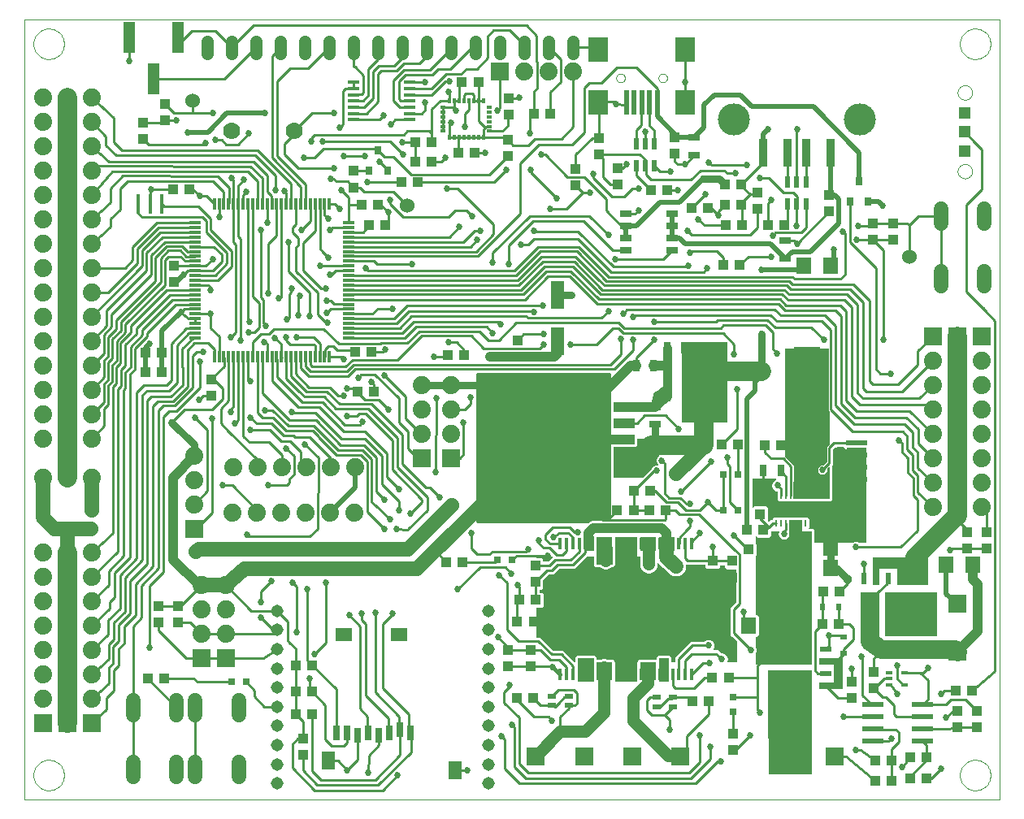
<source format=gtl>
G75*
G70*
%OFA0B0*%
%FSLAX24Y24*%
%IPPOS*%
%LPD*%
%AMOC8*
5,1,8,0,0,1.08239X$1,22.5*
%
%ADD10C,0.0000*%
%ADD11C,0.0515*%
%ADD12C,0.0740*%
%ADD13C,0.0600*%
%ADD14C,0.0515*%
%ADD15R,0.0472X0.0118*%
%ADD16R,0.0118X0.0472*%
%ADD17R,0.0470X0.1300*%
%ADD18R,0.0118X0.0512*%
%ADD19R,0.4803X0.2697*%
%ADD20R,0.0787X0.1142*%
%ADD21R,0.0433X0.0394*%
%ADD22R,0.0394X0.0433*%
%ADD23R,0.0740X0.0740*%
%ADD24R,0.0197X0.0984*%
%ADD25R,0.0787X0.0984*%
%ADD26R,0.0236X0.0472*%
%ADD27C,0.1310*%
%ADD28R,0.0354X0.1181*%
%ADD29R,0.0472X0.0315*%
%ADD30R,0.0866X0.0236*%
%ADD31R,0.0315X0.0354*%
%ADD32R,0.0315X0.0315*%
%ADD33R,0.0098X0.0276*%
%ADD34R,0.1299X0.0669*%
%ADD35R,0.1102X0.2126*%
%ADD36R,0.0315X0.0472*%
%ADD37R,0.0630X0.0709*%
%ADD38C,0.0700*%
%ADD39R,0.0295X0.0157*%
%ADD40R,0.0500X0.0240*%
%ADD41R,0.0400X0.0240*%
%ADD42R,0.1500X0.0650*%
%ADD43R,0.0240X0.0500*%
%ADD44R,0.0240X0.0400*%
%ADD45R,0.0650X0.1500*%
%ADD46R,0.0236X0.0315*%
%ADD47R,0.0315X0.0236*%
%ADD48R,0.0515X0.0515*%
%ADD49R,0.0768X0.0768*%
%ADD50R,0.0335X0.0197*%
%ADD51R,0.0870X0.0240*%
%ADD52R,0.0709X0.0551*%
%ADD53R,0.0551X0.0748*%
%ADD54R,0.0315X0.0591*%
%ADD55R,0.4724X0.4724*%
%ADD56R,0.0866X0.0394*%
%ADD57R,0.0551X0.1181*%
%ADD58R,0.0157X0.0787*%
%ADD59R,0.0197X0.0118*%
%ADD60R,0.0118X0.0197*%
%ADD61R,0.0500X0.0250*%
%ADD62R,0.0496X0.0142*%
%ADD63C,0.0270*%
%ADD64C,0.0100*%
%ADD65C,0.0160*%
%ADD66C,0.0010*%
%ADD67C,0.0300*%
%ADD68C,0.0375*%
%ADD69C,0.0350*%
%ADD70C,0.0200*%
%ADD71R,0.0270X0.0270*%
%ADD72C,0.0400*%
%ADD73C,0.0800*%
%ADD74C,0.0600*%
%ADD75C,0.0500*%
%ADD76C,0.0750*%
D10*
X000150Y001360D02*
X000150Y033360D01*
X040150Y033360D01*
X040150Y001360D01*
X000150Y001360D01*
X000525Y002360D02*
X000527Y002410D01*
X000533Y002459D01*
X000543Y002508D01*
X000556Y002555D01*
X000574Y002602D01*
X000595Y002647D01*
X000619Y002690D01*
X000647Y002731D01*
X000678Y002770D01*
X000712Y002806D01*
X000749Y002840D01*
X000789Y002870D01*
X000830Y002897D01*
X000874Y002921D01*
X000919Y002941D01*
X000966Y002957D01*
X001014Y002970D01*
X001063Y002979D01*
X001113Y002984D01*
X001162Y002985D01*
X001212Y002982D01*
X001261Y002975D01*
X001310Y002964D01*
X001357Y002950D01*
X001403Y002931D01*
X001448Y002909D01*
X001491Y002884D01*
X001531Y002855D01*
X001569Y002823D01*
X001605Y002789D01*
X001638Y002751D01*
X001667Y002711D01*
X001693Y002669D01*
X001716Y002625D01*
X001735Y002579D01*
X001751Y002532D01*
X001763Y002483D01*
X001771Y002434D01*
X001775Y002385D01*
X001775Y002335D01*
X001771Y002286D01*
X001763Y002237D01*
X001751Y002188D01*
X001735Y002141D01*
X001716Y002095D01*
X001693Y002051D01*
X001667Y002009D01*
X001638Y001969D01*
X001605Y001931D01*
X001569Y001897D01*
X001531Y001865D01*
X001491Y001836D01*
X001448Y001811D01*
X001403Y001789D01*
X001357Y001770D01*
X001310Y001756D01*
X001261Y001745D01*
X001212Y001738D01*
X001162Y001735D01*
X001113Y001736D01*
X001063Y001741D01*
X001014Y001750D01*
X000966Y001763D01*
X000919Y001779D01*
X000874Y001799D01*
X000830Y001823D01*
X000789Y001850D01*
X000749Y001880D01*
X000712Y001914D01*
X000678Y001950D01*
X000647Y001989D01*
X000619Y002030D01*
X000595Y002073D01*
X000574Y002118D01*
X000556Y002165D01*
X000543Y002212D01*
X000533Y002261D01*
X000527Y002310D01*
X000525Y002360D01*
X024427Y030960D02*
X024429Y030986D01*
X024435Y031012D01*
X024445Y031037D01*
X024458Y031060D01*
X024474Y031080D01*
X024494Y031098D01*
X024516Y031113D01*
X024539Y031125D01*
X024565Y031133D01*
X024591Y031137D01*
X024617Y031137D01*
X024643Y031133D01*
X024669Y031125D01*
X024693Y031113D01*
X024714Y031098D01*
X024734Y031080D01*
X024750Y031060D01*
X024763Y031037D01*
X024773Y031012D01*
X024779Y030986D01*
X024781Y030960D01*
X024779Y030934D01*
X024773Y030908D01*
X024763Y030883D01*
X024750Y030860D01*
X024734Y030840D01*
X024714Y030822D01*
X024692Y030807D01*
X024669Y030795D01*
X024643Y030787D01*
X024617Y030783D01*
X024591Y030783D01*
X024565Y030787D01*
X024539Y030795D01*
X024515Y030807D01*
X024494Y030822D01*
X024474Y030840D01*
X024458Y030860D01*
X024445Y030883D01*
X024435Y030908D01*
X024429Y030934D01*
X024427Y030960D01*
X026159Y030960D02*
X026161Y030986D01*
X026167Y031012D01*
X026177Y031037D01*
X026190Y031060D01*
X026206Y031080D01*
X026226Y031098D01*
X026248Y031113D01*
X026271Y031125D01*
X026297Y031133D01*
X026323Y031137D01*
X026349Y031137D01*
X026375Y031133D01*
X026401Y031125D01*
X026425Y031113D01*
X026446Y031098D01*
X026466Y031080D01*
X026482Y031060D01*
X026495Y031037D01*
X026505Y031012D01*
X026511Y030986D01*
X026513Y030960D01*
X026511Y030934D01*
X026505Y030908D01*
X026495Y030883D01*
X026482Y030860D01*
X026466Y030840D01*
X026446Y030822D01*
X026424Y030807D01*
X026401Y030795D01*
X026375Y030787D01*
X026349Y030783D01*
X026323Y030783D01*
X026297Y030787D01*
X026271Y030795D01*
X026247Y030807D01*
X026226Y030822D01*
X026206Y030840D01*
X026190Y030860D01*
X026177Y030883D01*
X026167Y030908D01*
X026161Y030934D01*
X026159Y030960D01*
X038431Y030364D02*
X038433Y030398D01*
X038439Y030432D01*
X038449Y030465D01*
X038462Y030496D01*
X038480Y030526D01*
X038500Y030554D01*
X038524Y030579D01*
X038550Y030601D01*
X038578Y030619D01*
X038609Y030635D01*
X038641Y030647D01*
X038675Y030655D01*
X038709Y030659D01*
X038743Y030659D01*
X038777Y030655D01*
X038811Y030647D01*
X038843Y030635D01*
X038873Y030619D01*
X038902Y030601D01*
X038928Y030579D01*
X038952Y030554D01*
X038972Y030526D01*
X038990Y030496D01*
X039003Y030465D01*
X039013Y030432D01*
X039019Y030398D01*
X039021Y030364D01*
X039019Y030330D01*
X039013Y030296D01*
X039003Y030263D01*
X038990Y030232D01*
X038972Y030202D01*
X038952Y030174D01*
X038928Y030149D01*
X038902Y030127D01*
X038874Y030109D01*
X038843Y030093D01*
X038811Y030081D01*
X038777Y030073D01*
X038743Y030069D01*
X038709Y030069D01*
X038675Y030073D01*
X038641Y030081D01*
X038609Y030093D01*
X038578Y030109D01*
X038550Y030127D01*
X038524Y030149D01*
X038500Y030174D01*
X038480Y030202D01*
X038462Y030232D01*
X038449Y030263D01*
X038439Y030296D01*
X038433Y030330D01*
X038431Y030364D01*
X038525Y032360D02*
X038527Y032410D01*
X038533Y032459D01*
X038543Y032508D01*
X038556Y032555D01*
X038574Y032602D01*
X038595Y032647D01*
X038619Y032690D01*
X038647Y032731D01*
X038678Y032770D01*
X038712Y032806D01*
X038749Y032840D01*
X038789Y032870D01*
X038830Y032897D01*
X038874Y032921D01*
X038919Y032941D01*
X038966Y032957D01*
X039014Y032970D01*
X039063Y032979D01*
X039113Y032984D01*
X039162Y032985D01*
X039212Y032982D01*
X039261Y032975D01*
X039310Y032964D01*
X039357Y032950D01*
X039403Y032931D01*
X039448Y032909D01*
X039491Y032884D01*
X039531Y032855D01*
X039569Y032823D01*
X039605Y032789D01*
X039638Y032751D01*
X039667Y032711D01*
X039693Y032669D01*
X039716Y032625D01*
X039735Y032579D01*
X039751Y032532D01*
X039763Y032483D01*
X039771Y032434D01*
X039775Y032385D01*
X039775Y032335D01*
X039771Y032286D01*
X039763Y032237D01*
X039751Y032188D01*
X039735Y032141D01*
X039716Y032095D01*
X039693Y032051D01*
X039667Y032009D01*
X039638Y031969D01*
X039605Y031931D01*
X039569Y031897D01*
X039531Y031865D01*
X039491Y031836D01*
X039448Y031811D01*
X039403Y031789D01*
X039357Y031770D01*
X039310Y031756D01*
X039261Y031745D01*
X039212Y031738D01*
X039162Y031735D01*
X039113Y031736D01*
X039063Y031741D01*
X039014Y031750D01*
X038966Y031763D01*
X038919Y031779D01*
X038874Y031799D01*
X038830Y031823D01*
X038789Y031850D01*
X038749Y031880D01*
X038712Y031914D01*
X038678Y031950D01*
X038647Y031989D01*
X038619Y032030D01*
X038595Y032073D01*
X038574Y032118D01*
X038556Y032165D01*
X038543Y032212D01*
X038533Y032261D01*
X038527Y032310D01*
X038525Y032360D01*
X038431Y027135D02*
X038433Y027169D01*
X038439Y027203D01*
X038449Y027236D01*
X038462Y027267D01*
X038480Y027297D01*
X038500Y027325D01*
X038524Y027350D01*
X038550Y027372D01*
X038578Y027390D01*
X038609Y027406D01*
X038641Y027418D01*
X038675Y027426D01*
X038709Y027430D01*
X038743Y027430D01*
X038777Y027426D01*
X038811Y027418D01*
X038843Y027406D01*
X038873Y027390D01*
X038902Y027372D01*
X038928Y027350D01*
X038952Y027325D01*
X038972Y027297D01*
X038990Y027267D01*
X039003Y027236D01*
X039013Y027203D01*
X039019Y027169D01*
X039021Y027135D01*
X039019Y027101D01*
X039013Y027067D01*
X039003Y027034D01*
X038990Y027003D01*
X038972Y026973D01*
X038952Y026945D01*
X038928Y026920D01*
X038902Y026898D01*
X038874Y026880D01*
X038843Y026864D01*
X038811Y026852D01*
X038777Y026844D01*
X038743Y026840D01*
X038709Y026840D01*
X038675Y026844D01*
X038641Y026852D01*
X038609Y026864D01*
X038578Y026880D01*
X038550Y026898D01*
X038524Y026920D01*
X038500Y026945D01*
X038480Y026973D01*
X038462Y027003D01*
X038449Y027034D01*
X038439Y027067D01*
X038433Y027101D01*
X038431Y027135D01*
X038525Y002360D02*
X038527Y002410D01*
X038533Y002459D01*
X038543Y002508D01*
X038556Y002555D01*
X038574Y002602D01*
X038595Y002647D01*
X038619Y002690D01*
X038647Y002731D01*
X038678Y002770D01*
X038712Y002806D01*
X038749Y002840D01*
X038789Y002870D01*
X038830Y002897D01*
X038874Y002921D01*
X038919Y002941D01*
X038966Y002957D01*
X039014Y002970D01*
X039063Y002979D01*
X039113Y002984D01*
X039162Y002985D01*
X039212Y002982D01*
X039261Y002975D01*
X039310Y002964D01*
X039357Y002950D01*
X039403Y002931D01*
X039448Y002909D01*
X039491Y002884D01*
X039531Y002855D01*
X039569Y002823D01*
X039605Y002789D01*
X039638Y002751D01*
X039667Y002711D01*
X039693Y002669D01*
X039716Y002625D01*
X039735Y002579D01*
X039751Y002532D01*
X039763Y002483D01*
X039771Y002434D01*
X039775Y002385D01*
X039775Y002335D01*
X039771Y002286D01*
X039763Y002237D01*
X039751Y002188D01*
X039735Y002141D01*
X039716Y002095D01*
X039693Y002051D01*
X039667Y002009D01*
X039638Y001969D01*
X039605Y001931D01*
X039569Y001897D01*
X039531Y001865D01*
X039491Y001836D01*
X039448Y001811D01*
X039403Y001789D01*
X039357Y001770D01*
X039310Y001756D01*
X039261Y001745D01*
X039212Y001738D01*
X039162Y001735D01*
X039113Y001736D01*
X039063Y001741D01*
X039014Y001750D01*
X038966Y001763D01*
X038919Y001779D01*
X038874Y001799D01*
X038830Y001823D01*
X038789Y001850D01*
X038749Y001880D01*
X038712Y001914D01*
X038678Y001950D01*
X038647Y001989D01*
X038619Y002030D01*
X038595Y002073D01*
X038574Y002118D01*
X038556Y002165D01*
X038543Y002212D01*
X038533Y002261D01*
X038527Y002310D01*
X038525Y002360D01*
X000525Y032360D02*
X000527Y032410D01*
X000533Y032459D01*
X000543Y032508D01*
X000556Y032555D01*
X000574Y032602D01*
X000595Y032647D01*
X000619Y032690D01*
X000647Y032731D01*
X000678Y032770D01*
X000712Y032806D01*
X000749Y032840D01*
X000789Y032870D01*
X000830Y032897D01*
X000874Y032921D01*
X000919Y032941D01*
X000966Y032957D01*
X001014Y032970D01*
X001063Y032979D01*
X001113Y032984D01*
X001162Y032985D01*
X001212Y032982D01*
X001261Y032975D01*
X001310Y032964D01*
X001357Y032950D01*
X001403Y032931D01*
X001448Y032909D01*
X001491Y032884D01*
X001531Y032855D01*
X001569Y032823D01*
X001605Y032789D01*
X001638Y032751D01*
X001667Y032711D01*
X001693Y032669D01*
X001716Y032625D01*
X001735Y032579D01*
X001751Y032532D01*
X001763Y032483D01*
X001771Y032434D01*
X001775Y032385D01*
X001775Y032335D01*
X001771Y032286D01*
X001763Y032237D01*
X001751Y032188D01*
X001735Y032141D01*
X001716Y032095D01*
X001693Y032051D01*
X001667Y032009D01*
X001638Y031969D01*
X001605Y031931D01*
X001569Y031897D01*
X001531Y031865D01*
X001491Y031836D01*
X001448Y031811D01*
X001403Y031789D01*
X001357Y031770D01*
X001310Y031756D01*
X001261Y031745D01*
X001212Y031738D01*
X001162Y031735D01*
X001113Y031736D01*
X001063Y031741D01*
X001014Y031750D01*
X000966Y031763D01*
X000919Y031779D01*
X000874Y031799D01*
X000830Y031823D01*
X000789Y031850D01*
X000749Y031880D01*
X000712Y031914D01*
X000678Y031950D01*
X000647Y031989D01*
X000619Y032030D01*
X000595Y032073D01*
X000574Y032118D01*
X000556Y032165D01*
X000543Y032212D01*
X000533Y032261D01*
X000527Y032310D01*
X000525Y032360D01*
D11*
X010519Y009103D03*
X010519Y008316D03*
X010519Y007528D03*
X010519Y006741D03*
X010519Y005953D03*
X010519Y005166D03*
X010519Y004379D03*
X010519Y003591D03*
X010519Y002804D03*
X010519Y002016D03*
X019181Y002016D03*
X019181Y002804D03*
X019181Y003591D03*
X019181Y004379D03*
X019181Y005166D03*
X019181Y005953D03*
X019181Y006741D03*
X019181Y007528D03*
X019181Y008316D03*
X019181Y009103D03*
D12*
X013670Y013120D03*
X012670Y013120D03*
X011670Y013120D03*
X010670Y013120D03*
X009670Y013120D03*
X008670Y013120D03*
X007100Y013470D03*
X007100Y014470D03*
X007100Y015470D03*
X008700Y014980D03*
X009700Y014980D03*
X010700Y014980D03*
X011700Y014980D03*
X012700Y014980D03*
X013700Y014980D03*
X016450Y016360D03*
X016450Y017360D03*
X016450Y018360D03*
X017650Y018360D03*
X017650Y017360D03*
X017650Y016360D03*
X008420Y010160D03*
X007420Y010160D03*
X007420Y009160D03*
X008420Y009160D03*
X008420Y008160D03*
X007420Y008160D03*
X002900Y008500D03*
X002900Y009500D03*
X002900Y010500D03*
X002900Y011500D03*
X001900Y011500D03*
X000900Y011500D03*
X000900Y010500D03*
X001900Y010500D03*
X001900Y009500D03*
X000900Y009500D03*
X000900Y008500D03*
X001900Y008500D03*
X001900Y007500D03*
X000900Y007500D03*
X000900Y006500D03*
X001900Y006500D03*
X002900Y006500D03*
X002900Y007500D03*
X002900Y005500D03*
X001900Y005500D03*
X000900Y005500D03*
X000900Y014560D03*
X001900Y014560D03*
X002900Y014560D03*
X002900Y016160D03*
X002900Y017160D03*
X002900Y018160D03*
X002900Y019160D03*
X002900Y020160D03*
X002900Y021160D03*
X002900Y022160D03*
X002900Y023160D03*
X002900Y024160D03*
X002900Y025160D03*
X002900Y026160D03*
X002900Y027160D03*
X002900Y028160D03*
X002900Y029160D03*
X002900Y030160D03*
X001900Y030160D03*
X000900Y030160D03*
X000900Y029160D03*
X001900Y029160D03*
X001900Y028160D03*
X000900Y028160D03*
X000900Y027160D03*
X001900Y027160D03*
X001900Y026160D03*
X000900Y026160D03*
X000900Y025160D03*
X001900Y025160D03*
X001900Y024160D03*
X000900Y024160D03*
X000900Y023160D03*
X001900Y023160D03*
X001900Y022160D03*
X000900Y022160D03*
X000900Y021160D03*
X001900Y021160D03*
X001900Y020160D03*
X000900Y020160D03*
X000900Y019160D03*
X001900Y019160D03*
X001900Y018160D03*
X000900Y018160D03*
X000900Y017160D03*
X001900Y017160D03*
X001900Y016160D03*
X000900Y016160D03*
X020650Y031210D03*
X021650Y031210D03*
X022650Y031210D03*
X037400Y019360D03*
X038400Y019360D03*
X039400Y019360D03*
X039400Y018360D03*
X038400Y018360D03*
X037400Y018360D03*
X037400Y017360D03*
X038400Y017360D03*
X039400Y017360D03*
X039400Y016360D03*
X038400Y016360D03*
X037400Y016360D03*
X037400Y015360D03*
X038400Y015360D03*
X039400Y015360D03*
X039400Y014360D03*
X038400Y014360D03*
X037400Y014360D03*
X037400Y013360D03*
X038400Y013360D03*
X039400Y013360D03*
D13*
X039530Y022430D02*
X039530Y023030D01*
X037750Y023030D02*
X037750Y022430D01*
X037750Y024990D02*
X037750Y025590D01*
X039530Y025590D02*
X039530Y024990D01*
X028010Y015880D02*
X028010Y015837D01*
X026884Y014711D01*
X025930Y015880D02*
X025470Y015420D01*
X025360Y015420D01*
X026490Y011850D02*
X026490Y011280D01*
X026870Y010930D01*
X020017Y014554D02*
X018777Y013324D01*
X018074Y012627D01*
X016813Y011378D01*
X016250Y010820D01*
X013150Y010820D01*
X009170Y010820D01*
X008420Y010160D01*
X007420Y010160D01*
X007180Y011540D02*
X007320Y011630D01*
X015881Y011630D01*
X017680Y013430D01*
X008940Y005440D02*
X008940Y004840D01*
X007160Y004840D02*
X007160Y005440D01*
X006390Y005440D02*
X006390Y004840D01*
X004610Y004840D02*
X004610Y005440D01*
X004610Y002880D02*
X004610Y002280D01*
X006390Y002280D02*
X006390Y002880D01*
X007160Y002880D02*
X007160Y002280D01*
X008940Y002280D02*
X008940Y002880D01*
X001900Y011500D02*
X001900Y012460D01*
X001890Y012470D01*
X002880Y012470D01*
X002900Y013240D02*
X002900Y014560D01*
X000900Y014560D02*
X000900Y012940D01*
X001370Y012470D01*
X001890Y012470D01*
D14*
X007650Y031952D02*
X007650Y032467D01*
X008650Y032467D02*
X008650Y031952D01*
X009650Y031952D02*
X009650Y032467D01*
X010650Y032467D02*
X010650Y031952D01*
X011650Y031952D02*
X011650Y032467D01*
X012650Y032467D02*
X012650Y031952D01*
X013650Y031952D02*
X013650Y032467D01*
X014650Y032467D02*
X014650Y031952D01*
X015650Y031952D02*
X015650Y032467D01*
X016650Y032467D02*
X016650Y031952D01*
X017650Y031952D02*
X017650Y032467D01*
X018650Y032467D02*
X018650Y031952D01*
X019650Y031952D02*
X019650Y032467D01*
X020650Y032467D02*
X020650Y031952D01*
X021650Y031952D02*
X021650Y032467D01*
X022650Y032467D02*
X022650Y031952D01*
D15*
X013450Y025022D03*
X013450Y024825D03*
X013450Y024628D03*
X013450Y024431D03*
X013450Y024234D03*
X013450Y024038D03*
X013450Y023841D03*
X013450Y023644D03*
X013450Y023447D03*
X013450Y023250D03*
X013450Y023053D03*
X013450Y022856D03*
X013450Y022660D03*
X013450Y022463D03*
X013450Y022266D03*
X013450Y022069D03*
X013450Y021872D03*
X013450Y021675D03*
X013450Y021479D03*
X013450Y021282D03*
X013450Y021085D03*
X013450Y020888D03*
X013450Y020691D03*
X013450Y020494D03*
X013450Y020297D03*
X007150Y020297D03*
X007150Y020494D03*
X007150Y020691D03*
X007150Y020888D03*
X007150Y021085D03*
X007150Y021282D03*
X007150Y021479D03*
X007150Y021675D03*
X007150Y021872D03*
X007150Y022069D03*
X007150Y022266D03*
X007150Y022463D03*
X007150Y022660D03*
X007150Y022856D03*
X007150Y023053D03*
X007150Y023250D03*
X007150Y023447D03*
X007150Y023644D03*
X007150Y023841D03*
X007150Y024038D03*
X007150Y024234D03*
X007150Y024431D03*
X007150Y024628D03*
X007150Y024825D03*
X007150Y025022D03*
D16*
X007938Y025809D03*
X008135Y025809D03*
X008331Y025809D03*
X008528Y025809D03*
X008725Y025809D03*
X008922Y025809D03*
X009119Y025809D03*
X009316Y025809D03*
X009513Y025809D03*
X009709Y025809D03*
X009906Y025809D03*
X010103Y025809D03*
X010300Y025809D03*
X010497Y025809D03*
X010694Y025809D03*
X010891Y025809D03*
X011087Y025809D03*
X011284Y025809D03*
X011481Y025809D03*
X011678Y025809D03*
X011875Y025809D03*
X012072Y025809D03*
X012269Y025809D03*
X012465Y025809D03*
X012662Y025809D03*
X012662Y019510D03*
X012465Y019510D03*
X012269Y019510D03*
X012072Y019510D03*
X011875Y019510D03*
X011678Y019510D03*
X011481Y019510D03*
X011284Y019510D03*
X011087Y019510D03*
X010891Y019510D03*
X010694Y019510D03*
X010497Y019510D03*
X010300Y019510D03*
X010103Y019510D03*
X009906Y019510D03*
X009709Y019510D03*
X009513Y019510D03*
X009316Y019510D03*
X009119Y019510D03*
X008922Y019510D03*
X008725Y019510D03*
X008528Y019510D03*
X008331Y019510D03*
X008135Y019510D03*
X007938Y019510D03*
D17*
X005440Y030910D03*
X004440Y032610D03*
X006440Y032610D03*
D18*
X022133Y011857D03*
X022389Y011857D03*
X022645Y011857D03*
X022901Y011857D03*
X023157Y011857D03*
X023413Y011857D03*
X023669Y011857D03*
X023924Y011857D03*
X024180Y011857D03*
X024436Y011857D03*
X024692Y011857D03*
X024948Y011857D03*
X025204Y011857D03*
X025460Y011857D03*
X025716Y011857D03*
X025972Y011857D03*
X026228Y011857D03*
X026484Y011857D03*
X026739Y011857D03*
X026995Y011857D03*
X027251Y011857D03*
X027507Y011857D03*
X027507Y006483D03*
X027251Y006483D03*
X026995Y006483D03*
X026739Y006483D03*
X026484Y006483D03*
X026228Y006483D03*
X025972Y006483D03*
X025716Y006483D03*
X025460Y006483D03*
X025204Y006483D03*
X024948Y006483D03*
X024692Y006483D03*
X024436Y006483D03*
X024180Y006483D03*
X023924Y006483D03*
X023669Y006483D03*
X023413Y006483D03*
X023157Y006483D03*
X022901Y006483D03*
X022645Y006483D03*
X022389Y006483D03*
X022133Y006483D03*
D19*
X024830Y009180D03*
D20*
X022035Y009180D03*
X027625Y009180D03*
D21*
X029851Y011611D03*
X030521Y011611D03*
X030455Y012410D03*
X029785Y012410D03*
X026465Y013220D03*
X025795Y013220D03*
X025135Y013210D03*
X024465Y013210D03*
X025137Y014022D03*
X025807Y014022D03*
X028735Y015910D03*
X029405Y015910D03*
X030525Y015880D03*
X031195Y015880D03*
X032915Y009900D03*
X033585Y009900D03*
X033545Y008570D03*
X032875Y008570D03*
X029035Y006350D03*
X028365Y006350D03*
X028205Y005400D03*
X027535Y005400D03*
X021005Y005510D03*
X020335Y005510D03*
X020365Y008650D03*
X021035Y008650D03*
X021115Y009550D03*
X020445Y009550D03*
X018125Y011090D03*
X017455Y011090D03*
X011955Y006870D03*
X011285Y006870D03*
X011275Y005780D03*
X011945Y005780D03*
X011945Y004860D03*
X011275Y004860D03*
X005895Y006340D03*
X005225Y006340D03*
X013824Y018101D03*
X014494Y018101D03*
X014385Y019728D03*
X013715Y019728D03*
X017525Y019580D03*
X018195Y019580D03*
X014966Y024911D03*
X014296Y024911D03*
X013971Y025753D03*
X014641Y025753D03*
X015615Y026700D03*
X016285Y026700D03*
X016189Y027536D03*
X016859Y027536D03*
X016859Y028334D03*
X016189Y028334D03*
X017961Y027895D03*
X018631Y027895D03*
X021054Y029495D03*
X021724Y029495D03*
X018769Y030785D03*
X018099Y030785D03*
X025835Y026364D03*
X026505Y026364D03*
X027511Y025621D03*
X028181Y025621D03*
X028895Y025760D03*
X029565Y025760D03*
X029575Y024910D03*
X028905Y024910D03*
X028819Y023291D03*
X029489Y023291D03*
X030661Y024933D03*
X031331Y024933D03*
X029555Y026600D03*
X028885Y026600D03*
X006910Y026388D03*
X006240Y026388D03*
X005796Y019690D03*
X005126Y019690D03*
X005126Y018895D03*
X005796Y018895D03*
X035045Y002970D03*
X035715Y002970D03*
X036475Y003100D03*
X037145Y003100D03*
X037145Y002220D03*
X036475Y002220D03*
X035715Y002140D03*
X035045Y002140D03*
X038355Y005840D03*
X039025Y005840D03*
D22*
X039230Y005004D03*
X039230Y004335D03*
X038420Y004325D03*
X038420Y004994D03*
X034980Y005925D03*
X034980Y006594D03*
X034090Y006204D03*
X034090Y005535D03*
X029220Y004064D03*
X029220Y003395D03*
X021110Y010295D03*
X021110Y010964D03*
X020900Y007484D03*
X020900Y006815D03*
X019990Y006815D03*
X019990Y007484D03*
X028370Y010485D03*
X028370Y011154D03*
X029170Y011144D03*
X029170Y010475D03*
X030320Y013075D03*
X030320Y013744D03*
X038820Y012314D03*
X038820Y011645D03*
X039615Y011645D03*
X039615Y012314D03*
X035770Y024315D03*
X035770Y024984D03*
X034960Y025004D03*
X034960Y024335D03*
X033164Y025496D03*
X033164Y026165D03*
X030226Y026266D03*
X030226Y025597D03*
X026820Y027845D03*
X026820Y028514D03*
X024479Y027264D03*
X024479Y026595D03*
X023700Y027825D03*
X023700Y028494D03*
X022753Y027224D03*
X022753Y026555D03*
X019967Y027768D03*
X019967Y028437D03*
X020002Y029473D03*
X020002Y030142D03*
X013660Y027144D03*
X013660Y026475D03*
X006282Y023265D03*
X006282Y022596D03*
X007822Y018609D03*
X007822Y017940D03*
X006460Y009294D03*
X006460Y008625D03*
X005660Y008625D03*
X005660Y009294D03*
X011581Y003852D03*
X011581Y003183D03*
X020382Y019530D03*
X020382Y020199D03*
X005920Y029225D03*
X005920Y029894D03*
X005020Y029124D03*
X005020Y028455D03*
D23*
X019650Y031210D03*
X037400Y020360D03*
X038400Y020360D03*
X039400Y020360D03*
X017650Y015360D03*
X016450Y015360D03*
X007100Y012470D03*
X007420Y007160D03*
X008420Y007160D03*
X002900Y004500D03*
X001900Y004500D03*
X000900Y004500D03*
D24*
X024840Y029975D03*
X025155Y029975D03*
X025470Y029975D03*
X025785Y029975D03*
X026100Y029975D03*
D25*
X027242Y029975D03*
X027242Y032141D03*
X023698Y032141D03*
X023698Y029975D03*
D26*
X025246Y028253D03*
X025620Y028253D03*
X025994Y028253D03*
X025994Y027347D03*
X025620Y027347D03*
X025246Y027347D03*
X031459Y026683D03*
X031833Y026683D03*
X032207Y026683D03*
X032207Y025777D03*
X031833Y025777D03*
X031459Y025777D03*
D27*
X029245Y029260D03*
X034415Y029260D03*
D28*
X033208Y027901D03*
X032224Y027901D03*
X031436Y027901D03*
X030452Y027901D03*
D29*
X027600Y027805D03*
X027600Y028514D03*
X031347Y024280D03*
X031347Y023571D03*
X026020Y017464D03*
X026020Y016755D03*
D30*
X034936Y005250D03*
X034936Y004750D03*
X034936Y004250D03*
X034936Y003750D03*
X036984Y003750D03*
X036984Y004250D03*
X036984Y004750D03*
X036984Y005250D03*
D31*
X034764Y025906D03*
X034016Y025906D03*
X034390Y026733D03*
X015034Y027166D03*
X014286Y027166D03*
X014660Y027993D03*
D32*
X028810Y014705D03*
X029400Y014705D03*
X029403Y013238D03*
X028813Y013238D03*
X020145Y011180D03*
X019555Y011180D03*
X029230Y005545D03*
X029230Y004954D03*
X009235Y006180D03*
X008645Y006180D03*
D33*
X030989Y012699D03*
X031186Y012699D03*
X031383Y012699D03*
X031580Y012699D03*
X031777Y012699D03*
X031974Y012699D03*
X032171Y012699D03*
X032171Y013840D03*
X031974Y013840D03*
X031777Y013840D03*
X031580Y013840D03*
X031383Y013840D03*
X031186Y013840D03*
X030989Y013840D03*
D34*
X031580Y013270D03*
D35*
X032250Y018860D03*
X028392Y018860D03*
D36*
X027234Y019180D03*
X027234Y018530D03*
X027234Y017910D03*
X026526Y017910D03*
X026526Y018530D03*
X026526Y019180D03*
X025954Y019160D03*
X025246Y019160D03*
X026516Y019890D03*
X027224Y019890D03*
X030466Y014850D03*
X031174Y014850D03*
D37*
X032109Y011690D03*
X032109Y010850D03*
X033211Y010850D03*
X033211Y011690D03*
X030951Y008500D03*
X029849Y008500D03*
X037959Y010980D03*
X039061Y010980D03*
X033224Y023258D03*
X032122Y023258D03*
D38*
X011210Y028800D03*
X008650Y028800D03*
D39*
X035615Y006566D03*
X035615Y006310D03*
X035615Y006054D03*
X036265Y006054D03*
X036265Y006566D03*
D40*
X033000Y006540D03*
X033000Y007040D03*
X033000Y007540D03*
X033000Y006040D03*
D41*
X030850Y006040D03*
X030850Y006540D03*
X030850Y007040D03*
X030850Y007540D03*
D42*
X031680Y007245D03*
X031680Y006335D03*
D43*
X034570Y010430D03*
X035070Y010430D03*
X035570Y010430D03*
X036070Y010430D03*
D44*
X036070Y008280D03*
X035570Y008280D03*
X035070Y008280D03*
X034570Y008280D03*
D45*
X034865Y009110D03*
X035775Y009110D03*
D46*
X033550Y009270D03*
X032881Y009270D03*
D47*
X033750Y008039D03*
X033750Y007370D03*
D48*
X038710Y027962D03*
X038710Y028750D03*
X038710Y029537D03*
D49*
X038410Y009390D03*
X038410Y007421D03*
X033370Y003140D03*
X031401Y003140D03*
X027040Y003140D03*
X025071Y003140D03*
X023100Y003140D03*
X021131Y003140D03*
D50*
X021796Y005213D03*
X021796Y005606D03*
X022484Y005606D03*
X022484Y005213D03*
X026076Y005163D03*
X026076Y005556D03*
X026764Y005556D03*
X026764Y005163D03*
D51*
X032230Y014480D03*
X032230Y014980D03*
X032230Y015480D03*
X032230Y015980D03*
X034290Y015980D03*
X034290Y015480D03*
X034290Y014980D03*
X034290Y014480D03*
D52*
X015501Y008132D03*
X013257Y008132D03*
D53*
X012627Y002955D03*
X017804Y002561D03*
D54*
X015970Y004077D03*
X015537Y004234D03*
X015104Y004077D03*
X014670Y003998D03*
X014237Y004077D03*
X013804Y003998D03*
X013371Y004077D03*
X012938Y004077D03*
D55*
X021420Y016130D03*
D56*
X024747Y016130D03*
X024747Y016799D03*
X024747Y017468D03*
X024747Y015460D03*
X024747Y014791D03*
D57*
X022021Y020156D03*
X022021Y022045D03*
D58*
X005773Y025781D03*
X005301Y025781D03*
X004829Y025781D03*
D59*
X017333Y028779D03*
X017333Y028976D03*
X017333Y029173D03*
X017333Y029370D03*
X017333Y029567D03*
X017333Y029764D03*
X019223Y029764D03*
X019223Y029567D03*
X019223Y029370D03*
X019223Y029173D03*
X019223Y028976D03*
X019223Y028779D03*
D60*
X018967Y028524D03*
X018770Y028524D03*
X018573Y028524D03*
X018376Y028524D03*
X018180Y028524D03*
X017983Y028524D03*
X017786Y028524D03*
X017589Y028524D03*
X017589Y030020D03*
X017786Y030020D03*
X017983Y030020D03*
X018180Y030020D03*
X018376Y030020D03*
X018573Y030020D03*
X018770Y030020D03*
X018967Y030020D03*
D61*
X024825Y025399D03*
X024825Y024899D03*
X024825Y024399D03*
X024825Y023899D03*
X026725Y023899D03*
X026725Y024399D03*
X026725Y024899D03*
X026725Y025399D03*
D62*
X015947Y029246D03*
X015947Y029502D03*
X015947Y029758D03*
X015947Y030014D03*
X015947Y030270D03*
X015947Y030525D03*
X015947Y030781D03*
X013663Y030781D03*
X013663Y030525D03*
X013663Y030270D03*
X013663Y030014D03*
X013663Y029758D03*
X013663Y029502D03*
X013663Y029246D03*
D63*
X013099Y028924D03*
X012865Y029527D03*
X012399Y028364D03*
X011917Y028364D03*
X011625Y027680D03*
X012840Y027260D03*
X013237Y027761D03*
X014104Y027759D03*
X014701Y027519D03*
X014210Y026690D03*
X015158Y025952D03*
X015070Y025449D03*
X013080Y025600D03*
X012620Y025180D03*
X012682Y024721D03*
X012620Y023580D03*
X012270Y023260D03*
X012690Y022880D03*
X012510Y022330D03*
X012560Y021820D03*
X012550Y021330D03*
X012590Y020910D03*
X011860Y021200D03*
X011390Y021220D03*
X010920Y021060D03*
X010870Y020310D03*
X010400Y020280D03*
X009980Y020130D03*
X010062Y020796D03*
X009399Y020964D03*
X009365Y020529D03*
X009021Y020197D03*
X008623Y020321D03*
X007770Y021281D03*
X007780Y022270D03*
X006689Y022909D03*
X007870Y023530D03*
X008136Y025249D03*
X007334Y026119D03*
X008634Y026861D03*
X009160Y026778D03*
X009258Y026302D03*
X010440Y026369D03*
X010830Y026310D03*
X010120Y025010D03*
X009859Y024714D03*
X010990Y024210D03*
X011520Y024730D03*
X013160Y026350D03*
X012730Y026830D03*
X015679Y027824D03*
X015662Y028336D03*
X015176Y029060D03*
X014893Y029434D03*
X016598Y029948D03*
X016597Y030783D03*
X017598Y030823D03*
X017555Y030378D03*
X017862Y029617D03*
X017662Y029115D03*
X018215Y028956D03*
X019048Y027894D03*
X019920Y027190D03*
X020928Y027190D03*
X021343Y027810D03*
X020896Y028707D03*
X019544Y029637D03*
X020443Y030144D03*
X017410Y027699D03*
X017475Y026433D03*
X018520Y025300D03*
X017997Y024863D03*
X018855Y024679D03*
X018721Y024311D03*
X019349Y023377D03*
X020018Y023314D03*
X020523Y024130D03*
X021050Y024690D03*
X021728Y025583D03*
X021990Y026022D03*
X023350Y026260D03*
X023476Y027013D03*
X024851Y027435D03*
X025365Y026430D03*
X025339Y025542D03*
X024103Y024524D03*
X024390Y023521D03*
X022580Y022047D03*
X021423Y021634D03*
X021039Y021362D03*
X021450Y020470D03*
X021439Y020010D03*
X022539Y020012D03*
X024102Y021408D03*
X024710Y021309D03*
X025105Y021164D03*
X025978Y020958D03*
X025979Y020214D03*
X025104Y020226D03*
X024601Y020261D03*
X028165Y023160D03*
X027374Y023247D03*
X027446Y023795D03*
X027350Y024690D03*
X027780Y025170D03*
X028620Y025317D03*
X028072Y026179D03*
X027980Y026820D03*
X028223Y027508D03*
X029327Y027065D03*
X029785Y027378D03*
X030333Y026853D03*
X030798Y025968D03*
X031830Y024880D03*
X030846Y024505D03*
X030790Y023639D03*
X030377Y023104D03*
X031850Y024170D03*
X033366Y023915D03*
X033727Y024670D03*
X034280Y024330D03*
X034363Y024880D03*
X035360Y025720D03*
X031850Y028850D03*
X030640Y028850D03*
X027260Y027410D03*
X026660Y027121D03*
X026935Y026363D03*
X025620Y028750D03*
X024420Y029880D03*
X027240Y030790D03*
X016044Y023334D03*
X014150Y023150D03*
X015260Y021490D03*
X014954Y019820D03*
X014919Y018757D03*
X014385Y018500D03*
X013838Y018671D03*
X013397Y018235D03*
X013260Y017920D03*
X013370Y017090D03*
X014030Y016860D03*
X015086Y017347D03*
X017040Y017840D03*
X018435Y017851D03*
X018160Y016840D03*
X017030Y014800D03*
X017190Y013760D03*
X015990Y013090D03*
X015530Y013210D03*
X015160Y012850D03*
X015400Y012450D03*
X014900Y012460D03*
X014900Y013670D03*
X015520Y014100D03*
X018470Y012280D03*
X019630Y010560D03*
X020120Y010640D03*
X020390Y010160D03*
X021600Y011370D03*
X021260Y012000D03*
X020800Y011630D03*
X021850Y012120D03*
X022860Y012330D03*
X026070Y014860D03*
X026290Y015270D03*
X026980Y016560D03*
X028324Y015239D03*
X028978Y015409D03*
X027071Y013985D03*
X027453Y013481D03*
X028196Y013571D03*
X027454Y012795D03*
X027860Y012290D03*
X028370Y011720D03*
X029257Y012194D03*
X031300Y012260D03*
X031045Y014250D03*
X032867Y014888D03*
X036013Y016107D03*
X035690Y018830D03*
X035387Y020218D03*
X032937Y020210D03*
X031024Y019666D03*
X030380Y018920D03*
X029570Y018880D03*
X029389Y018201D03*
X029256Y019627D03*
X030380Y020472D03*
X034250Y011710D03*
X034570Y011010D03*
X033160Y008100D03*
X034480Y007220D03*
X034090Y006720D03*
X035940Y006860D03*
X037200Y006750D03*
X037750Y005700D03*
X037960Y004730D03*
X035960Y005690D03*
X035700Y003870D03*
X036150Y002700D03*
X037750Y002620D03*
X034240Y003390D03*
X033750Y004750D03*
X030320Y004920D03*
X029910Y004000D03*
X028720Y002930D03*
X028290Y003530D03*
X027840Y003980D03*
X026630Y004240D03*
X028240Y006960D03*
X028742Y007121D03*
X028201Y007680D03*
X029658Y009051D03*
X029950Y007480D03*
X021820Y006800D03*
X020060Y006073D03*
X020140Y004410D03*
X019700Y003970D03*
X018314Y002565D03*
X015456Y002353D03*
X014266Y002444D03*
X013385Y002574D03*
X011866Y006335D03*
X012062Y007343D03*
X011301Y008230D03*
X009846Y008821D03*
X009846Y009455D03*
X010280Y010325D03*
X011136Y010247D03*
X011760Y009994D03*
X012510Y010260D03*
X012960Y010860D03*
X013467Y008914D03*
X013970Y008995D03*
X014534Y009029D03*
X015265Y008996D03*
X017930Y009980D03*
X019580Y008010D03*
X021790Y004601D03*
X010160Y014250D03*
X010870Y015770D03*
X011660Y015910D03*
X011110Y017250D03*
X010000Y017340D03*
X009430Y017020D03*
X009430Y016540D03*
X008790Y016790D03*
X008610Y017270D03*
X007850Y016992D03*
X007135Y017038D03*
X007310Y017753D03*
X006190Y016831D03*
X007349Y019313D03*
X007485Y019720D03*
X006570Y021360D03*
X005291Y020060D03*
X009410Y018510D03*
X011330Y020340D03*
X013260Y019410D03*
X011450Y022030D03*
X011100Y022320D03*
X010590Y021920D03*
X010140Y022110D03*
X005355Y026390D03*
X007568Y028307D03*
X007985Y028422D03*
X007890Y029521D03*
X006837Y028742D03*
X006380Y029220D03*
X004440Y031650D03*
X009365Y028677D03*
X010009Y029522D03*
X019697Y020872D03*
X019350Y020508D03*
X019241Y019524D03*
X017540Y020110D03*
X016960Y019510D03*
X008290Y014250D03*
X009270Y012220D03*
X005290Y007590D03*
X038116Y011588D03*
D64*
X038173Y011645D01*
X038820Y011645D01*
X039615Y011645D01*
X039615Y012314D02*
X039615Y013145D01*
X039400Y013360D01*
X038820Y012423D02*
X038322Y012921D01*
X038820Y012423D02*
X038820Y012314D01*
X037400Y013360D02*
X036796Y013964D01*
X036796Y014645D01*
X036593Y014848D01*
X036593Y015491D01*
X036364Y015720D01*
X036364Y016273D01*
X036167Y016470D01*
X034120Y016470D01*
X033230Y017360D01*
X033230Y020618D01*
X032853Y020995D01*
X031001Y020995D01*
X030762Y021234D01*
X025175Y021234D01*
X025105Y021164D01*
X024866Y021465D02*
X024710Y021309D01*
X024866Y021465D02*
X030931Y021465D01*
X031177Y021219D01*
X032990Y021219D01*
X033430Y020779D01*
X033430Y017520D01*
X034180Y016770D01*
X036249Y016770D01*
X036588Y016431D01*
X036588Y015810D01*
X036795Y015603D01*
X036795Y014965D01*
X037400Y014360D01*
X036602Y014553D02*
X036602Y013830D01*
X036768Y013664D01*
X036768Y012402D01*
X036076Y011710D01*
X034250Y011710D01*
X034570Y011010D02*
X034570Y010430D01*
X033910Y010400D02*
X033910Y010225D01*
X033585Y009900D01*
X033545Y009364D02*
X033550Y009270D01*
X033545Y009364D02*
X033545Y008570D01*
X033980Y008570D01*
X034150Y008400D01*
X034150Y007920D01*
X033750Y007520D01*
X033750Y007370D01*
X033750Y007340D01*
X033450Y007040D01*
X033000Y007040D01*
X033000Y006540D02*
X032690Y006540D01*
X032580Y006650D01*
X032580Y008274D01*
X032875Y008570D01*
X032881Y008575D01*
X032881Y009270D01*
X032881Y009946D01*
X032915Y009900D01*
X033545Y008570D02*
X033600Y008514D01*
X033689Y008100D02*
X033160Y008100D01*
X033160Y007700D01*
X033000Y007540D01*
X033689Y008100D02*
X033750Y008039D01*
X034480Y007220D02*
X034530Y007170D01*
X034530Y005640D01*
X034920Y005250D01*
X034936Y005250D01*
X034936Y004750D02*
X033750Y004750D01*
X033505Y005535D02*
X033000Y006040D01*
X033505Y005535D02*
X034090Y005535D01*
X034090Y006204D02*
X034090Y006720D01*
X034980Y006594D02*
X034980Y007120D01*
X035270Y007510D01*
X034830Y008080D02*
X035030Y008280D01*
X035070Y008280D01*
X034865Y009110D02*
X034865Y009585D01*
X035550Y010230D01*
X035560Y010360D01*
X035570Y010430D01*
X036070Y010430D02*
X036070Y010640D01*
X036680Y011250D01*
X036602Y014553D02*
X036396Y014759D01*
X036396Y015366D01*
X036142Y015620D01*
X036142Y015978D01*
X036013Y016107D01*
X036800Y015960D02*
X036800Y016544D01*
X036324Y017020D01*
X034230Y017020D01*
X033650Y017580D01*
X033650Y021196D01*
X033426Y021420D01*
X031344Y021420D01*
X031078Y021686D01*
X023653Y021686D01*
X022523Y022816D01*
X021617Y022816D01*
X020671Y021870D01*
X013452Y021870D01*
X013450Y021872D01*
X013445Y021680D02*
X013450Y021675D01*
X013445Y021680D02*
X012850Y021680D01*
X012710Y021820D01*
X012560Y021820D01*
X012700Y021478D02*
X013450Y021479D01*
X013450Y021282D02*
X013452Y021280D01*
X014430Y021280D01*
X014640Y021490D01*
X015260Y021490D01*
X015315Y021085D02*
X015860Y021630D01*
X021032Y021632D01*
X021423Y021634D01*
X021039Y021362D02*
X020954Y021391D01*
X015930Y021391D01*
X015427Y020888D01*
X013450Y020888D01*
X013450Y021085D02*
X015315Y021085D01*
X015560Y020690D02*
X016030Y021190D01*
X020726Y021190D01*
X020805Y021111D01*
X023829Y021115D01*
X024102Y021408D01*
X024529Y020927D02*
X024765Y020694D01*
X028703Y020694D01*
X028823Y020814D01*
X030541Y020814D01*
X030834Y020521D01*
X030834Y019856D01*
X031024Y019666D01*
X030380Y018920D02*
X030380Y018870D01*
X029389Y018201D02*
X029389Y016563D01*
X028735Y015910D01*
X029400Y015905D02*
X029405Y015910D01*
X029400Y015905D02*
X029400Y014705D01*
X029094Y015023D02*
X029094Y013547D01*
X029403Y013238D01*
X028813Y013238D02*
X028529Y013238D01*
X028196Y013571D01*
X027837Y013212D01*
X027293Y013212D01*
X026960Y013545D01*
X026487Y013545D01*
X026010Y014022D01*
X025807Y014022D01*
X026400Y013910D02*
X026585Y013725D01*
X027060Y013725D01*
X027304Y013481D01*
X027453Y013481D01*
X027071Y013985D02*
X028324Y015238D01*
X028324Y015239D01*
X028978Y015139D02*
X029094Y015023D01*
X028978Y015139D02*
X028978Y015409D01*
X028810Y014705D02*
X028810Y013241D01*
X028813Y013238D01*
X027825Y013051D02*
X027021Y013051D01*
X026852Y013220D01*
X026465Y013220D01*
X026465Y012864D01*
X026430Y012830D01*
X024085Y012830D01*
X023880Y012830D01*
X023216Y013494D01*
X022906Y013494D01*
X021930Y014690D01*
X022411Y014690D01*
X022435Y014665D01*
X024150Y014657D02*
X018700Y014657D01*
X018700Y014559D02*
X024150Y014559D01*
X024150Y014460D02*
X018700Y014460D01*
X018700Y014362D02*
X024150Y014362D01*
X024150Y014263D02*
X018700Y014263D01*
X018700Y014165D02*
X024150Y014165D01*
X024150Y014066D02*
X018700Y014066D01*
X018700Y013968D02*
X024150Y013968D01*
X024150Y013869D02*
X018700Y013869D01*
X018700Y013771D02*
X024150Y013771D01*
X024150Y013672D02*
X018700Y013672D01*
X018700Y013574D02*
X024150Y013574D01*
X024150Y013475D02*
X018700Y013475D01*
X018700Y013377D02*
X024150Y013377D01*
X024150Y013278D02*
X018700Y013278D01*
X018700Y013180D02*
X024150Y013180D01*
X024150Y013081D02*
X018700Y013081D01*
X018700Y012983D02*
X024150Y012983D01*
X024150Y012884D02*
X018700Y012884D01*
X018700Y012786D02*
X023281Y012786D01*
X023292Y012796D02*
X023255Y012760D01*
X018700Y012760D01*
X018700Y017746D01*
X018720Y017794D01*
X018720Y017907D01*
X018700Y017956D01*
X018700Y018821D01*
X024150Y018821D01*
X024150Y012850D01*
X023420Y012850D01*
X023292Y012796D01*
X022860Y012330D02*
X022710Y012330D01*
X022530Y012510D01*
X021810Y012510D01*
X021520Y012220D01*
X021520Y012030D01*
X021700Y011850D01*
X022126Y011850D01*
X022133Y011857D01*
X022389Y011857D02*
X022389Y011559D01*
X022210Y011380D01*
X021990Y011380D01*
X021690Y011680D01*
X021450Y011680D01*
X021260Y011870D01*
X021260Y012000D01*
X020800Y011630D02*
X020700Y011530D01*
X019340Y011530D01*
X019230Y011420D01*
X018720Y011420D01*
X018470Y011660D01*
X018470Y012280D01*
X018125Y011090D02*
X019465Y011090D01*
X019555Y011180D01*
X019890Y010880D02*
X018840Y010880D01*
X017930Y009980D01*
X017455Y011090D02*
X017167Y011378D01*
X016813Y011378D01*
X015870Y012440D02*
X015400Y012450D01*
X015160Y012850D02*
X014540Y013420D01*
X014390Y013570D01*
X014390Y015320D01*
X014020Y015690D01*
X013020Y015690D01*
X012020Y016690D01*
X010970Y016690D01*
X010320Y017340D01*
X010000Y017340D01*
X009700Y017210D02*
X009700Y019501D01*
X009709Y019510D01*
X009710Y019509D01*
X009906Y019510D02*
X009906Y018023D01*
X011010Y016920D01*
X012100Y016920D01*
X013120Y015900D01*
X014080Y015900D01*
X014580Y015400D01*
X014580Y013980D01*
X014900Y013670D01*
X014200Y013150D02*
X014900Y012460D01*
X015530Y013210D02*
X015520Y013220D01*
X015520Y013580D01*
X014820Y014280D01*
X014820Y015450D01*
X014110Y016160D01*
X013150Y016160D01*
X012080Y017230D01*
X011130Y017230D01*
X011110Y017250D01*
X011390Y017450D02*
X011210Y017630D01*
X010680Y018170D01*
X010300Y018540D01*
X010300Y019510D01*
X010103Y019510D02*
X010103Y020046D01*
X009980Y020130D01*
X009860Y020476D02*
X010183Y020476D01*
X010375Y020668D01*
X012429Y020668D01*
X013052Y020045D01*
X014751Y020045D01*
X014787Y020081D01*
X015858Y020081D01*
X016336Y020559D01*
X018822Y020559D01*
X019176Y020205D01*
X019608Y020205D01*
X020330Y020927D01*
X024529Y020927D01*
X024517Y020695D02*
X024727Y020485D01*
X028807Y020485D01*
X029258Y020034D01*
X029256Y020032D01*
X029256Y019627D01*
X028512Y020958D02*
X028597Y021043D01*
X030629Y021043D01*
X030936Y020736D01*
X032411Y020736D01*
X032937Y020210D01*
X033850Y021409D02*
X033622Y021637D01*
X031384Y021637D01*
X031144Y021877D01*
X023719Y021877D01*
X022564Y023032D01*
X021566Y023032D01*
X020614Y022080D01*
X013460Y022080D01*
X013450Y022069D01*
X013456Y022260D02*
X013450Y022266D01*
X020516Y022266D01*
X021470Y023220D01*
X022666Y023220D01*
X023791Y022095D01*
X031227Y022095D01*
X031473Y021849D01*
X033777Y021849D01*
X034070Y021556D01*
X034070Y017900D01*
X034420Y017550D01*
X037210Y017550D01*
X037400Y017360D01*
X036850Y017810D02*
X037400Y018360D01*
X036850Y017810D02*
X034540Y017810D01*
X034310Y018040D01*
X034310Y020780D01*
X034312Y020782D01*
X034312Y021664D01*
X033899Y022077D01*
X031521Y022077D01*
X031331Y022267D01*
X023860Y022267D01*
X022702Y023425D01*
X021408Y023425D01*
X020433Y022450D01*
X013463Y022450D01*
X013450Y022463D01*
X013450Y022660D02*
X020382Y022660D01*
X021351Y023629D01*
X022761Y023629D01*
X023730Y022660D01*
X023939Y022455D01*
X031424Y022454D01*
X031596Y022296D01*
X034001Y022296D01*
X034550Y021747D01*
X034550Y018220D01*
X034670Y018100D01*
X036140Y018100D01*
X037400Y019360D01*
X036795Y019192D02*
X036795Y019755D01*
X037400Y020360D01*
X036795Y019192D02*
X035993Y018390D01*
X034940Y018390D01*
X034810Y018520D01*
X034810Y021130D01*
X034811Y021131D01*
X034811Y021834D01*
X034144Y022501D01*
X031649Y022501D01*
X031518Y022632D01*
X024023Y022632D01*
X022807Y023848D01*
X021308Y023848D01*
X020310Y022850D01*
X013653Y022850D01*
X013450Y022856D01*
X013446Y023050D02*
X013450Y023053D01*
X013446Y023050D02*
X012930Y023050D01*
X012760Y022880D01*
X012690Y022880D01*
X012270Y023260D02*
X013440Y023260D01*
X013450Y023250D01*
X013450Y023447D02*
X013450Y023448D01*
X014487Y023448D01*
X014601Y023334D01*
X016044Y023334D01*
X014240Y023060D02*
X020237Y023060D01*
X021205Y024028D01*
X022898Y024028D01*
X024125Y022801D01*
X031660Y022801D01*
X031746Y022715D01*
X033625Y022715D01*
X033810Y022900D01*
X033810Y024587D01*
X033727Y024670D01*
X034022Y024218D02*
X034022Y025278D01*
X034020Y025280D01*
X034016Y025796D01*
X034016Y025906D01*
X033164Y025496D02*
X033164Y025484D01*
X031850Y024170D01*
X031700Y024285D01*
X031347Y024280D01*
X030960Y024619D02*
X030846Y024505D01*
X030960Y024619D02*
X032003Y024619D01*
X032207Y024823D01*
X032207Y025777D01*
X031834Y025778D02*
X031834Y026102D01*
X031673Y026263D01*
X031274Y026263D01*
X030684Y026853D01*
X030333Y026853D01*
X030226Y026266D02*
X030194Y026146D01*
X030166Y026174D01*
X029910Y026179D01*
X029555Y026534D01*
X029555Y026600D01*
X030452Y027497D01*
X030452Y027901D01*
X029785Y027378D02*
X028353Y027378D01*
X028223Y027508D01*
X027870Y027176D02*
X027473Y026779D01*
X025841Y026779D01*
X025642Y026978D01*
X025642Y027325D01*
X025620Y027347D01*
X025620Y027347D01*
X025640Y027367D01*
X025640Y027580D01*
X025395Y027825D01*
X023700Y027825D01*
X023884Y027641D01*
X023884Y026883D01*
X024172Y026595D01*
X024479Y026595D01*
X024253Y026080D02*
X023476Y026857D01*
X023476Y027013D01*
X023106Y026898D02*
X024004Y026000D01*
X024004Y025519D01*
X024825Y024698D01*
X024825Y025399D02*
X025196Y025399D01*
X025339Y025542D01*
X024743Y026080D02*
X024253Y026080D01*
X024743Y026080D02*
X025093Y026430D01*
X025365Y026430D01*
X025835Y026364D02*
X025246Y026953D01*
X025246Y027347D01*
X024851Y027435D02*
X024681Y027264D01*
X024479Y027264D01*
X023700Y027825D02*
X023685Y027810D01*
X023700Y028494D02*
X023435Y028494D01*
X022753Y027813D01*
X022753Y027224D01*
X022417Y026898D02*
X023106Y026898D01*
X022753Y026555D02*
X023048Y026260D01*
X022371Y025583D01*
X021728Y025583D01*
X021990Y026022D02*
X020928Y027084D01*
X020928Y027190D01*
X020928Y027098D01*
X020488Y027461D02*
X021245Y028218D01*
X022619Y028218D01*
X023116Y028715D01*
X023116Y030555D01*
X023325Y030764D01*
X023830Y030764D01*
X024451Y031385D01*
X025240Y031385D01*
X026111Y030514D01*
X026111Y029986D01*
X026100Y029975D01*
X026098Y029977D01*
X025785Y029975D02*
X025780Y029610D01*
X025780Y029020D01*
X025994Y028805D01*
X025994Y028253D01*
X025620Y028253D02*
X025620Y028253D01*
X025620Y028750D01*
X025450Y029020D02*
X025450Y029595D01*
X025470Y029975D01*
X024840Y029975D02*
X024786Y029875D01*
X024420Y029880D01*
X024284Y029985D01*
X023698Y029975D01*
X023700Y029614D01*
X023700Y028494D01*
X022650Y028949D02*
X022174Y028473D01*
X021092Y028473D01*
X020828Y028209D01*
X020196Y028209D01*
X019967Y028437D01*
X019881Y028524D01*
X018967Y028524D01*
X018967Y028524D01*
X018967Y028849D01*
X019095Y028976D01*
X019223Y028976D01*
X019004Y028976D01*
X018775Y029206D01*
X018775Y030015D01*
X018770Y030020D01*
X018770Y030783D01*
X018769Y030785D01*
X018518Y030320D02*
X018237Y030320D01*
X018180Y030263D01*
X018180Y030020D01*
X018180Y030020D01*
X018376Y030020D02*
X018378Y030018D01*
X018378Y029659D01*
X018215Y029496D01*
X018215Y028956D01*
X018180Y028524D02*
X017983Y028524D01*
X017961Y028502D01*
X017961Y027895D01*
X017410Y027699D02*
X017247Y027536D01*
X016859Y027536D01*
X016189Y027536D02*
X016189Y028334D01*
X016189Y028334D01*
X015664Y028334D01*
X015662Y028336D01*
X015702Y028634D02*
X015856Y028788D01*
X016756Y028788D01*
X016859Y028685D01*
X016859Y029683D01*
X017201Y030026D01*
X017583Y030026D01*
X017589Y030020D01*
X017589Y030344D01*
X017555Y030378D01*
X017786Y030020D02*
X017786Y029693D01*
X017862Y029617D01*
X017715Y029764D01*
X017333Y029764D01*
X017333Y029567D01*
X017333Y029370D01*
X017333Y029173D01*
X017333Y028976D01*
X017333Y028779D01*
X017589Y028524D02*
X017589Y029042D01*
X017662Y029115D01*
X017589Y028524D02*
X017786Y028524D01*
X017983Y028524D01*
X018180Y028524D02*
X018376Y028524D01*
X018573Y028524D01*
X018770Y028524D01*
X018967Y028524D01*
X019223Y028779D02*
X019757Y028779D01*
X019986Y029009D01*
X019986Y029457D01*
X020002Y029473D01*
X019650Y029743D02*
X019544Y029637D01*
X019650Y029743D02*
X019650Y031210D01*
X019152Y031785D02*
X018703Y031336D01*
X018280Y031336D01*
X018060Y031116D01*
X017448Y031116D01*
X016858Y030525D01*
X015947Y030525D01*
X015947Y030270D02*
X015951Y030266D01*
X016852Y030266D01*
X017409Y030823D01*
X017598Y030823D01*
X017983Y030668D02*
X018099Y030785D01*
X017983Y030668D02*
X017983Y030020D01*
X017786Y030020D01*
X018518Y030320D02*
X018573Y030264D01*
X018573Y030020D01*
X018770Y030020D01*
X018967Y030020D01*
X020002Y030142D02*
X020442Y030142D01*
X020443Y030144D01*
X021054Y030416D02*
X021054Y029495D01*
X020896Y029336D01*
X020896Y028707D01*
X021724Y029495D02*
X021724Y030381D01*
X022147Y030805D01*
X022147Y031713D01*
X021650Y032210D01*
X021157Y032700D02*
X021157Y031631D01*
X021169Y031619D01*
X021169Y030531D01*
X021054Y030416D01*
X022650Y031210D02*
X022650Y028949D01*
X021505Y027810D02*
X021343Y027810D01*
X021505Y027810D02*
X022417Y026898D01*
X023048Y026260D02*
X023350Y026260D01*
X023318Y025309D02*
X024103Y024524D01*
X024279Y023895D02*
X024821Y023895D01*
X024825Y023899D01*
X024279Y023895D02*
X023083Y025091D01*
X021018Y025091D01*
X020018Y024091D01*
X020018Y023314D01*
X019349Y023377D02*
X019349Y023789D01*
X020869Y025309D01*
X023318Y025309D01*
X022851Y024670D02*
X024302Y023219D01*
X027346Y023219D01*
X027374Y023247D01*
X027446Y023795D02*
X027522Y023871D01*
X028539Y023871D01*
X028819Y023590D01*
X028819Y023291D01*
X028165Y023160D02*
X028007Y023002D01*
X024217Y023002D01*
X022849Y024370D01*
X021055Y024370D01*
X020815Y024130D01*
X020523Y024130D01*
X021070Y024670D02*
X022851Y024670D01*
X021070Y024670D02*
X021050Y024690D01*
X020488Y025379D02*
X020488Y027461D01*
X019967Y027683D02*
X019967Y027768D01*
X019207Y027008D01*
X016027Y027008D01*
X015299Y027736D01*
X014917Y027736D01*
X014660Y027993D01*
X014606Y028047D01*
X012418Y028047D01*
X012051Y027680D01*
X011625Y027680D01*
X011372Y027260D02*
X010802Y027830D01*
X010802Y028256D01*
X011210Y028663D01*
X011210Y028800D01*
X011937Y029527D01*
X012865Y029527D01*
X013222Y029047D02*
X013099Y028924D01*
X013222Y029047D02*
X013222Y030423D01*
X013325Y030525D01*
X013663Y030525D01*
X013663Y030781D01*
X014065Y031071D02*
X014065Y030364D01*
X013980Y030279D01*
X013672Y030279D01*
X013663Y030270D01*
X013676Y030027D02*
X013663Y030014D01*
X013676Y030027D02*
X014037Y030027D01*
X014257Y030247D01*
X014257Y031322D01*
X014650Y031715D01*
X014650Y032210D01*
X014698Y031467D02*
X014450Y031219D01*
X014450Y030124D01*
X014086Y029760D01*
X013665Y029760D01*
X013663Y029758D01*
X013663Y029502D02*
X013665Y029500D01*
X014172Y029500D01*
X014652Y029980D01*
X014652Y031119D01*
X014796Y031263D01*
X015428Y031263D01*
X015727Y031562D01*
X016360Y031562D01*
X016650Y031852D01*
X016650Y032210D01*
X016796Y031308D02*
X015732Y031308D01*
X015297Y030873D01*
X015297Y030016D01*
X015553Y029760D01*
X015945Y029760D01*
X015947Y029758D01*
X015947Y030014D02*
X015941Y030020D01*
X015584Y030020D01*
X015501Y030103D01*
X015501Y030829D01*
X015767Y031095D01*
X016898Y031095D01*
X017120Y031317D01*
X017630Y031317D01*
X018523Y032210D01*
X018650Y032210D01*
X019152Y031785D02*
X019152Y032669D01*
X019396Y032913D01*
X020050Y032913D01*
X020650Y032313D01*
X020650Y032210D01*
X021157Y032700D02*
X020736Y033121D01*
X009561Y033121D01*
X008650Y032210D01*
X008650Y032224D01*
X008650Y032210D02*
X007970Y032890D01*
X007010Y032890D01*
X006340Y032220D01*
X006440Y032610D01*
X004440Y032610D02*
X004440Y031650D01*
X005440Y030910D02*
X008360Y030930D01*
X009650Y032210D01*
X010309Y031869D02*
X010650Y032210D01*
X010309Y031869D02*
X010309Y027681D01*
X011481Y026509D01*
X011481Y025809D01*
X011290Y025803D02*
X011284Y025809D01*
X011284Y024954D01*
X011140Y024810D01*
X011140Y024610D01*
X011370Y024380D01*
X011370Y024090D01*
X011290Y024010D01*
X011290Y023030D01*
X012170Y022150D01*
X012170Y021270D01*
X012520Y020910D01*
X012590Y020910D01*
X012550Y021330D02*
X012700Y021478D01*
X011860Y021200D02*
X011860Y022150D01*
X010990Y023020D01*
X010990Y024210D01*
X010490Y024500D02*
X010490Y025802D01*
X010497Y025809D01*
X010680Y025796D02*
X010680Y021970D01*
X010590Y021920D01*
X011020Y022100D02*
X011090Y022170D01*
X011100Y022320D01*
X011020Y022100D02*
X011020Y021140D01*
X010920Y021060D01*
X011390Y021220D02*
X011390Y021970D01*
X011450Y022030D01*
X012300Y022330D02*
X011570Y023060D01*
X011570Y024180D01*
X012070Y024680D01*
X012070Y025808D01*
X012072Y025809D01*
X012269Y025809D02*
X012270Y025808D01*
X012270Y023950D01*
X012380Y023840D01*
X012620Y023580D01*
X013450Y023644D02*
X018753Y023644D01*
X020488Y025379D01*
X019375Y024963D02*
X019375Y024544D01*
X018674Y023843D01*
X013452Y023843D01*
X013450Y023841D01*
X013450Y024038D02*
X018447Y024035D01*
X018721Y024311D01*
X018600Y024680D02*
X018854Y024680D01*
X018855Y024679D01*
X018600Y024680D02*
X018155Y024234D01*
X013450Y024234D01*
X013450Y024431D02*
X017569Y024434D01*
X017997Y024863D01*
X017542Y025259D02*
X017807Y025524D01*
X018296Y025524D01*
X018520Y025300D01*
X017542Y025259D02*
X015688Y025259D01*
X015158Y025789D01*
X015158Y025952D01*
X015292Y026287D02*
X015838Y025741D01*
X015292Y026288D02*
X015292Y026287D01*
X015292Y026288D02*
X014094Y026288D01*
X013907Y026475D01*
X013660Y026475D01*
X013415Y026720D01*
X012960Y026720D01*
X012820Y026830D01*
X012730Y026830D01*
X013160Y026350D02*
X013450Y026060D01*
X013450Y025707D01*
X013496Y025753D01*
X013971Y025753D01*
X013450Y025707D02*
X013450Y025300D01*
X013450Y025280D01*
X013450Y025022D01*
X013450Y024825D02*
X012786Y024825D01*
X012682Y024721D01*
X012620Y025180D02*
X012465Y025334D01*
X012465Y025809D01*
X012662Y025809D02*
X012870Y025809D01*
X013080Y025600D01*
X013450Y024628D02*
X014057Y024635D01*
X014296Y024911D01*
X014966Y024911D02*
X015072Y025072D01*
X015070Y025449D01*
X014766Y025753D01*
X014641Y025753D01*
X014210Y026690D02*
X015605Y026690D01*
X015615Y026700D01*
X015034Y027166D02*
X015034Y027186D01*
X014701Y027519D01*
X014286Y027166D02*
X013671Y027166D01*
X013660Y027144D01*
X013237Y027761D02*
X014102Y027761D01*
X014104Y027759D01*
X014645Y028008D02*
X014660Y027993D01*
X014664Y027997D01*
X015139Y028364D02*
X015679Y027824D01*
X015139Y028364D02*
X012399Y028364D01*
X012066Y028634D02*
X015702Y028634D01*
X015176Y029060D02*
X015362Y029246D01*
X015947Y029246D01*
X015947Y029502D02*
X015947Y029502D01*
X016440Y029502D01*
X016598Y029660D01*
X016598Y029948D01*
X016597Y030783D02*
X016519Y030781D01*
X015947Y030781D01*
X015310Y031467D02*
X014698Y031467D01*
X015310Y031467D02*
X015650Y031807D01*
X015650Y032210D01*
X016796Y031308D02*
X017650Y032162D01*
X017650Y032210D01*
X014893Y029434D02*
X014705Y029246D01*
X013663Y029246D01*
X012066Y028634D02*
X011917Y028485D01*
X011917Y028364D01*
X011372Y027260D02*
X012840Y027260D01*
X011680Y026600D02*
X011680Y025811D01*
X011678Y025809D01*
X011875Y025809D02*
X011875Y025084D01*
X011520Y024730D01*
X010490Y024500D02*
X010140Y024150D01*
X010140Y022110D01*
X009962Y021868D02*
X009962Y020896D01*
X010062Y020796D01*
X009767Y020713D02*
X009767Y021727D01*
X009513Y021981D01*
X009513Y025809D01*
X009504Y025801D01*
X009510Y025807D02*
X009513Y025809D01*
X009320Y025805D02*
X009316Y025809D01*
X009316Y025809D01*
X009316Y021047D01*
X009399Y020964D01*
X009365Y020529D02*
X009583Y020529D01*
X009767Y020713D01*
X009860Y020476D02*
X009513Y020128D01*
X009513Y019510D01*
X009330Y019496D02*
X009330Y018590D01*
X009410Y018510D01*
X009330Y019496D02*
X009316Y019510D01*
X009120Y019509D02*
X009119Y019510D01*
X009110Y019501D01*
X009110Y016270D01*
X009370Y016010D01*
X010170Y016010D01*
X010700Y015480D01*
X010700Y014980D01*
X011010Y014530D02*
X011010Y014350D01*
X010910Y014250D01*
X010160Y014250D01*
X009700Y014980D02*
X009700Y015300D01*
X008528Y016471D01*
X008208Y016781D01*
X008210Y016880D01*
X008210Y017390D01*
X008530Y017710D01*
X008530Y019508D01*
X008528Y019510D01*
X008337Y019504D02*
X008337Y019140D01*
X007822Y018625D01*
X007822Y018609D01*
X007914Y018609D01*
X008281Y018243D01*
X008281Y017795D01*
X007841Y017355D01*
X006714Y017355D01*
X006190Y016831D01*
X005860Y016652D02*
X005858Y016654D01*
X005858Y017066D01*
X006083Y017291D01*
X006384Y017291D01*
X007349Y018256D01*
X007349Y019313D01*
X007056Y019566D02*
X007056Y018258D01*
X006308Y017510D01*
X005856Y017510D01*
X005664Y017318D01*
X005664Y010844D01*
X004940Y010120D01*
X004940Y008810D01*
X004610Y008470D01*
X004610Y005140D01*
X004610Y002580D01*
X007160Y002580D02*
X007160Y005140D01*
X006395Y005140D02*
X005225Y006340D01*
X005895Y006340D02*
X007080Y006340D01*
X007240Y006180D01*
X008645Y006180D01*
X009235Y006180D02*
X009580Y005835D01*
X009580Y005580D01*
X009994Y005166D01*
X010519Y005166D01*
X011275Y004860D02*
X011581Y004554D01*
X011581Y003852D01*
X011365Y003852D01*
X011141Y003629D01*
X011141Y002647D01*
X012049Y001739D01*
X014842Y001739D01*
X015456Y002353D01*
X015553Y003179D02*
X015553Y003594D01*
X015547Y003600D01*
X015547Y004224D01*
X015537Y004234D01*
X015531Y004240D01*
X015531Y004758D01*
X014534Y005755D01*
X014534Y009029D01*
X014866Y008570D02*
X014866Y005916D01*
X015933Y004849D01*
X015933Y004114D01*
X015970Y004077D01*
X016005Y004042D01*
X016005Y003306D01*
X014665Y001966D01*
X012162Y001966D01*
X011581Y002547D01*
X011581Y003183D01*
X011945Y002520D02*
X012303Y002162D01*
X014536Y002162D01*
X015553Y003179D01*
X014691Y003584D02*
X014691Y003978D01*
X014670Y003998D01*
X014694Y003975D01*
X014691Y003584D02*
X014269Y003162D01*
X014266Y002444D01*
X013804Y002993D02*
X013385Y002574D01*
X013004Y002955D01*
X012627Y002955D01*
X012734Y003567D02*
X012482Y003819D01*
X012482Y005242D01*
X011945Y005780D01*
X011866Y005858D01*
X011866Y006335D01*
X011945Y005780D02*
X011905Y005705D01*
X011275Y005780D02*
X011275Y004860D01*
X011945Y004860D02*
X011945Y002520D01*
X012734Y003567D02*
X013254Y003567D01*
X013371Y003684D01*
X013371Y004077D01*
X012938Y004077D02*
X012938Y005886D01*
X011955Y006870D01*
X011760Y007064D01*
X011760Y009994D01*
X011301Y010082D02*
X011136Y010247D01*
X011301Y010082D02*
X011301Y008230D01*
X010950Y007882D02*
X011030Y007802D01*
X011285Y007544D01*
X011285Y006870D01*
X011275Y006860D01*
X011275Y005780D01*
X012062Y007343D02*
X012510Y007791D01*
X012510Y010260D01*
X012960Y010860D02*
X013156Y010830D01*
X013150Y010820D01*
X011840Y012160D02*
X012170Y012460D01*
X012200Y015380D01*
X011660Y015910D01*
X011490Y015630D02*
X011050Y016070D01*
X010680Y016070D01*
X010210Y016540D01*
X009430Y016540D01*
X009670Y016800D02*
X010280Y016800D01*
X010790Y016290D01*
X011170Y016290D01*
X011240Y016220D01*
X011850Y016220D01*
X012700Y015370D01*
X012700Y014980D01*
X012940Y015500D02*
X012200Y016240D01*
X012200Y016250D01*
X011970Y016480D01*
X010890Y016480D01*
X010360Y017010D01*
X009900Y017010D01*
X009700Y017210D01*
X009430Y017020D02*
X009670Y016800D01*
X008920Y016920D02*
X008790Y016790D01*
X008920Y016920D02*
X008920Y019508D01*
X008922Y019510D01*
X008730Y019505D02*
X008725Y019510D01*
X008720Y019505D01*
X008730Y019505D02*
X008730Y017480D01*
X008610Y017360D01*
X008610Y017270D01*
X007850Y016992D02*
X007850Y013136D01*
X007184Y012470D01*
X007100Y012470D01*
X007100Y013470D02*
X007643Y014013D01*
X007643Y016530D01*
X007135Y017038D01*
X007310Y017753D02*
X007483Y017939D01*
X007822Y017940D01*
X006845Y018287D02*
X006845Y018992D01*
X006843Y018994D01*
X006843Y019797D01*
X007131Y020085D01*
X007682Y020085D01*
X007938Y019829D01*
X007938Y019510D01*
X008135Y019510D02*
X008135Y020345D01*
X007770Y020700D01*
X007770Y021281D01*
X007678Y021282D01*
X007150Y021282D01*
X007150Y021479D02*
X007139Y021490D01*
X006700Y021490D01*
X006570Y021360D01*
X006591Y021339D01*
X006894Y021085D01*
X007150Y021085D01*
X007150Y020888D01*
X007150Y020691D02*
X006796Y020691D01*
X006176Y020071D01*
X006176Y018555D01*
X005969Y018348D01*
X005036Y018348D01*
X004750Y018062D01*
X004750Y011250D01*
X004070Y010570D01*
X004070Y009200D01*
X003590Y008720D01*
X003590Y008120D01*
X002900Y007500D01*
X003600Y007710D02*
X003600Y007130D01*
X002900Y006500D01*
X003610Y006770D02*
X003610Y006140D01*
X002900Y005500D01*
X003530Y005540D02*
X003530Y005060D01*
X002900Y004500D01*
X003530Y005540D02*
X003820Y005830D01*
X003820Y006670D01*
X004000Y006850D01*
X004000Y007540D01*
X004260Y007800D01*
X004260Y008460D01*
X004710Y008910D01*
X004710Y010200D01*
X005420Y010910D01*
X005420Y017484D01*
X005632Y017696D01*
X006254Y017696D01*
X006845Y018287D01*
X006635Y018365D02*
X006635Y019084D01*
X006633Y019086D01*
X006633Y019864D01*
X007067Y020297D01*
X007150Y020297D01*
X007150Y020494D02*
X006896Y020494D01*
X006406Y020005D01*
X006407Y019133D01*
X006407Y018466D01*
X006079Y018138D01*
X005174Y018138D01*
X004980Y017944D01*
X004980Y011180D01*
X004270Y010470D01*
X004270Y009060D01*
X003820Y008610D01*
X003820Y007930D01*
X003600Y007710D01*
X003790Y007620D02*
X004030Y007860D01*
X004030Y008540D01*
X004490Y009000D01*
X004490Y010330D01*
X005190Y011030D01*
X005190Y017732D01*
X005344Y017886D01*
X006156Y017886D01*
X006635Y018365D01*
X007056Y019566D02*
X007210Y019720D01*
X007485Y019720D01*
X008331Y019510D02*
X008337Y019504D01*
X008623Y020321D02*
X008830Y020528D01*
X008830Y024124D01*
X008725Y024228D01*
X008725Y025809D01*
X008725Y026769D01*
X008634Y026861D01*
X008541Y026472D02*
X008078Y026935D01*
X004190Y026944D01*
X003669Y026429D01*
X003670Y025850D01*
X002900Y025160D01*
X003690Y025190D02*
X003690Y024870D01*
X002900Y024160D01*
X002900Y023160D02*
X004270Y023160D01*
X004599Y023489D01*
X004599Y024036D01*
X005585Y025022D01*
X007150Y025022D01*
X007146Y024830D02*
X007150Y024825D01*
X007146Y024830D02*
X005649Y024830D01*
X004786Y023967D01*
X004786Y023376D01*
X003570Y022160D01*
X002900Y022160D01*
X003520Y021410D02*
X003520Y020780D01*
X002900Y020160D01*
X003414Y020441D02*
X003414Y019674D01*
X002900Y019160D01*
X003419Y019377D02*
X003583Y019541D01*
X003583Y020339D01*
X003920Y020676D01*
X003920Y021030D01*
X005531Y022641D01*
X005531Y023600D01*
X005997Y024066D01*
X006624Y024066D01*
X006861Y023829D01*
X007138Y023829D01*
X007150Y023841D01*
X007149Y023840D01*
X007150Y023644D02*
X007146Y023640D01*
X006789Y023640D01*
X006548Y023881D01*
X006061Y023881D01*
X005746Y023566D01*
X005742Y023566D01*
X005742Y022582D01*
X004110Y020950D01*
X004110Y020595D01*
X003765Y020250D01*
X003765Y019461D01*
X003587Y019283D01*
X003587Y018578D01*
X003410Y018401D01*
X003410Y017670D01*
X002900Y017160D01*
X003417Y017402D02*
X003570Y017555D01*
X003570Y018316D01*
X003765Y018511D01*
X003765Y019181D01*
X003938Y019354D01*
X003938Y020170D01*
X004290Y020522D01*
X004290Y020850D01*
X005908Y022468D01*
X005908Y023482D01*
X006049Y023623D01*
X006566Y023623D01*
X006742Y023447D01*
X007150Y023447D01*
X007148Y023450D01*
X007150Y023250D02*
X006297Y023250D01*
X006282Y023265D01*
X006689Y022909D02*
X006834Y023053D01*
X007150Y023053D01*
X007154Y023050D01*
X007890Y023050D01*
X008260Y023420D01*
X008260Y023710D01*
X007932Y024038D01*
X007150Y024038D01*
X007150Y024234D02*
X007145Y024240D01*
X005900Y024240D01*
X005350Y023690D01*
X005350Y022900D01*
X003720Y021270D01*
X003720Y020747D01*
X003414Y020441D01*
X004099Y020102D02*
X004099Y019266D01*
X003929Y019096D01*
X003931Y019094D01*
X003931Y018441D01*
X003770Y018280D01*
X003770Y012300D01*
X002900Y011500D01*
X002900Y010500D02*
X003990Y011520D01*
X003990Y018200D01*
X004105Y018315D01*
X004105Y018987D01*
X004289Y019171D01*
X004289Y020011D01*
X004740Y020462D01*
X004740Y020700D01*
X006119Y022069D01*
X007150Y022069D01*
X007150Y021872D02*
X006233Y021872D01*
X004980Y020620D01*
X004980Y020422D01*
X004500Y019942D01*
X004500Y019099D01*
X004296Y018895D01*
X004297Y018894D01*
X004297Y018211D01*
X004230Y018144D01*
X004230Y011350D01*
X003620Y010740D01*
X003620Y010150D01*
X002900Y009500D01*
X003660Y009470D02*
X003660Y009190D01*
X002900Y008500D01*
X003660Y009470D02*
X003860Y009670D01*
X003860Y010660D01*
X004480Y011280D01*
X004480Y018804D01*
X004692Y019016D01*
X004692Y019872D01*
X005189Y020369D01*
X005189Y020506D01*
X006356Y021675D01*
X007150Y021675D01*
X007150Y022266D02*
X005986Y022266D01*
X004520Y020800D01*
X004520Y020523D01*
X004099Y020102D01*
X003419Y019377D02*
X003419Y018679D01*
X002900Y018160D01*
X003417Y017402D02*
X003417Y016677D01*
X002900Y016160D01*
X005860Y016652D02*
X005860Y010680D01*
X005290Y010110D01*
X005290Y007590D01*
X005650Y008300D02*
X006780Y007160D01*
X007420Y007160D01*
X008420Y007160D01*
X009951Y007160D01*
X010519Y007528D01*
X010950Y007882D02*
X010950Y008672D01*
X010519Y009103D01*
X009447Y009103D01*
X008420Y010160D01*
X007420Y010160D02*
X006555Y009294D01*
X006460Y009294D01*
X005660Y009294D01*
X005660Y008625D02*
X005650Y008300D01*
X006460Y008625D02*
X006955Y008625D01*
X007420Y008160D01*
X008420Y008160D01*
X010153Y008150D01*
X010353Y008150D01*
X010519Y008316D01*
X010351Y008316D01*
X009846Y008821D01*
X009846Y009455D02*
X009844Y009886D01*
X010280Y010325D01*
X009350Y012160D02*
X009270Y012220D01*
X009350Y012160D02*
X011840Y012160D01*
X009670Y013120D02*
X009670Y013230D01*
X009610Y013300D01*
X008680Y014250D01*
X008290Y014250D01*
X010870Y015770D02*
X011200Y015450D01*
X011200Y014690D01*
X011010Y014530D01*
X011490Y015190D02*
X011700Y014980D01*
X011490Y015190D02*
X011490Y015630D01*
X012940Y015500D02*
X013950Y015500D01*
X014200Y015240D01*
X014200Y013150D01*
X015520Y014100D02*
X015030Y014590D01*
X015030Y015560D01*
X014130Y016460D01*
X013240Y016460D01*
X012250Y017450D01*
X011390Y017450D01*
X011540Y017650D02*
X012370Y017650D01*
X013280Y016740D01*
X013910Y016740D01*
X014030Y016860D01*
X014150Y017180D02*
X013890Y017180D01*
X013770Y017090D01*
X013370Y017090D01*
X012930Y017400D02*
X012450Y017880D01*
X011640Y017880D01*
X011390Y018130D01*
X011030Y018480D01*
X010890Y018620D01*
X010890Y019509D01*
X010891Y019510D01*
X010700Y019504D02*
X010694Y019510D01*
X010690Y019514D01*
X010690Y020050D01*
X010400Y020280D01*
X010870Y020310D02*
X010870Y020190D01*
X011040Y020020D01*
X012030Y020020D01*
X012070Y019980D01*
X012070Y019512D01*
X012072Y019510D01*
X012269Y019510D02*
X012270Y019511D01*
X012270Y020050D01*
X012000Y020320D01*
X011330Y020340D01*
X011284Y019510D02*
X011284Y018815D01*
X011830Y018270D01*
X012670Y018270D01*
X013010Y017920D01*
X013260Y017920D01*
X013397Y018235D02*
X013592Y018235D01*
X013824Y018101D01*
X013824Y018051D01*
X014111Y017764D01*
X014669Y017764D01*
X015086Y017347D01*
X015500Y017810D02*
X015500Y016840D01*
X015880Y016460D01*
X015880Y015760D01*
X016280Y015360D01*
X016450Y015360D01*
X017030Y014800D02*
X017040Y017840D01*
X017650Y017360D02*
X018210Y017360D01*
X018435Y017585D01*
X018435Y017851D01*
X018720Y017809D02*
X024150Y017809D01*
X024150Y017711D02*
X018700Y017711D01*
X018700Y017612D02*
X024150Y017612D01*
X024150Y017514D02*
X018700Y017514D01*
X018700Y017415D02*
X024150Y017415D01*
X024150Y017317D02*
X018700Y017317D01*
X018700Y017218D02*
X024150Y017218D01*
X024150Y017120D02*
X018700Y017120D01*
X018700Y017021D02*
X024150Y017021D01*
X024150Y016923D02*
X018700Y016923D01*
X018700Y016824D02*
X024150Y016824D01*
X024150Y016726D02*
X018700Y016726D01*
X018700Y016627D02*
X024150Y016627D01*
X024150Y016529D02*
X018700Y016529D01*
X018700Y016430D02*
X024150Y016430D01*
X024150Y016332D02*
X018700Y016332D01*
X018700Y016233D02*
X024150Y016233D01*
X024150Y016135D02*
X018700Y016135D01*
X018700Y016036D02*
X024150Y016036D01*
X024150Y015938D02*
X018700Y015938D01*
X018700Y015839D02*
X024150Y015839D01*
X024150Y015741D02*
X018700Y015741D01*
X018700Y015642D02*
X024150Y015642D01*
X024150Y015544D02*
X018700Y015544D01*
X018700Y015445D02*
X024150Y015445D01*
X024150Y015347D02*
X018700Y015347D01*
X018700Y015248D02*
X024150Y015248D01*
X024150Y015150D02*
X018700Y015150D01*
X018700Y015051D02*
X024150Y015051D01*
X024150Y014953D02*
X018700Y014953D01*
X018700Y014854D02*
X024150Y014854D01*
X024150Y014756D02*
X018700Y014756D01*
X018000Y015360D02*
X018160Y015540D01*
X018160Y016840D01*
X018720Y017908D02*
X024150Y017908D01*
X024150Y018006D02*
X018700Y018006D01*
X018700Y018105D02*
X024150Y018105D01*
X024150Y018203D02*
X018700Y018203D01*
X018700Y018302D02*
X024150Y018302D01*
X024150Y018400D02*
X018700Y018400D01*
X018700Y018499D02*
X024150Y018499D01*
X024150Y018597D02*
X018700Y018597D01*
X018700Y018696D02*
X024150Y018696D01*
X024150Y018794D02*
X018700Y018794D01*
X019240Y018600D02*
X019280Y018370D01*
X019270Y018360D01*
X018195Y019580D02*
X018195Y019785D01*
X017870Y020110D01*
X017540Y020110D01*
X017525Y019580D02*
X017455Y019510D01*
X016960Y019510D01*
X016150Y019022D02*
X016151Y019021D01*
X024336Y019021D01*
X025106Y019791D01*
X025104Y020226D01*
X024601Y020261D02*
X024601Y019611D01*
X024184Y019194D01*
X013645Y019194D01*
X013393Y018942D01*
X011876Y018942D01*
X011678Y019140D01*
X011678Y019510D01*
X011680Y019508D01*
X011875Y019510D02*
X011875Y019187D01*
X011950Y019112D01*
X013327Y019112D01*
X013617Y019402D01*
X015465Y019402D01*
X016441Y020378D01*
X018476Y020378D01*
X018992Y019862D01*
X019341Y019862D01*
X019342Y019863D01*
X021292Y019863D01*
X021439Y020010D01*
X021450Y020470D02*
X020628Y020470D01*
X020382Y020199D01*
X019697Y020872D02*
X019599Y020970D01*
X016122Y020970D01*
X015647Y020494D01*
X013450Y020494D01*
X013450Y020297D02*
X015754Y020297D01*
X016211Y020755D01*
X019103Y020755D01*
X019350Y020508D01*
X022539Y020012D02*
X023609Y020012D01*
X024292Y020695D01*
X024517Y020695D01*
X025246Y019480D02*
X025979Y020214D01*
X025978Y020958D02*
X028512Y020958D01*
X027279Y019904D02*
X027224Y019890D01*
X025246Y019480D02*
X025246Y019160D01*
X025590Y017110D02*
X025279Y016799D01*
X024747Y016799D01*
X025590Y017110D02*
X026440Y017110D01*
X026980Y016560D01*
X026290Y015270D02*
X026400Y015160D01*
X026400Y013910D01*
X025795Y013220D02*
X025145Y013220D01*
X025135Y013210D01*
X025137Y013212D01*
X025137Y014022D01*
X025975Y014860D01*
X026070Y014860D01*
X025360Y015420D02*
X025319Y015460D01*
X024747Y015460D01*
X024465Y013210D02*
X024085Y012830D01*
X023290Y012130D02*
X023290Y012050D01*
X023413Y011927D01*
X023413Y011857D01*
X023157Y011857D02*
X023157Y011496D01*
X022660Y011000D01*
X022010Y011000D01*
X021780Y010770D01*
X021585Y010770D01*
X021110Y010295D01*
X021115Y010290D01*
X021115Y009550D01*
X020445Y009550D02*
X020445Y010104D01*
X020390Y010160D01*
X019940Y010250D02*
X019630Y010560D01*
X019890Y010880D02*
X020120Y010640D01*
X019940Y010250D02*
X019942Y008333D01*
X020420Y007850D01*
X021230Y007850D01*
X021770Y007310D01*
X022170Y007310D01*
X022645Y006835D01*
X022645Y006483D01*
X022389Y006483D02*
X022390Y006799D01*
X022089Y007100D01*
X021700Y007100D01*
X021315Y007484D01*
X020900Y007484D01*
X019990Y007484D01*
X019990Y007600D01*
X019580Y008010D01*
X020365Y008650D02*
X020365Y009470D01*
X020445Y009550D01*
X021110Y010295D02*
X021110Y010305D01*
X021110Y010964D02*
X021115Y010970D01*
X021690Y010970D01*
X021910Y011190D01*
X022560Y011190D01*
X022901Y011530D01*
X022901Y011857D01*
X022645Y011857D02*
X022645Y012115D01*
X022460Y012300D01*
X022080Y012300D01*
X021850Y012120D01*
X022389Y011857D02*
X022390Y011858D01*
X022389Y011857D02*
X022389Y011841D01*
X022645Y011857D02*
X022635Y012025D01*
X021600Y011370D02*
X020335Y011370D01*
X020145Y011180D01*
X022035Y009180D02*
X022050Y009164D01*
X022050Y008920D01*
X022035Y009180D02*
X021445Y008650D01*
X021035Y008650D01*
X022035Y009180D02*
X024830Y009180D01*
X025890Y009180D01*
X026240Y008830D01*
X027550Y007680D02*
X028053Y007679D01*
X028201Y007680D01*
X028523Y007340D02*
X027520Y007340D01*
X027251Y007071D01*
X027251Y006483D01*
X026995Y006483D02*
X026995Y007125D01*
X027550Y007680D01*
X027988Y006958D02*
X028240Y006960D01*
X027988Y006958D02*
X027507Y006483D01*
X028050Y006350D02*
X027610Y005910D01*
X026860Y005910D01*
X026739Y006030D01*
X026739Y006483D01*
X026739Y006540D01*
X025972Y006483D02*
X025938Y006798D01*
X025710Y006570D01*
X025817Y005556D02*
X025690Y005430D01*
X025690Y005020D01*
X025880Y004830D01*
X026431Y004830D01*
X026630Y004631D01*
X026630Y004240D01*
X027310Y003950D02*
X027310Y003430D01*
X027040Y003140D01*
X027400Y002450D02*
X020820Y002450D01*
X020434Y002836D01*
X020434Y004730D01*
X019823Y005341D01*
X019823Y005764D01*
X020060Y006001D01*
X020060Y006073D01*
X020335Y005510D02*
X020335Y005457D01*
X021040Y004753D01*
X021638Y004753D01*
X021790Y004601D01*
X022131Y004751D02*
X022131Y004160D01*
X022131Y004751D02*
X022484Y005104D01*
X022484Y005213D01*
X022715Y005213D01*
X022803Y005301D01*
X022803Y005731D01*
X022681Y005853D01*
X022042Y005853D01*
X021796Y005606D01*
X021783Y005626D01*
X021796Y005213D02*
X021301Y005213D01*
X021005Y005510D01*
X021796Y005213D02*
X021933Y005163D01*
X022090Y005330D01*
X022298Y005560D01*
X022484Y005606D01*
X022484Y005213D02*
X022488Y005210D01*
X023157Y006483D02*
X023190Y006764D01*
X023820Y006030D02*
X023920Y005930D01*
X025410Y004490D02*
X025315Y004395D01*
X026076Y005163D02*
X026223Y005163D01*
X026540Y005480D01*
X026688Y005480D01*
X026764Y005556D01*
X027319Y005556D01*
X027535Y005400D01*
X028205Y005400D02*
X028205Y004844D01*
X027310Y003950D01*
X027840Y003980D02*
X027840Y002890D01*
X027400Y002450D01*
X027490Y002220D02*
X020700Y002220D01*
X020240Y002680D01*
X020240Y004310D01*
X020140Y004410D01*
X019700Y003970D02*
X019860Y003810D01*
X019860Y002610D01*
X020440Y002030D01*
X027680Y002030D01*
X028580Y002930D01*
X028720Y002930D01*
X028290Y003020D02*
X027490Y002220D01*
X028290Y003020D02*
X028290Y003530D01*
X029220Y003395D02*
X029305Y003395D01*
X029910Y004000D01*
X029220Y004064D02*
X029220Y004944D01*
X029230Y004954D01*
X029230Y005545D02*
X030200Y005545D01*
X030200Y005040D01*
X030320Y004920D01*
X030200Y005545D02*
X030200Y006380D01*
X030170Y006350D01*
X029035Y006350D01*
X028365Y006350D02*
X028050Y006350D01*
X028742Y007121D02*
X028523Y007340D01*
X029250Y008180D02*
X029950Y007480D01*
X030370Y007040D02*
X030200Y006870D01*
X030200Y006380D01*
X030370Y007040D02*
X030850Y007040D01*
X030795Y007485D02*
X030850Y007540D01*
X029849Y008500D02*
X029658Y008500D01*
X029658Y009051D01*
X029483Y009385D02*
X029250Y009160D01*
X029250Y008180D01*
X029483Y009385D02*
X029478Y011420D01*
X029291Y011585D01*
X027825Y013051D01*
X027454Y012795D02*
X027453Y012573D01*
X027310Y012430D01*
X027000Y012100D01*
X027000Y011861D01*
X026995Y011857D01*
X027251Y011857D02*
X027250Y011541D01*
X027250Y011260D01*
X027355Y011154D01*
X028370Y011154D01*
X028370Y011720D01*
X028370Y011154D02*
X028380Y011144D01*
X029170Y011144D01*
X029779Y011671D02*
X029257Y012194D01*
X029779Y011671D02*
X029851Y011611D01*
X030455Y012410D02*
X030672Y012537D01*
X030320Y012890D01*
X030320Y013075D01*
X030834Y012699D02*
X030672Y012537D01*
X030834Y012699D02*
X030989Y012699D01*
X031383Y012699D02*
X031390Y012692D01*
X031390Y012450D01*
X031300Y012360D01*
X031300Y012260D01*
X031120Y013270D02*
X030989Y013400D01*
X030989Y013840D01*
X030466Y014374D01*
X030320Y014229D01*
X030320Y013744D01*
X030466Y014374D02*
X030466Y014850D01*
X030770Y015360D02*
X031270Y015360D01*
X031590Y015020D01*
X031580Y013840D01*
X031383Y013840D02*
X031383Y014608D01*
X031174Y014850D01*
X030770Y015360D02*
X030525Y015604D01*
X030525Y015880D01*
X031195Y015880D02*
X031295Y015980D01*
X032230Y015980D01*
X033152Y015785D02*
X033152Y015173D01*
X032867Y014888D01*
X033152Y015785D02*
X033347Y015980D01*
X034290Y015980D01*
X034290Y017300D02*
X036460Y017300D01*
X037400Y016360D01*
X036800Y015960D02*
X037400Y015360D01*
X034290Y017300D02*
X033850Y017740D01*
X033850Y021409D01*
X035080Y021230D02*
X035080Y023160D01*
X034022Y024218D01*
X034280Y024330D02*
X034285Y024335D01*
X034960Y024335D01*
X035387Y023908D01*
X035387Y020218D01*
X035070Y019450D02*
X035070Y019010D01*
X035250Y018830D01*
X035690Y018830D01*
X035070Y019450D02*
X035080Y021230D01*
X037750Y022730D02*
X037750Y025290D01*
X036810Y025290D01*
X036450Y024920D01*
X036451Y024919D01*
X036451Y023614D01*
X035770Y024315D02*
X034980Y024315D01*
X034960Y024335D01*
X034835Y024880D02*
X034363Y024880D01*
X034835Y024880D02*
X034960Y025004D01*
X036365Y025004D01*
X036450Y024920D01*
X035770Y024984D02*
X034980Y024984D01*
X034960Y025004D01*
X032207Y026683D02*
X032204Y027501D01*
X031456Y027501D02*
X031459Y026683D01*
X031833Y026683D02*
X031833Y028833D01*
X031850Y028850D01*
X029327Y027065D02*
X028968Y027065D01*
X028857Y027176D01*
X027870Y027176D01*
X027616Y027765D02*
X027260Y027410D01*
X026950Y027410D01*
X026820Y027540D01*
X026820Y027845D01*
X026660Y027121D02*
X026221Y027121D01*
X025994Y027347D01*
X026505Y026364D02*
X026934Y026364D01*
X026935Y026363D01*
X027511Y025621D02*
X027514Y025621D01*
X028072Y026179D01*
X028181Y025621D02*
X028316Y025621D01*
X028620Y025317D01*
X028620Y025484D01*
X028895Y025760D01*
X028885Y025750D01*
X029565Y025760D02*
X029565Y025834D01*
X029910Y026179D01*
X029565Y025760D02*
X029575Y025750D01*
X029575Y024910D01*
X029929Y024531D02*
X027509Y024531D01*
X027350Y024690D01*
X027780Y025170D02*
X028040Y024910D01*
X028905Y024910D01*
X029929Y024531D02*
X030226Y024828D01*
X030226Y025597D01*
X030661Y025831D02*
X030661Y024933D01*
X031331Y024933D02*
X031459Y025061D01*
X031459Y025777D01*
X031830Y025774D02*
X031833Y025777D01*
X031834Y025778D01*
X031830Y025774D02*
X031830Y024880D01*
X030798Y025968D02*
X030661Y025831D01*
X030790Y023639D02*
X029837Y023639D01*
X029489Y023291D01*
X026725Y023899D02*
X026347Y023521D01*
X024390Y023521D01*
X019920Y027190D02*
X019427Y026697D01*
X016288Y026697D01*
X016285Y026700D01*
X017475Y026433D02*
X017901Y026433D01*
X019375Y024963D01*
X019048Y027894D02*
X019047Y027895D01*
X018631Y027895D01*
X016859Y028334D02*
X016859Y028685D01*
X014065Y031071D02*
X013702Y031434D01*
X013650Y031434D01*
X013650Y032210D01*
X012650Y032210D02*
X012510Y032080D01*
X011788Y031356D01*
X011058Y031356D01*
X010628Y030928D01*
X010520Y030820D01*
X010520Y027760D01*
X011680Y026600D01*
X011090Y026610D02*
X011090Y025812D01*
X011087Y025809D01*
X010891Y025809D02*
X010891Y026249D01*
X010830Y026310D01*
X010440Y026369D02*
X010440Y026960D01*
X009610Y027790D01*
X003900Y027790D01*
X003490Y028200D01*
X003490Y028570D01*
X002900Y029160D01*
X003830Y029310D02*
X003830Y028310D01*
X004140Y028000D01*
X009700Y028000D01*
X011090Y026610D01*
X010291Y026110D02*
X010291Y025818D01*
X010300Y025809D01*
X010120Y025792D02*
X010103Y025809D01*
X010120Y025792D02*
X010120Y025010D01*
X009859Y024714D02*
X009859Y021971D01*
X009962Y021868D01*
X008655Y023243D02*
X008655Y023876D01*
X007798Y024733D01*
X007798Y025181D01*
X007292Y025687D01*
X005867Y025687D01*
X005773Y025781D01*
X005301Y025781D02*
X005301Y026336D01*
X005355Y026390D01*
X005357Y026388D01*
X006240Y026388D01*
X006223Y026405D01*
X006910Y026388D02*
X007065Y026388D01*
X007334Y026119D01*
X007628Y026119D01*
X007938Y025809D01*
X008135Y025809D02*
X008135Y025364D01*
X008136Y025249D01*
X008331Y025809D02*
X008330Y025811D01*
X008330Y026280D01*
X007881Y026731D01*
X004382Y026738D01*
X004072Y026428D01*
X004070Y025570D01*
X003690Y025190D01*
X004829Y025401D02*
X004982Y025248D01*
X007447Y025248D01*
X007612Y025083D01*
X007612Y024643D01*
X008463Y023792D01*
X008463Y023344D01*
X007976Y022856D01*
X007150Y022856D01*
X007152Y022858D01*
X007147Y023050D02*
X007150Y023053D01*
X007150Y023250D02*
X007591Y023250D01*
X007870Y023530D01*
X008655Y023243D02*
X008072Y022660D01*
X007150Y022660D01*
X007151Y022659D01*
X007157Y022470D02*
X007150Y022463D01*
X007157Y022470D02*
X007690Y022470D01*
X007780Y022380D01*
X007780Y022270D01*
X007149Y024430D02*
X005803Y024430D01*
X005164Y023791D01*
X005164Y023054D01*
X003520Y021410D01*
X002900Y021160D02*
X004993Y023253D01*
X004993Y023898D01*
X005725Y024630D01*
X007149Y024630D01*
X007150Y024628D01*
X007150Y024431D02*
X007149Y024430D01*
X007447Y025248D02*
X007463Y025248D01*
X008528Y025809D02*
X008540Y025821D01*
X008541Y026472D01*
X008922Y026540D02*
X009160Y026778D01*
X008922Y026540D02*
X008922Y025809D01*
X008921Y025808D01*
X008921Y024448D01*
X009021Y024348D01*
X009021Y020197D01*
X010100Y019507D02*
X010103Y019510D01*
X010497Y019510D02*
X010500Y019353D01*
X010500Y018690D01*
X011540Y017650D01*
X011710Y018090D02*
X011087Y018712D01*
X011087Y019510D01*
X011090Y019507D01*
X011481Y019510D02*
X011481Y019068D01*
X011833Y018716D01*
X013427Y018716D01*
X013733Y019022D01*
X016150Y019022D01*
X015790Y017886D02*
X014919Y018757D01*
X014517Y018793D02*
X013960Y018793D01*
X013838Y018671D01*
X014385Y018500D02*
X014494Y018391D01*
X014494Y018101D01*
X014390Y017580D02*
X015660Y016320D01*
X015660Y015130D01*
X016620Y014160D01*
X016790Y014160D01*
X017190Y013760D01*
X016670Y013760D02*
X016670Y013230D01*
X015890Y012460D01*
X015870Y012440D01*
X015990Y013090D02*
X016450Y013550D01*
X016450Y013670D01*
X015240Y014880D01*
X015240Y016090D01*
X014150Y017180D01*
X014250Y017400D02*
X015450Y016200D01*
X015450Y014980D01*
X016670Y013760D01*
X017650Y015360D02*
X018000Y015360D01*
X016450Y016360D02*
X016430Y016360D01*
X015790Y017000D01*
X015790Y017886D01*
X015500Y017810D02*
X014517Y018793D01*
X014385Y019728D02*
X014856Y019728D01*
X014954Y019820D01*
X015560Y020690D02*
X013478Y020690D01*
X013450Y020691D01*
X012803Y019962D02*
X012608Y019962D01*
X012467Y019821D01*
X012467Y019512D01*
X012465Y019510D01*
X012662Y019510D02*
X013190Y019510D01*
X013260Y019410D01*
X012974Y019791D02*
X013652Y019791D01*
X013715Y019728D01*
X012974Y019791D02*
X012803Y019962D01*
X012560Y018090D02*
X011710Y018090D01*
X012560Y018090D02*
X013070Y017580D01*
X014390Y017580D01*
X014250Y017400D02*
X012930Y017400D01*
X012510Y022330D02*
X012300Y022330D01*
X014150Y023150D02*
X014240Y023060D01*
X010694Y025809D02*
X010680Y025796D01*
X010291Y026110D02*
X010103Y026297D01*
X010103Y026976D01*
X009540Y027540D01*
X003600Y027540D01*
X002900Y028160D01*
X003087Y027345D02*
X002900Y027160D01*
X003087Y027345D02*
X009420Y027339D01*
X009900Y026860D01*
X009900Y025816D01*
X009906Y025809D01*
X009710Y025829D02*
X009709Y025809D01*
X009710Y025829D02*
X009710Y026720D01*
X009309Y027120D01*
X003759Y027120D01*
X002900Y026160D01*
X004829Y025781D02*
X004829Y025401D01*
X005265Y028210D02*
X005020Y028455D01*
X005265Y028210D02*
X007471Y028210D01*
X007568Y028307D01*
X007985Y028422D02*
X008243Y028422D01*
X008430Y028235D01*
X008923Y028235D01*
X009365Y028677D01*
X007890Y029521D02*
X007102Y029521D01*
X007058Y029565D01*
X007058Y030021D01*
X007102Y029521D02*
X006294Y029521D01*
X005920Y029894D01*
X005920Y029225D02*
X005819Y029124D01*
X005020Y029124D01*
X005920Y029225D02*
X006375Y029225D01*
X006380Y029220D01*
X003830Y029310D02*
X002900Y030160D01*
X009119Y026163D02*
X009119Y025809D01*
X008922Y025809D02*
X008919Y025806D01*
X009119Y026163D02*
X009258Y026302D01*
X022650Y032210D02*
X023269Y032210D01*
X023698Y032141D01*
X027242Y032141D02*
X027242Y030671D01*
X027240Y030790D01*
X027242Y030668D01*
X027242Y029975D01*
X025450Y029020D02*
X025246Y028816D01*
X025246Y028253D01*
X027600Y028514D02*
X027604Y028510D01*
X027610Y028510D01*
X027600Y027805D02*
X027616Y027765D01*
X038710Y028750D02*
X039110Y028340D01*
X039420Y028030D01*
X039420Y026400D01*
X038770Y025750D01*
X038770Y022205D01*
X039551Y021424D01*
X039950Y021000D01*
X039950Y006640D01*
X039930Y006590D01*
X039025Y005840D01*
X038765Y005450D02*
X039230Y005004D01*
X038765Y005450D02*
X038150Y005450D01*
X037950Y005250D01*
X036984Y005250D01*
X037200Y005466D01*
X037200Y006250D01*
X036884Y006566D01*
X036265Y006566D01*
X037016Y006566D01*
X037200Y006750D01*
X037890Y005840D02*
X037750Y005700D01*
X037890Y005840D02*
X038355Y005840D01*
X038235Y005004D02*
X037960Y004730D01*
X038235Y005004D02*
X038420Y004994D01*
X038420Y004325D02*
X038055Y004250D01*
X036984Y004250D01*
X036984Y003750D02*
X037145Y003589D01*
X037145Y003100D01*
X037150Y003094D01*
X037150Y002980D01*
X036475Y002305D01*
X036475Y002220D01*
X036150Y002700D02*
X036475Y003085D01*
X036475Y003100D01*
X036010Y003710D02*
X036010Y004110D01*
X035880Y004240D01*
X034946Y004240D01*
X034936Y004250D01*
X034936Y003750D02*
X035580Y003750D01*
X035700Y003870D01*
X036010Y003710D02*
X035715Y003414D01*
X035715Y002970D01*
X035715Y002140D01*
X035045Y002140D02*
X033865Y003140D01*
X033370Y003140D01*
X034240Y003390D02*
X034455Y003390D01*
X035045Y002970D01*
X035930Y004750D02*
X035810Y004870D01*
X035810Y005230D01*
X035480Y005560D01*
X035345Y005560D01*
X034980Y005925D01*
X035015Y005925D01*
X035400Y006310D01*
X035615Y006310D01*
X035615Y006054D02*
X035696Y006054D01*
X035960Y005690D01*
X036196Y006054D02*
X035940Y006310D01*
X035940Y006860D01*
X036196Y006054D02*
X036265Y006054D01*
X036246Y006054D01*
X035930Y004750D02*
X036984Y004750D01*
X038420Y004325D02*
X039230Y004335D01*
X037750Y002620D02*
X037350Y002220D01*
X037145Y002220D01*
X029170Y010475D02*
X028380Y010475D01*
X028370Y010485D01*
X027507Y011857D02*
X027507Y011937D01*
X027860Y012290D01*
X026228Y011857D02*
X026228Y011767D01*
X031120Y013270D02*
X031580Y013270D01*
X031186Y013840D02*
X031186Y014108D01*
X031045Y014250D01*
X031186Y013841D02*
X031186Y013840D01*
X039470Y021510D02*
X039551Y021424D01*
X021820Y006800D02*
X021805Y006815D01*
X020900Y006815D01*
X019990Y006815D01*
X015265Y008969D02*
X014866Y008570D01*
X015265Y008969D02*
X015265Y008996D01*
X014155Y008557D02*
X014155Y005638D01*
X015096Y004697D01*
X015096Y004085D01*
X015104Y004077D01*
X014237Y004077D02*
X014233Y004081D01*
X014233Y004756D01*
X013908Y005081D01*
X013908Y008473D01*
X013467Y008914D01*
X013970Y008995D02*
X013970Y008742D01*
X014155Y008557D01*
X013804Y003998D02*
X013804Y002993D01*
X017804Y002561D02*
X018311Y002561D01*
X018314Y002565D01*
X025817Y005556D02*
X026076Y005556D01*
X026764Y005163D02*
X026431Y004830D01*
X006395Y005140D02*
X006390Y005140D01*
X003790Y006950D02*
X003610Y006770D01*
X003790Y006950D02*
X003790Y007620D01*
D65*
X021820Y006800D02*
X021822Y006798D01*
X022133Y006483D01*
X031456Y027501D02*
X031436Y027901D01*
X032224Y027901D02*
X032204Y027501D01*
D66*
X031350Y019860D02*
X033115Y019860D01*
X033115Y017312D01*
X033150Y017277D01*
X033150Y015945D01*
X033104Y015900D01*
X033037Y015832D01*
X033037Y015220D01*
X032904Y015088D01*
X032784Y015088D01*
X032667Y014970D01*
X032667Y014805D01*
X032784Y014688D01*
X031702Y014688D01*
X031702Y014696D02*
X032775Y014696D01*
X032767Y014705D02*
X031702Y014705D01*
X031702Y014713D02*
X032758Y014713D01*
X032750Y014722D02*
X031702Y014722D01*
X031703Y014730D02*
X032741Y014730D01*
X032733Y014739D02*
X031703Y014739D01*
X031703Y014747D02*
X032724Y014747D01*
X032716Y014756D02*
X031703Y014756D01*
X031703Y014764D02*
X032707Y014764D01*
X032699Y014773D02*
X031703Y014773D01*
X031703Y014781D02*
X032690Y014781D01*
X032682Y014790D02*
X031703Y014790D01*
X031703Y014798D02*
X032673Y014798D01*
X032667Y014807D02*
X031703Y014807D01*
X031703Y014815D02*
X032667Y014815D01*
X032667Y014824D02*
X031703Y014824D01*
X031703Y014832D02*
X032667Y014832D01*
X032667Y014841D02*
X031703Y014841D01*
X031704Y014849D02*
X032667Y014849D01*
X032667Y014858D02*
X031704Y014858D01*
X031704Y014866D02*
X032667Y014866D01*
X032667Y014875D02*
X031704Y014875D01*
X031704Y014883D02*
X032667Y014883D01*
X032667Y014892D02*
X031704Y014892D01*
X031704Y014900D02*
X032667Y014900D01*
X032667Y014909D02*
X031704Y014909D01*
X031704Y014917D02*
X032667Y014917D01*
X032667Y014926D02*
X031704Y014926D01*
X031704Y014934D02*
X032667Y014934D01*
X032667Y014943D02*
X031704Y014943D01*
X031704Y014951D02*
X032667Y014951D01*
X032667Y014960D02*
X031704Y014960D01*
X031705Y014969D02*
X032667Y014969D01*
X032674Y014977D02*
X031705Y014977D01*
X031705Y014986D02*
X032682Y014986D01*
X032691Y014994D02*
X031705Y014994D01*
X031705Y015003D02*
X032699Y015003D01*
X032708Y015011D02*
X031705Y015011D01*
X031705Y015017D02*
X031706Y015064D01*
X031705Y015065D01*
X031705Y015066D01*
X031673Y015099D01*
X031385Y015405D01*
X031385Y015407D01*
X031353Y015440D01*
X031350Y015442D01*
X031350Y019860D01*
X031350Y019856D02*
X033115Y019856D01*
X033115Y019848D02*
X031350Y019848D01*
X031350Y019839D02*
X033115Y019839D01*
X033115Y019831D02*
X031350Y019831D01*
X031350Y019822D02*
X033115Y019822D01*
X033115Y019814D02*
X031350Y019814D01*
X031350Y019805D02*
X033115Y019805D01*
X033115Y019797D02*
X031350Y019797D01*
X031350Y019788D02*
X033115Y019788D01*
X033115Y019780D02*
X031350Y019780D01*
X031350Y019771D02*
X033115Y019771D01*
X033115Y019763D02*
X031350Y019763D01*
X031350Y019754D02*
X033115Y019754D01*
X033115Y019746D02*
X031350Y019746D01*
X031350Y019737D02*
X033115Y019737D01*
X033115Y019729D02*
X031350Y019729D01*
X031350Y019720D02*
X033115Y019720D01*
X033115Y019712D02*
X031350Y019712D01*
X031350Y019703D02*
X033115Y019703D01*
X033115Y019695D02*
X031350Y019695D01*
X031350Y019686D02*
X033115Y019686D01*
X033115Y019678D02*
X031350Y019678D01*
X031350Y019669D02*
X033115Y019669D01*
X033115Y019661D02*
X031350Y019661D01*
X031350Y019652D02*
X033115Y019652D01*
X033115Y019644D02*
X031350Y019644D01*
X031350Y019635D02*
X033115Y019635D01*
X033115Y019627D02*
X031350Y019627D01*
X031350Y019618D02*
X033115Y019618D01*
X033115Y019610D02*
X031350Y019610D01*
X031350Y019601D02*
X033115Y019601D01*
X033115Y019593D02*
X031350Y019593D01*
X031350Y019584D02*
X033115Y019584D01*
X033115Y019576D02*
X031350Y019576D01*
X031350Y019567D02*
X033115Y019567D01*
X033115Y019559D02*
X031350Y019559D01*
X031350Y019550D02*
X033115Y019550D01*
X033115Y019542D02*
X031350Y019542D01*
X031350Y019533D02*
X033115Y019533D01*
X033115Y019525D02*
X031350Y019525D01*
X031350Y019516D02*
X033115Y019516D01*
X033115Y019508D02*
X031350Y019508D01*
X031350Y019499D02*
X033115Y019499D01*
X033115Y019491D02*
X031350Y019491D01*
X031350Y019482D02*
X033115Y019482D01*
X033115Y019474D02*
X031350Y019474D01*
X031350Y019465D02*
X033115Y019465D01*
X033115Y019457D02*
X031350Y019457D01*
X031350Y019448D02*
X033115Y019448D01*
X033115Y019440D02*
X031350Y019440D01*
X031350Y019431D02*
X033115Y019431D01*
X033115Y019423D02*
X031350Y019423D01*
X031350Y019414D02*
X033115Y019414D01*
X033115Y019406D02*
X031350Y019406D01*
X031350Y019397D02*
X033115Y019397D01*
X033115Y019389D02*
X031350Y019389D01*
X031350Y019380D02*
X033115Y019380D01*
X033115Y019372D02*
X031350Y019372D01*
X031350Y019363D02*
X033115Y019363D01*
X033115Y019355D02*
X031350Y019355D01*
X031350Y019346D02*
X033115Y019346D01*
X033115Y019338D02*
X031350Y019338D01*
X031350Y019329D02*
X033115Y019329D01*
X033115Y019321D02*
X031350Y019321D01*
X031350Y019312D02*
X033115Y019312D01*
X033115Y019304D02*
X031350Y019304D01*
X031350Y019295D02*
X033115Y019295D01*
X033115Y019287D02*
X031350Y019287D01*
X031350Y019278D02*
X033115Y019278D01*
X033115Y019270D02*
X031350Y019270D01*
X031350Y019261D02*
X033115Y019261D01*
X033115Y019253D02*
X031350Y019253D01*
X031350Y019244D02*
X033115Y019244D01*
X033115Y019236D02*
X031350Y019236D01*
X031350Y019227D02*
X033115Y019227D01*
X033115Y019219D02*
X031350Y019219D01*
X031350Y019210D02*
X033115Y019210D01*
X033115Y019202D02*
X031350Y019202D01*
X031350Y019193D02*
X033115Y019193D01*
X033115Y019185D02*
X031350Y019185D01*
X031350Y019176D02*
X033115Y019176D01*
X033115Y019168D02*
X031350Y019168D01*
X031350Y019159D02*
X033115Y019159D01*
X033115Y019151D02*
X031350Y019151D01*
X031350Y019142D02*
X033115Y019142D01*
X033115Y019134D02*
X031350Y019134D01*
X031350Y019125D02*
X033115Y019125D01*
X033115Y019117D02*
X031350Y019117D01*
X031350Y019108D02*
X033115Y019108D01*
X033115Y019100D02*
X031350Y019100D01*
X031350Y019091D02*
X033115Y019091D01*
X033115Y019083D02*
X031350Y019083D01*
X031350Y019074D02*
X033115Y019074D01*
X033115Y019066D02*
X031350Y019066D01*
X031350Y019057D02*
X033115Y019057D01*
X033115Y019049D02*
X031350Y019049D01*
X031350Y019040D02*
X033115Y019040D01*
X033115Y019032D02*
X031350Y019032D01*
X031350Y019023D02*
X033115Y019023D01*
X033115Y019015D02*
X031350Y019015D01*
X031350Y019006D02*
X033115Y019006D01*
X033115Y018998D02*
X031350Y018998D01*
X031350Y018989D02*
X033115Y018989D01*
X033115Y018981D02*
X031350Y018981D01*
X031350Y018972D02*
X033115Y018972D01*
X033115Y018964D02*
X031350Y018964D01*
X031350Y018955D02*
X033115Y018955D01*
X033115Y018947D02*
X031350Y018947D01*
X031350Y018938D02*
X033115Y018938D01*
X033115Y018930D02*
X031350Y018930D01*
X031350Y018921D02*
X033115Y018921D01*
X033115Y018913D02*
X031350Y018913D01*
X031350Y018904D02*
X033115Y018904D01*
X033115Y018896D02*
X031350Y018896D01*
X031350Y018887D02*
X033115Y018887D01*
X033115Y018879D02*
X031350Y018879D01*
X031350Y018870D02*
X033115Y018870D01*
X033115Y018862D02*
X031350Y018862D01*
X031350Y018853D02*
X033115Y018853D01*
X033115Y018845D02*
X031350Y018845D01*
X031350Y018836D02*
X033115Y018836D01*
X033115Y018828D02*
X031350Y018828D01*
X031350Y018819D02*
X033115Y018819D01*
X033115Y018811D02*
X031350Y018811D01*
X031350Y018802D02*
X033115Y018802D01*
X033115Y018794D02*
X031350Y018794D01*
X031350Y018785D02*
X033115Y018785D01*
X033115Y018777D02*
X031350Y018777D01*
X031350Y018768D02*
X033115Y018768D01*
X033115Y018760D02*
X031350Y018760D01*
X031350Y018751D02*
X033115Y018751D01*
X033115Y018743D02*
X031350Y018743D01*
X031350Y018734D02*
X033115Y018734D01*
X033115Y018726D02*
X031350Y018726D01*
X031350Y018717D02*
X033115Y018717D01*
X033115Y018709D02*
X031350Y018709D01*
X031350Y018700D02*
X033115Y018700D01*
X033115Y018692D02*
X031350Y018692D01*
X031350Y018683D02*
X033115Y018683D01*
X033115Y018675D02*
X031350Y018675D01*
X031350Y018666D02*
X033115Y018666D01*
X033115Y018658D02*
X031350Y018658D01*
X031350Y018649D02*
X033115Y018649D01*
X033115Y018641D02*
X031350Y018641D01*
X031350Y018632D02*
X033115Y018632D01*
X033115Y018624D02*
X031350Y018624D01*
X031350Y018615D02*
X033115Y018615D01*
X033115Y018607D02*
X031350Y018607D01*
X031350Y018598D02*
X033115Y018598D01*
X033115Y018590D02*
X031350Y018590D01*
X031350Y018581D02*
X033115Y018581D01*
X033115Y018573D02*
X031350Y018573D01*
X031350Y018564D02*
X033115Y018564D01*
X033115Y018556D02*
X031350Y018556D01*
X031350Y018547D02*
X033115Y018547D01*
X033115Y018539D02*
X031350Y018539D01*
X031350Y018530D02*
X033115Y018530D01*
X033115Y018522D02*
X031350Y018522D01*
X031350Y018513D02*
X033115Y018513D01*
X033115Y018505D02*
X031350Y018505D01*
X031350Y018496D02*
X033115Y018496D01*
X033115Y018488D02*
X031350Y018488D01*
X031350Y018479D02*
X033115Y018479D01*
X033115Y018471D02*
X031350Y018471D01*
X031350Y018462D02*
X033115Y018462D01*
X033115Y018454D02*
X031350Y018454D01*
X031350Y018445D02*
X033115Y018445D01*
X033115Y018437D02*
X031350Y018437D01*
X031350Y018428D02*
X033115Y018428D01*
X033115Y018420D02*
X031350Y018420D01*
X031350Y018411D02*
X033115Y018411D01*
X033115Y018403D02*
X031350Y018403D01*
X031350Y018394D02*
X033115Y018394D01*
X033115Y018386D02*
X031350Y018386D01*
X031350Y018377D02*
X033115Y018377D01*
X033115Y018369D02*
X031350Y018369D01*
X031350Y018360D02*
X033115Y018360D01*
X033115Y018352D02*
X031350Y018352D01*
X031350Y018343D02*
X033115Y018343D01*
X033115Y018335D02*
X031350Y018335D01*
X031350Y018326D02*
X033115Y018326D01*
X033115Y018318D02*
X031350Y018318D01*
X031350Y018309D02*
X033115Y018309D01*
X033115Y018301D02*
X031350Y018301D01*
X031350Y018292D02*
X033115Y018292D01*
X033115Y018284D02*
X031350Y018284D01*
X031350Y018275D02*
X033115Y018275D01*
X033115Y018267D02*
X031350Y018267D01*
X031350Y018258D02*
X033115Y018258D01*
X033115Y018250D02*
X031350Y018250D01*
X031350Y018241D02*
X033115Y018241D01*
X033115Y018233D02*
X031350Y018233D01*
X031350Y018224D02*
X033115Y018224D01*
X033115Y018216D02*
X031350Y018216D01*
X031350Y018207D02*
X033115Y018207D01*
X033115Y018199D02*
X031350Y018199D01*
X031350Y018190D02*
X033115Y018190D01*
X033115Y018182D02*
X031350Y018182D01*
X031350Y018173D02*
X033115Y018173D01*
X033115Y018165D02*
X031350Y018165D01*
X031350Y018156D02*
X033115Y018156D01*
X033115Y018148D02*
X031350Y018148D01*
X031350Y018139D02*
X033115Y018139D01*
X033115Y018131D02*
X031350Y018131D01*
X031350Y018122D02*
X033115Y018122D01*
X033115Y018114D02*
X031350Y018114D01*
X031350Y018105D02*
X033115Y018105D01*
X033115Y018097D02*
X031350Y018097D01*
X031350Y018088D02*
X033115Y018088D01*
X033115Y018080D02*
X031350Y018080D01*
X031350Y018071D02*
X033115Y018071D01*
X033115Y018063D02*
X031350Y018063D01*
X031350Y018054D02*
X033115Y018054D01*
X033115Y018046D02*
X031350Y018046D01*
X031350Y018037D02*
X033115Y018037D01*
X033115Y018029D02*
X031350Y018029D01*
X031350Y018020D02*
X033115Y018020D01*
X033115Y018012D02*
X031350Y018012D01*
X031350Y018003D02*
X033115Y018003D01*
X033115Y017995D02*
X031350Y017995D01*
X031350Y017986D02*
X033115Y017986D01*
X033115Y017978D02*
X031350Y017978D01*
X031350Y017969D02*
X033115Y017969D01*
X033115Y017961D02*
X031350Y017961D01*
X031350Y017952D02*
X033115Y017952D01*
X033115Y017944D02*
X031350Y017944D01*
X031350Y017935D02*
X033115Y017935D01*
X033115Y017927D02*
X031350Y017927D01*
X031350Y017918D02*
X033115Y017918D01*
X033115Y017910D02*
X031350Y017910D01*
X031350Y017901D02*
X033115Y017901D01*
X033115Y017893D02*
X031350Y017893D01*
X031350Y017884D02*
X033115Y017884D01*
X033115Y017876D02*
X031350Y017876D01*
X031350Y017867D02*
X033115Y017867D01*
X033115Y017859D02*
X031350Y017859D01*
X031350Y017850D02*
X033115Y017850D01*
X033115Y017842D02*
X031350Y017842D01*
X031350Y017833D02*
X033115Y017833D01*
X033115Y017825D02*
X031350Y017825D01*
X031350Y017816D02*
X033115Y017816D01*
X033115Y017808D02*
X031350Y017808D01*
X031350Y017799D02*
X033115Y017799D01*
X033115Y017791D02*
X031350Y017791D01*
X031350Y017782D02*
X033115Y017782D01*
X033115Y017774D02*
X031350Y017774D01*
X031350Y017765D02*
X033115Y017765D01*
X033115Y017757D02*
X031350Y017757D01*
X031350Y017748D02*
X033115Y017748D01*
X033115Y017740D02*
X031350Y017740D01*
X031350Y017731D02*
X033115Y017731D01*
X033115Y017723D02*
X031350Y017723D01*
X031350Y017714D02*
X033115Y017714D01*
X033115Y017706D02*
X031350Y017706D01*
X031350Y017697D02*
X033115Y017697D01*
X033115Y017689D02*
X031350Y017689D01*
X031350Y017680D02*
X033115Y017680D01*
X033115Y017672D02*
X031350Y017672D01*
X031350Y017663D02*
X033115Y017663D01*
X033115Y017655D02*
X031350Y017655D01*
X031350Y017646D02*
X033115Y017646D01*
X033115Y017638D02*
X031350Y017638D01*
X031350Y017629D02*
X033115Y017629D01*
X033115Y017621D02*
X031350Y017621D01*
X031350Y017612D02*
X033115Y017612D01*
X033115Y017604D02*
X031350Y017604D01*
X031350Y017595D02*
X033115Y017595D01*
X033115Y017587D02*
X031350Y017587D01*
X031350Y017578D02*
X033115Y017578D01*
X033115Y017570D02*
X031350Y017570D01*
X031350Y017561D02*
X033115Y017561D01*
X033115Y017553D02*
X031350Y017553D01*
X031350Y017544D02*
X033115Y017544D01*
X033115Y017536D02*
X031350Y017536D01*
X031350Y017527D02*
X033115Y017527D01*
X033115Y017519D02*
X031350Y017519D01*
X031350Y017510D02*
X033115Y017510D01*
X033115Y017502D02*
X031350Y017502D01*
X031350Y017493D02*
X033115Y017493D01*
X033115Y017485D02*
X031350Y017485D01*
X031350Y017476D02*
X033115Y017476D01*
X033115Y017468D02*
X031350Y017468D01*
X031350Y017459D02*
X033115Y017459D01*
X033115Y017451D02*
X031350Y017451D01*
X031350Y017442D02*
X033115Y017442D01*
X033115Y017434D02*
X031350Y017434D01*
X031350Y017425D02*
X033115Y017425D01*
X033115Y017417D02*
X031350Y017417D01*
X031350Y017408D02*
X033115Y017408D01*
X033115Y017400D02*
X031350Y017400D01*
X031350Y017391D02*
X033115Y017391D01*
X033115Y017383D02*
X031350Y017383D01*
X031350Y017374D02*
X033115Y017374D01*
X033115Y017366D02*
X031350Y017366D01*
X031350Y017357D02*
X033115Y017357D01*
X033115Y017349D02*
X031350Y017349D01*
X031350Y017340D02*
X033115Y017340D01*
X033115Y017332D02*
X031350Y017332D01*
X031350Y017323D02*
X033115Y017323D01*
X033115Y017315D02*
X031350Y017315D01*
X031350Y017306D02*
X033121Y017306D01*
X033129Y017298D02*
X031350Y017298D01*
X031350Y017289D02*
X033138Y017289D01*
X033146Y017281D02*
X031350Y017281D01*
X031350Y017272D02*
X033150Y017272D01*
X033150Y017264D02*
X031350Y017264D01*
X031350Y017255D02*
X033150Y017255D01*
X033150Y017247D02*
X031350Y017247D01*
X031350Y017238D02*
X033150Y017238D01*
X033150Y017230D02*
X031350Y017230D01*
X031350Y017221D02*
X033150Y017221D01*
X033150Y017213D02*
X031350Y017213D01*
X031350Y017204D02*
X033150Y017204D01*
X033150Y017196D02*
X031350Y017196D01*
X031350Y017187D02*
X033150Y017187D01*
X033150Y017179D02*
X031350Y017179D01*
X031350Y017170D02*
X033150Y017170D01*
X033150Y017162D02*
X031350Y017162D01*
X031350Y017153D02*
X033150Y017153D01*
X033150Y017145D02*
X031350Y017145D01*
X031350Y017136D02*
X033150Y017136D01*
X033150Y017128D02*
X031350Y017128D01*
X031350Y017119D02*
X033150Y017119D01*
X033150Y017111D02*
X031350Y017111D01*
X031350Y017102D02*
X033150Y017102D01*
X033150Y017094D02*
X031350Y017094D01*
X031350Y017085D02*
X033150Y017085D01*
X033150Y017077D02*
X031350Y017077D01*
X031350Y017068D02*
X033150Y017068D01*
X033150Y017060D02*
X031350Y017060D01*
X031350Y017051D02*
X033150Y017051D01*
X033150Y017043D02*
X031350Y017043D01*
X031350Y017034D02*
X033150Y017034D01*
X033150Y017026D02*
X031350Y017026D01*
X031350Y017017D02*
X033150Y017017D01*
X033150Y017009D02*
X031350Y017009D01*
X031350Y017000D02*
X033150Y017000D01*
X033150Y016992D02*
X031350Y016992D01*
X031350Y016983D02*
X033150Y016983D01*
X033150Y016975D02*
X031350Y016975D01*
X031350Y016966D02*
X033150Y016966D01*
X033150Y016958D02*
X031350Y016958D01*
X031350Y016949D02*
X033150Y016949D01*
X033150Y016941D02*
X031350Y016941D01*
X031350Y016932D02*
X033150Y016932D01*
X033150Y016924D02*
X031350Y016924D01*
X031350Y016915D02*
X033150Y016915D01*
X033150Y016907D02*
X031350Y016907D01*
X031350Y016898D02*
X033150Y016898D01*
X033150Y016890D02*
X031350Y016890D01*
X031350Y016881D02*
X033150Y016881D01*
X033150Y016873D02*
X031350Y016873D01*
X031350Y016864D02*
X033150Y016864D01*
X033150Y016856D02*
X031350Y016856D01*
X031350Y016847D02*
X033150Y016847D01*
X033150Y016839D02*
X031350Y016839D01*
X031350Y016830D02*
X033150Y016830D01*
X033150Y016822D02*
X031350Y016822D01*
X031350Y016813D02*
X033150Y016813D01*
X033150Y016805D02*
X031350Y016805D01*
X031350Y016796D02*
X033150Y016796D01*
X033150Y016788D02*
X031350Y016788D01*
X031350Y016779D02*
X033150Y016779D01*
X033150Y016771D02*
X031350Y016771D01*
X031350Y016762D02*
X033150Y016762D01*
X033150Y016754D02*
X031350Y016754D01*
X031350Y016745D02*
X033150Y016745D01*
X033150Y016737D02*
X031350Y016737D01*
X031350Y016728D02*
X033150Y016728D01*
X033150Y016720D02*
X031350Y016720D01*
X031350Y016711D02*
X033150Y016711D01*
X033150Y016703D02*
X031350Y016703D01*
X031350Y016694D02*
X033150Y016694D01*
X033150Y016686D02*
X031350Y016686D01*
X031350Y016677D02*
X033150Y016677D01*
X033150Y016669D02*
X031350Y016669D01*
X031350Y016660D02*
X033150Y016660D01*
X033150Y016652D02*
X031350Y016652D01*
X031350Y016643D02*
X033150Y016643D01*
X033150Y016635D02*
X031350Y016635D01*
X031350Y016626D02*
X033150Y016626D01*
X033150Y016618D02*
X031350Y016618D01*
X031350Y016609D02*
X033150Y016609D01*
X033150Y016601D02*
X031350Y016601D01*
X031350Y016592D02*
X033150Y016592D01*
X033150Y016584D02*
X031350Y016584D01*
X031350Y016575D02*
X033150Y016575D01*
X033150Y016567D02*
X031350Y016567D01*
X031350Y016558D02*
X033150Y016558D01*
X033150Y016550D02*
X031350Y016550D01*
X031350Y016541D02*
X033150Y016541D01*
X033150Y016533D02*
X031350Y016533D01*
X031350Y016524D02*
X033150Y016524D01*
X033150Y016516D02*
X031350Y016516D01*
X031350Y016507D02*
X033150Y016507D01*
X033150Y016499D02*
X031350Y016499D01*
X031350Y016490D02*
X033150Y016490D01*
X033150Y016482D02*
X031350Y016482D01*
X031350Y016473D02*
X033150Y016473D01*
X033150Y016465D02*
X031350Y016465D01*
X031350Y016456D02*
X033150Y016456D01*
X033150Y016448D02*
X031350Y016448D01*
X031350Y016439D02*
X033150Y016439D01*
X033150Y016431D02*
X031350Y016431D01*
X031350Y016422D02*
X033150Y016422D01*
X033150Y016414D02*
X031350Y016414D01*
X031350Y016405D02*
X033150Y016405D01*
X033150Y016397D02*
X031350Y016397D01*
X031350Y016388D02*
X033150Y016388D01*
X033150Y016380D02*
X031350Y016380D01*
X031350Y016371D02*
X033150Y016371D01*
X033150Y016363D02*
X031350Y016363D01*
X031350Y016354D02*
X033150Y016354D01*
X033150Y016346D02*
X031350Y016346D01*
X031350Y016337D02*
X033150Y016337D01*
X033150Y016329D02*
X031350Y016329D01*
X031350Y016320D02*
X033150Y016320D01*
X033150Y016312D02*
X031350Y016312D01*
X031350Y016303D02*
X033150Y016303D01*
X033150Y016295D02*
X031350Y016295D01*
X031350Y016286D02*
X033150Y016286D01*
X033150Y016278D02*
X031350Y016278D01*
X031350Y016269D02*
X033150Y016269D01*
X033150Y016261D02*
X031350Y016261D01*
X031350Y016252D02*
X033150Y016252D01*
X033150Y016244D02*
X031350Y016244D01*
X031350Y016235D02*
X033150Y016235D01*
X033150Y016227D02*
X031350Y016227D01*
X031350Y016218D02*
X033150Y016218D01*
X033150Y016210D02*
X031350Y016210D01*
X031350Y016201D02*
X033150Y016201D01*
X033150Y016193D02*
X031350Y016193D01*
X031350Y016184D02*
X033150Y016184D01*
X033150Y016176D02*
X031350Y016176D01*
X031350Y016167D02*
X033150Y016167D01*
X033150Y016159D02*
X031350Y016159D01*
X031350Y016150D02*
X033150Y016150D01*
X033150Y016142D02*
X031350Y016142D01*
X031350Y016133D02*
X033150Y016133D01*
X033150Y016125D02*
X031350Y016125D01*
X031350Y016116D02*
X033150Y016116D01*
X033150Y016108D02*
X031350Y016108D01*
X031350Y016099D02*
X033150Y016099D01*
X033150Y016091D02*
X031350Y016091D01*
X031350Y016082D02*
X033150Y016082D01*
X033150Y016074D02*
X031350Y016074D01*
X031350Y016065D02*
X033150Y016065D01*
X033150Y016057D02*
X031350Y016057D01*
X031350Y016048D02*
X033150Y016048D01*
X033150Y016040D02*
X031350Y016040D01*
X031350Y016031D02*
X033150Y016031D01*
X033150Y016023D02*
X031350Y016023D01*
X031350Y016014D02*
X033150Y016014D01*
X033150Y016006D02*
X031350Y016006D01*
X031350Y015997D02*
X033150Y015997D01*
X033150Y015989D02*
X031350Y015989D01*
X031350Y015980D02*
X033150Y015980D01*
X033150Y015972D02*
X031350Y015972D01*
X031350Y015963D02*
X033150Y015963D01*
X033150Y015955D02*
X031350Y015955D01*
X031350Y015946D02*
X033150Y015946D01*
X033142Y015938D02*
X031350Y015938D01*
X031350Y015929D02*
X033134Y015929D01*
X033125Y015921D02*
X031350Y015921D01*
X031350Y015912D02*
X033117Y015912D01*
X033108Y015904D02*
X031350Y015904D01*
X031350Y015895D02*
X033100Y015895D01*
X033091Y015887D02*
X031350Y015887D01*
X031350Y015878D02*
X033083Y015878D01*
X033074Y015870D02*
X031350Y015870D01*
X031350Y015861D02*
X033066Y015861D01*
X033057Y015853D02*
X031350Y015853D01*
X031350Y015844D02*
X033049Y015844D01*
X033040Y015836D02*
X031350Y015836D01*
X031350Y015827D02*
X033037Y015827D01*
X033037Y015819D02*
X031350Y015819D01*
X031350Y015810D02*
X033037Y015810D01*
X033037Y015802D02*
X031350Y015802D01*
X031350Y015793D02*
X033037Y015793D01*
X033037Y015785D02*
X031350Y015785D01*
X031350Y015776D02*
X033037Y015776D01*
X033037Y015768D02*
X031350Y015768D01*
X031350Y015759D02*
X033037Y015759D01*
X033037Y015751D02*
X031350Y015751D01*
X031350Y015742D02*
X033037Y015742D01*
X033037Y015734D02*
X031350Y015734D01*
X031350Y015725D02*
X033037Y015725D01*
X033037Y015717D02*
X031350Y015717D01*
X031350Y015708D02*
X033037Y015708D01*
X033037Y015700D02*
X031350Y015700D01*
X031350Y015691D02*
X033037Y015691D01*
X033037Y015683D02*
X031350Y015683D01*
X031350Y015674D02*
X033037Y015674D01*
X033037Y015666D02*
X031350Y015666D01*
X031350Y015657D02*
X033037Y015657D01*
X033037Y015649D02*
X031350Y015649D01*
X031350Y015640D02*
X033037Y015640D01*
X033037Y015632D02*
X031350Y015632D01*
X031350Y015623D02*
X033037Y015623D01*
X033037Y015615D02*
X031350Y015615D01*
X031350Y015606D02*
X033037Y015606D01*
X033037Y015598D02*
X031350Y015598D01*
X031350Y015589D02*
X033037Y015589D01*
X033037Y015581D02*
X031350Y015581D01*
X031350Y015572D02*
X033037Y015572D01*
X033037Y015564D02*
X031350Y015564D01*
X031350Y015555D02*
X033037Y015555D01*
X033037Y015547D02*
X031350Y015547D01*
X031350Y015538D02*
X033037Y015538D01*
X033037Y015530D02*
X031350Y015530D01*
X031350Y015521D02*
X033037Y015521D01*
X033037Y015513D02*
X031350Y015513D01*
X031350Y015504D02*
X033037Y015504D01*
X033037Y015496D02*
X031350Y015496D01*
X031350Y015487D02*
X033037Y015487D01*
X033037Y015479D02*
X031350Y015479D01*
X031350Y015470D02*
X033037Y015470D01*
X033037Y015462D02*
X031350Y015462D01*
X031350Y015453D02*
X033037Y015453D01*
X033037Y015445D02*
X031350Y015445D01*
X031356Y015436D02*
X033037Y015436D01*
X033037Y015428D02*
X031365Y015428D01*
X031373Y015419D02*
X033037Y015419D01*
X033037Y015411D02*
X031382Y015411D01*
X031388Y015402D02*
X033037Y015402D01*
X033037Y015394D02*
X031396Y015394D01*
X031404Y015385D02*
X033037Y015385D01*
X033037Y015377D02*
X031412Y015377D01*
X031420Y015368D02*
X033037Y015368D01*
X033037Y015360D02*
X031428Y015360D01*
X031436Y015351D02*
X033037Y015351D01*
X033037Y015343D02*
X031444Y015343D01*
X031452Y015334D02*
X033037Y015334D01*
X033037Y015326D02*
X031460Y015326D01*
X031468Y015317D02*
X033037Y015317D01*
X033037Y015309D02*
X031476Y015309D01*
X031484Y015300D02*
X033037Y015300D01*
X033037Y015292D02*
X031492Y015292D01*
X031500Y015283D02*
X033037Y015283D01*
X033037Y015275D02*
X031508Y015275D01*
X031516Y015266D02*
X033037Y015266D01*
X033037Y015258D02*
X031524Y015258D01*
X031532Y015249D02*
X033037Y015249D01*
X033037Y015241D02*
X031540Y015241D01*
X031548Y015232D02*
X033037Y015232D01*
X033037Y015224D02*
X031556Y015224D01*
X031564Y015215D02*
X033032Y015215D01*
X033023Y015207D02*
X031572Y015207D01*
X031580Y015198D02*
X033015Y015198D01*
X033006Y015190D02*
X031588Y015190D01*
X031596Y015181D02*
X032998Y015181D01*
X032989Y015173D02*
X031604Y015173D01*
X031612Y015164D02*
X032981Y015164D01*
X032972Y015156D02*
X031620Y015156D01*
X031628Y015147D02*
X032964Y015147D01*
X032955Y015139D02*
X031636Y015139D01*
X031644Y015130D02*
X032947Y015130D01*
X032938Y015122D02*
X031652Y015122D01*
X031660Y015113D02*
X032930Y015113D01*
X032921Y015105D02*
X031668Y015105D01*
X031676Y015096D02*
X032913Y015096D01*
X032784Y015088D02*
X031685Y015088D01*
X031693Y015079D02*
X032776Y015079D01*
X032767Y015071D02*
X031701Y015071D01*
X031706Y015062D02*
X032759Y015062D01*
X032750Y015054D02*
X031706Y015054D01*
X031706Y015045D02*
X032742Y015045D01*
X032733Y015037D02*
X031706Y015037D01*
X031705Y015028D02*
X032725Y015028D01*
X032716Y015020D02*
X031705Y015020D01*
X031705Y015017D02*
X031695Y013792D01*
X031694Y013791D01*
X031694Y013710D01*
X033150Y013710D01*
X033150Y015008D01*
X033067Y014925D01*
X033067Y014805D01*
X032950Y014688D01*
X033150Y014688D01*
X033150Y014696D02*
X032959Y014696D01*
X032967Y014705D02*
X033150Y014705D01*
X033150Y014713D02*
X032976Y014713D01*
X032984Y014722D02*
X033150Y014722D01*
X033150Y014730D02*
X032993Y014730D01*
X033001Y014739D02*
X033150Y014739D01*
X033150Y014747D02*
X033010Y014747D01*
X033018Y014756D02*
X033150Y014756D01*
X033150Y014764D02*
X033027Y014764D01*
X033035Y014773D02*
X033150Y014773D01*
X033150Y014781D02*
X033044Y014781D01*
X033052Y014790D02*
X033150Y014790D01*
X033150Y014798D02*
X033061Y014798D01*
X033067Y014807D02*
X033150Y014807D01*
X033150Y014815D02*
X033067Y014815D01*
X033067Y014824D02*
X033150Y014824D01*
X033150Y014832D02*
X033067Y014832D01*
X033067Y014841D02*
X033150Y014841D01*
X033150Y014849D02*
X033067Y014849D01*
X033067Y014858D02*
X033150Y014858D01*
X033150Y014866D02*
X033067Y014866D01*
X033067Y014875D02*
X033150Y014875D01*
X033150Y014883D02*
X033067Y014883D01*
X033067Y014892D02*
X033150Y014892D01*
X033150Y014900D02*
X033067Y014900D01*
X033067Y014909D02*
X033150Y014909D01*
X033150Y014917D02*
X033067Y014917D01*
X033068Y014926D02*
X033150Y014926D01*
X033150Y014934D02*
X033077Y014934D01*
X033085Y014943D02*
X033150Y014943D01*
X033150Y014951D02*
X033094Y014951D01*
X033102Y014960D02*
X033150Y014960D01*
X033150Y014969D02*
X033111Y014969D01*
X033119Y014977D02*
X033150Y014977D01*
X033150Y014986D02*
X033128Y014986D01*
X033136Y014994D02*
X033150Y014994D01*
X033150Y015003D02*
X033145Y015003D01*
X033280Y015003D02*
X034650Y015003D01*
X033870Y015003D01*
X033870Y015011D02*
X034650Y015011D01*
X033280Y015011D01*
X033280Y015020D02*
X034650Y015020D01*
X033870Y015020D01*
X033870Y015028D02*
X034650Y015028D01*
X033280Y015028D01*
X033280Y015037D02*
X034650Y015037D01*
X033870Y015037D01*
X033870Y015045D02*
X034650Y015045D01*
X033280Y015045D01*
X033280Y015053D02*
X033327Y015100D01*
X033327Y015712D01*
X033419Y015805D01*
X033733Y015805D01*
X033803Y015735D01*
X034650Y015735D01*
X034650Y014241D01*
X033280Y014243D01*
X033280Y015053D01*
X033280Y015054D02*
X034650Y015054D01*
X033870Y015054D01*
X033870Y015062D02*
X034650Y015062D01*
X033289Y015062D01*
X033297Y015071D02*
X034650Y015071D01*
X033870Y015071D01*
X033870Y015079D02*
X034650Y015079D01*
X033306Y015079D01*
X033314Y015088D02*
X034650Y015088D01*
X033870Y015088D01*
X033870Y015096D02*
X034650Y015096D01*
X033323Y015096D01*
X033327Y015105D02*
X034650Y015105D01*
X033870Y015105D01*
X033870Y015113D02*
X034650Y015113D01*
X033327Y015113D01*
X033327Y015122D02*
X034650Y015122D01*
X033870Y015122D01*
X033870Y015130D02*
X034650Y015130D01*
X033327Y015130D01*
X033327Y015139D02*
X034650Y015139D01*
X033870Y015139D01*
X033870Y015147D02*
X034650Y015147D01*
X033327Y015147D01*
X033327Y015156D02*
X034650Y015156D01*
X033870Y015156D01*
X033870Y015164D02*
X034650Y015164D01*
X033327Y015164D01*
X033327Y015173D02*
X034650Y015173D01*
X033870Y015173D01*
X033870Y015181D02*
X034650Y015181D01*
X033327Y015181D01*
X033327Y015190D02*
X034650Y015190D01*
X033870Y015190D01*
X033870Y015198D02*
X034650Y015198D01*
X033327Y015198D01*
X033327Y015207D02*
X034650Y015207D01*
X033870Y015207D01*
X033870Y015215D02*
X034650Y015215D01*
X033327Y015215D01*
X033327Y015224D02*
X034650Y015224D01*
X033870Y015224D01*
X033870Y015232D02*
X034650Y015232D01*
X033327Y015232D01*
X033327Y015241D02*
X034650Y015241D01*
X033870Y015241D01*
X033870Y015249D02*
X034650Y015249D01*
X033327Y015249D01*
X033327Y015258D02*
X034650Y015258D01*
X033870Y015258D01*
X033870Y015266D02*
X034650Y015266D01*
X033327Y015266D01*
X033327Y015275D02*
X034650Y015275D01*
X033870Y015275D01*
X033870Y015283D02*
X034650Y015283D01*
X033327Y015283D01*
X033327Y015292D02*
X034650Y015292D01*
X033870Y015292D01*
X033870Y015300D02*
X034650Y015300D01*
X033327Y015300D01*
X033327Y015309D02*
X034650Y015309D01*
X033870Y015309D01*
X033870Y015317D02*
X034650Y015317D01*
X033327Y015317D01*
X033327Y015326D02*
X034650Y015326D01*
X033870Y015326D01*
X033870Y015334D02*
X034650Y015334D01*
X033327Y015334D01*
X033327Y015343D02*
X034650Y015343D01*
X033870Y015343D01*
X033870Y015351D02*
X034650Y015351D01*
X033327Y015351D01*
X033327Y015360D02*
X034650Y015360D01*
X033870Y015360D01*
X033870Y015368D02*
X034650Y015368D01*
X033327Y015368D01*
X033327Y015377D02*
X034650Y015377D01*
X033870Y015377D01*
X033870Y015385D02*
X034650Y015385D01*
X033327Y015385D01*
X033327Y015394D02*
X034650Y015394D01*
X033870Y015394D01*
X033870Y015402D02*
X034650Y015402D01*
X033327Y015402D01*
X033327Y015411D02*
X034650Y015411D01*
X033870Y015411D01*
X033870Y015419D02*
X034650Y015419D01*
X033327Y015419D01*
X033327Y015428D02*
X034650Y015428D01*
X033870Y015428D01*
X033870Y015436D02*
X034650Y015436D01*
X033327Y015436D01*
X033327Y015445D02*
X034650Y015445D01*
X033870Y015445D01*
X033870Y015453D02*
X034650Y015453D01*
X033327Y015453D01*
X033327Y015462D02*
X034650Y015462D01*
X033870Y015462D01*
X033870Y015470D02*
X034650Y015470D01*
X033327Y015470D01*
X033327Y015479D02*
X034650Y015479D01*
X033870Y015479D01*
X033870Y015487D02*
X034650Y015487D01*
X033327Y015487D01*
X033327Y015496D02*
X034650Y015496D01*
X033870Y015496D01*
X033870Y015504D02*
X034650Y015504D01*
X033327Y015504D01*
X033327Y015513D02*
X034650Y015513D01*
X033870Y015513D01*
X033870Y015521D02*
X034650Y015521D01*
X033327Y015521D01*
X033327Y015530D02*
X034650Y015530D01*
X033870Y015530D01*
X033870Y015538D02*
X034650Y015538D01*
X033327Y015538D01*
X033327Y015547D02*
X034650Y015547D01*
X033870Y015547D01*
X033870Y015555D02*
X034650Y015555D01*
X033327Y015555D01*
X033327Y015564D02*
X034650Y015564D01*
X033870Y015564D01*
X033870Y015572D02*
X034650Y015572D01*
X033327Y015572D01*
X033327Y015581D02*
X034650Y015581D01*
X033870Y015581D01*
X033870Y015589D02*
X034650Y015589D01*
X033327Y015589D01*
X033327Y015598D02*
X034650Y015598D01*
X033870Y015598D01*
X033870Y015606D02*
X034650Y015606D01*
X033327Y015606D01*
X033327Y015615D02*
X034650Y015615D01*
X033870Y015615D01*
X033870Y015623D02*
X034650Y015623D01*
X033327Y015623D01*
X033327Y015632D02*
X034650Y015632D01*
X033870Y015632D01*
X033870Y015640D02*
X034650Y015640D01*
X033327Y015640D01*
X033327Y015649D02*
X034650Y015649D01*
X033870Y015649D01*
X033870Y015657D02*
X034650Y015657D01*
X033327Y015657D01*
X033327Y015666D02*
X034650Y015666D01*
X033870Y015666D01*
X033870Y015674D02*
X034650Y015674D01*
X033327Y015674D01*
X033327Y015683D02*
X034650Y015683D01*
X033870Y015683D01*
X033870Y015691D02*
X034650Y015691D01*
X033327Y015691D01*
X033327Y015700D02*
X034650Y015700D01*
X033870Y015700D01*
X033870Y015708D02*
X034650Y015708D01*
X033327Y015708D01*
X033331Y015717D02*
X034650Y015717D01*
X033870Y015717D01*
X033870Y015725D02*
X034650Y015725D01*
X033340Y015725D01*
X033348Y015734D02*
X034650Y015734D01*
X033870Y015734D01*
X033870Y015742D02*
X034650Y015742D01*
X034650Y015751D02*
X033870Y015751D01*
X033870Y015759D02*
X034650Y015759D01*
X034650Y015768D02*
X033870Y015768D01*
X033870Y015776D02*
X034650Y015776D01*
X034650Y015785D02*
X033870Y015785D01*
X033870Y015793D02*
X034650Y015793D01*
X034650Y015795D02*
X034650Y014360D01*
X033870Y014360D01*
X033870Y015795D01*
X034650Y015795D01*
X033796Y015742D02*
X033357Y015742D01*
X033365Y015751D02*
X033787Y015751D01*
X033779Y015759D02*
X033374Y015759D01*
X033382Y015768D02*
X033770Y015768D01*
X033762Y015776D02*
X033391Y015776D01*
X033399Y015785D02*
X033753Y015785D01*
X033745Y015793D02*
X033408Y015793D01*
X033416Y015802D02*
X033736Y015802D01*
X033870Y014994D02*
X034650Y014994D01*
X033280Y014994D01*
X033280Y014986D02*
X034650Y014986D01*
X033870Y014986D01*
X033870Y014977D02*
X034650Y014977D01*
X033280Y014977D01*
X033280Y014969D02*
X034650Y014969D01*
X033870Y014969D01*
X033870Y014960D02*
X034650Y014960D01*
X033280Y014960D01*
X033280Y014951D02*
X034650Y014951D01*
X033870Y014951D01*
X033870Y014943D02*
X034650Y014943D01*
X033280Y014943D01*
X033280Y014934D02*
X034650Y014934D01*
X033870Y014934D01*
X033870Y014926D02*
X034650Y014926D01*
X033280Y014926D01*
X033280Y014917D02*
X034650Y014917D01*
X033870Y014917D01*
X033870Y014909D02*
X034650Y014909D01*
X033280Y014909D01*
X033280Y014900D02*
X034650Y014900D01*
X033870Y014900D01*
X033870Y014892D02*
X034650Y014892D01*
X033280Y014892D01*
X033280Y014883D02*
X034650Y014883D01*
X033870Y014883D01*
X033870Y014875D02*
X034650Y014875D01*
X033280Y014875D01*
X033280Y014866D02*
X034650Y014866D01*
X033870Y014866D01*
X033870Y014858D02*
X034650Y014858D01*
X033280Y014858D01*
X033280Y014849D02*
X034650Y014849D01*
X033870Y014849D01*
X033870Y014841D02*
X034650Y014841D01*
X033280Y014841D01*
X033280Y014832D02*
X034650Y014832D01*
X033870Y014832D01*
X033870Y014824D02*
X034650Y014824D01*
X033280Y014824D01*
X033280Y014815D02*
X034650Y014815D01*
X033870Y014815D01*
X033870Y014807D02*
X034650Y014807D01*
X033280Y014807D01*
X033280Y014798D02*
X034650Y014798D01*
X033870Y014798D01*
X033870Y014790D02*
X034650Y014790D01*
X033280Y014790D01*
X033280Y014781D02*
X034650Y014781D01*
X033870Y014781D01*
X033870Y014773D02*
X034650Y014773D01*
X033280Y014773D01*
X033280Y014764D02*
X034650Y014764D01*
X033870Y014764D01*
X033870Y014756D02*
X034650Y014756D01*
X033280Y014756D01*
X033280Y014747D02*
X034650Y014747D01*
X033870Y014747D01*
X033870Y014739D02*
X034650Y014739D01*
X033280Y014739D01*
X033280Y014730D02*
X034650Y014730D01*
X033870Y014730D01*
X033870Y014722D02*
X034650Y014722D01*
X033280Y014722D01*
X033280Y014713D02*
X034650Y014713D01*
X033870Y014713D01*
X033870Y014705D02*
X034650Y014705D01*
X033280Y014705D01*
X033280Y014696D02*
X034650Y014696D01*
X033870Y014696D01*
X033870Y014688D02*
X034650Y014688D01*
X033280Y014688D01*
X033280Y014679D02*
X034650Y014679D01*
X033870Y014679D01*
X033870Y014671D02*
X034650Y014671D01*
X033280Y014671D01*
X033280Y014662D02*
X034650Y014662D01*
X033870Y014662D01*
X033870Y014654D02*
X034650Y014654D01*
X033280Y014654D01*
X033280Y014645D02*
X034650Y014645D01*
X033870Y014645D01*
X033870Y014637D02*
X034650Y014637D01*
X033280Y014637D01*
X033280Y014628D02*
X034650Y014628D01*
X033870Y014628D01*
X033870Y014620D02*
X034650Y014620D01*
X033280Y014620D01*
X033280Y014611D02*
X034650Y014611D01*
X033870Y014611D01*
X033870Y014603D02*
X034650Y014603D01*
X033280Y014603D01*
X033280Y014594D02*
X034650Y014594D01*
X033870Y014594D01*
X033870Y014586D02*
X034650Y014586D01*
X033280Y014586D01*
X033280Y014577D02*
X034650Y014577D01*
X033870Y014577D01*
X033870Y014569D02*
X034650Y014569D01*
X033280Y014569D01*
X033280Y014560D02*
X034650Y014560D01*
X033870Y014560D01*
X033870Y014552D02*
X034650Y014552D01*
X033280Y014552D01*
X033280Y014543D02*
X034650Y014543D01*
X033870Y014543D01*
X033870Y014535D02*
X034650Y014535D01*
X033280Y014535D01*
X033280Y014526D02*
X034650Y014526D01*
X033870Y014526D01*
X033870Y014518D02*
X034650Y014518D01*
X033280Y014518D01*
X034650Y014518D01*
X034650Y014522D02*
X033280Y014522D01*
X033280Y013656D01*
X033204Y013580D01*
X032273Y013580D01*
X032272Y013578D01*
X031085Y013578D01*
X031012Y013651D01*
X030010Y013651D01*
X030010Y013659D02*
X031012Y013659D01*
X031012Y013651D02*
X031012Y013767D01*
X031011Y013768D01*
X031011Y013768D01*
X031011Y013913D01*
X031011Y013914D01*
X031011Y013990D01*
X030993Y013990D01*
X030898Y014029D01*
X030825Y014102D01*
X030785Y014198D01*
X030785Y014301D01*
X030825Y014397D01*
X030898Y014470D01*
X030958Y014495D01*
X030932Y014522D01*
X030010Y014522D01*
X030010Y013355D01*
X030071Y013416D01*
X030569Y013416D01*
X030642Y013343D01*
X030642Y012815D01*
X030672Y012785D01*
X030761Y012874D01*
X030815Y012874D01*
X030815Y012888D01*
X030888Y012962D01*
X032272Y012962D01*
X032345Y012888D01*
X032345Y012509D01*
X032325Y012490D01*
X032484Y012490D01*
X032560Y012413D01*
X032560Y011931D01*
X034104Y011931D01*
X034198Y011970D01*
X034302Y011970D01*
X034396Y011931D01*
X034650Y011931D01*
X034650Y014522D01*
X034650Y014509D02*
X033280Y014509D01*
X034650Y014509D01*
X033870Y014509D01*
X033870Y014501D02*
X034650Y014501D01*
X033280Y014501D01*
X034650Y014501D01*
X034650Y014492D02*
X033280Y014492D01*
X034650Y014492D01*
X033870Y014492D01*
X033870Y014484D02*
X034650Y014484D01*
X033280Y014484D01*
X034650Y014484D01*
X034650Y014475D02*
X033280Y014475D01*
X034650Y014475D01*
X033870Y014475D01*
X033870Y014467D02*
X034650Y014467D01*
X033280Y014467D01*
X034650Y014467D01*
X034650Y014458D02*
X033280Y014458D01*
X034650Y014458D01*
X033870Y014458D01*
X033870Y014450D02*
X034650Y014450D01*
X033280Y014450D01*
X034650Y014450D01*
X034650Y014441D02*
X033280Y014441D01*
X034650Y014441D01*
X033870Y014441D01*
X033870Y014433D02*
X034650Y014433D01*
X033280Y014433D01*
X034650Y014433D01*
X034650Y014424D02*
X033280Y014424D01*
X034650Y014424D01*
X033870Y014424D01*
X033870Y014416D02*
X034650Y014416D01*
X033280Y014416D01*
X034650Y014416D01*
X034650Y014407D02*
X033280Y014407D01*
X034650Y014407D01*
X033870Y014407D01*
X033870Y014399D02*
X034650Y014399D01*
X033280Y014399D01*
X034650Y014399D01*
X034650Y014390D02*
X033280Y014390D01*
X034650Y014390D01*
X033870Y014390D01*
X033870Y014382D02*
X034650Y014382D01*
X033280Y014382D01*
X034650Y014382D01*
X034650Y014373D02*
X033280Y014373D01*
X034650Y014373D01*
X033870Y014373D01*
X033870Y014365D02*
X034650Y014365D01*
X033280Y014365D01*
X034650Y014365D01*
X034650Y014356D02*
X033280Y014356D01*
X034650Y014356D01*
X034650Y014348D02*
X033280Y014348D01*
X034650Y014348D01*
X034650Y014339D02*
X033280Y014339D01*
X034650Y014339D01*
X034650Y014331D02*
X033280Y014331D01*
X034650Y014331D01*
X034650Y014322D02*
X033280Y014322D01*
X034650Y014322D01*
X034650Y014314D02*
X033280Y014314D01*
X034650Y014314D01*
X034650Y014305D02*
X033280Y014305D01*
X034650Y014305D01*
X034650Y014297D02*
X033280Y014297D01*
X034650Y014297D01*
X034650Y014288D02*
X033280Y014288D01*
X034650Y014288D01*
X034650Y014280D02*
X033280Y014280D01*
X034650Y014280D01*
X034650Y014271D02*
X033280Y014271D01*
X034650Y014271D01*
X034650Y014263D02*
X033280Y014263D01*
X034650Y014263D01*
X034650Y014254D02*
X033280Y014254D01*
X034650Y014254D01*
X034650Y014246D02*
X033280Y014246D01*
X034650Y014246D01*
X034650Y014237D02*
X033280Y014237D01*
X033280Y014229D02*
X034650Y014229D01*
X034650Y014220D02*
X033280Y014220D01*
X033280Y014212D02*
X034650Y014212D01*
X034650Y014203D02*
X033280Y014203D01*
X033280Y014195D02*
X034650Y014195D01*
X034650Y014186D02*
X033280Y014186D01*
X033280Y014178D02*
X034650Y014178D01*
X034650Y014169D02*
X033280Y014169D01*
X033280Y014161D02*
X034650Y014161D01*
X034650Y014152D02*
X033280Y014152D01*
X033280Y014144D02*
X034650Y014144D01*
X034650Y014135D02*
X033280Y014135D01*
X033280Y014127D02*
X034650Y014127D01*
X034650Y014118D02*
X033280Y014118D01*
X033280Y014110D02*
X034650Y014110D01*
X034650Y014101D02*
X033280Y014101D01*
X033280Y014093D02*
X034650Y014093D01*
X034650Y014084D02*
X033280Y014084D01*
X033280Y014076D02*
X034650Y014076D01*
X034650Y014067D02*
X033280Y014067D01*
X033280Y014059D02*
X034650Y014059D01*
X034650Y014050D02*
X033280Y014050D01*
X033280Y014042D02*
X034650Y014042D01*
X034650Y014033D02*
X033280Y014033D01*
X033280Y014025D02*
X034650Y014025D01*
X034650Y014016D02*
X033280Y014016D01*
X033280Y014008D02*
X034650Y014008D01*
X034650Y013999D02*
X033280Y013999D01*
X033280Y013991D02*
X034650Y013991D01*
X034650Y013982D02*
X033280Y013982D01*
X033280Y013974D02*
X034650Y013974D01*
X034650Y013965D02*
X033280Y013965D01*
X033280Y013957D02*
X034650Y013957D01*
X034650Y013948D02*
X033280Y013948D01*
X033280Y013940D02*
X034650Y013940D01*
X034650Y013931D02*
X033280Y013931D01*
X033280Y013923D02*
X034650Y013923D01*
X034650Y013914D02*
X033280Y013914D01*
X033280Y013906D02*
X034650Y013906D01*
X034650Y013897D02*
X033280Y013897D01*
X033280Y013889D02*
X034650Y013889D01*
X034650Y013880D02*
X033280Y013880D01*
X033280Y013872D02*
X034650Y013872D01*
X034650Y013863D02*
X033280Y013863D01*
X033280Y013855D02*
X034650Y013855D01*
X034650Y013846D02*
X033280Y013846D01*
X033280Y013838D02*
X034650Y013838D01*
X034650Y013829D02*
X033280Y013829D01*
X033280Y013821D02*
X034650Y013821D01*
X034650Y013812D02*
X033280Y013812D01*
X033280Y013804D02*
X034650Y013804D01*
X034650Y013795D02*
X033280Y013795D01*
X033280Y013787D02*
X034650Y013787D01*
X034650Y013778D02*
X033280Y013778D01*
X033280Y013770D02*
X034650Y013770D01*
X034650Y013761D02*
X033280Y013761D01*
X033280Y013753D02*
X034650Y013753D01*
X034650Y013744D02*
X033280Y013744D01*
X033280Y013736D02*
X034650Y013736D01*
X034650Y013727D02*
X033280Y013727D01*
X033280Y013719D02*
X034650Y013719D01*
X034650Y013710D02*
X033280Y013710D01*
X033280Y013702D02*
X034650Y013702D01*
X034650Y013693D02*
X033280Y013693D01*
X033280Y013685D02*
X034650Y013685D01*
X034650Y013676D02*
X033280Y013676D01*
X033280Y013668D02*
X034650Y013668D01*
X034650Y013659D02*
X033280Y013659D01*
X033275Y013651D02*
X034650Y013651D01*
X034650Y013642D02*
X033267Y013642D01*
X033258Y013634D02*
X034650Y013634D01*
X034650Y013625D02*
X033250Y013625D01*
X033241Y013617D02*
X034650Y013617D01*
X034650Y013608D02*
X033233Y013608D01*
X033224Y013600D02*
X034650Y013600D01*
X034650Y013591D02*
X033216Y013591D01*
X033207Y013583D02*
X034650Y013583D01*
X034650Y013574D02*
X030010Y013574D01*
X030010Y013566D02*
X034650Y013566D01*
X034650Y013557D02*
X030010Y013557D01*
X030010Y013549D02*
X034650Y013549D01*
X034650Y013540D02*
X030010Y013540D01*
X030010Y013532D02*
X034650Y013532D01*
X034650Y013523D02*
X030010Y013523D01*
X030010Y013515D02*
X034650Y013515D01*
X034650Y013506D02*
X030010Y013506D01*
X030010Y013498D02*
X034650Y013498D01*
X034650Y013489D02*
X030010Y013489D01*
X030010Y013481D02*
X034650Y013481D01*
X034650Y013472D02*
X030010Y013472D01*
X030010Y013464D02*
X034650Y013464D01*
X034650Y013455D02*
X030010Y013455D01*
X030010Y013447D02*
X034650Y013447D01*
X034650Y013438D02*
X030010Y013438D01*
X030010Y013430D02*
X034650Y013430D01*
X034650Y013421D02*
X030010Y013421D01*
X030010Y013413D02*
X030068Y013413D01*
X030059Y013404D02*
X030010Y013404D01*
X030010Y013396D02*
X030051Y013396D01*
X030042Y013387D02*
X030010Y013387D01*
X030010Y013379D02*
X030034Y013379D01*
X030025Y013370D02*
X030010Y013370D01*
X030010Y013362D02*
X030017Y013362D01*
X030010Y013583D02*
X031080Y013583D01*
X031072Y013591D02*
X030010Y013591D01*
X030010Y013600D02*
X031063Y013600D01*
X031055Y013608D02*
X030010Y013608D01*
X030010Y013617D02*
X031046Y013617D01*
X031038Y013625D02*
X030010Y013625D01*
X030010Y013634D02*
X031029Y013634D01*
X031021Y013642D02*
X030010Y013642D01*
X030010Y013668D02*
X031012Y013668D01*
X031012Y013676D02*
X030010Y013676D01*
X030010Y013685D02*
X031012Y013685D01*
X031012Y013693D02*
X030010Y013693D01*
X030010Y013702D02*
X031012Y013702D01*
X031012Y013710D02*
X030010Y013710D01*
X030010Y013719D02*
X031012Y013719D01*
X031012Y013727D02*
X030010Y013727D01*
X030010Y013736D02*
X031012Y013736D01*
X031012Y013744D02*
X030010Y013744D01*
X030010Y013753D02*
X031012Y013753D01*
X031012Y013761D02*
X030010Y013761D01*
X030010Y013770D02*
X031011Y013770D01*
X031011Y013778D02*
X030010Y013778D01*
X030010Y013787D02*
X031011Y013787D01*
X031011Y013795D02*
X030010Y013795D01*
X030010Y013804D02*
X031011Y013804D01*
X031011Y013812D02*
X030010Y013812D01*
X030010Y013821D02*
X031011Y013821D01*
X031011Y013829D02*
X030010Y013829D01*
X030010Y013838D02*
X031011Y013838D01*
X031011Y013846D02*
X030010Y013846D01*
X030010Y013855D02*
X031011Y013855D01*
X031011Y013863D02*
X030010Y013863D01*
X030010Y013872D02*
X031011Y013872D01*
X031011Y013880D02*
X030010Y013880D01*
X030010Y013889D02*
X031011Y013889D01*
X031011Y013897D02*
X030010Y013897D01*
X030010Y013906D02*
X031011Y013906D01*
X031011Y013914D02*
X030010Y013914D01*
X030010Y013923D02*
X031011Y013923D01*
X031011Y013931D02*
X030010Y013931D01*
X030010Y013940D02*
X031011Y013940D01*
X031011Y013948D02*
X030010Y013948D01*
X030010Y013957D02*
X031011Y013957D01*
X031011Y013965D02*
X030010Y013965D01*
X030010Y013974D02*
X031011Y013974D01*
X031011Y013982D02*
X030010Y013982D01*
X030010Y013991D02*
X030990Y013991D01*
X030969Y013999D02*
X030010Y013999D01*
X030010Y014008D02*
X030949Y014008D01*
X030928Y014016D02*
X030010Y014016D01*
X030010Y014025D02*
X030908Y014025D01*
X030893Y014033D02*
X030010Y014033D01*
X030010Y014042D02*
X030885Y014042D01*
X030876Y014050D02*
X030010Y014050D01*
X030010Y014059D02*
X030868Y014059D01*
X030859Y014067D02*
X030010Y014067D01*
X030010Y014076D02*
X030851Y014076D01*
X030842Y014084D02*
X030010Y014084D01*
X030010Y014093D02*
X030834Y014093D01*
X030825Y014101D02*
X030010Y014101D01*
X030010Y014110D02*
X030821Y014110D01*
X030818Y014118D02*
X030010Y014118D01*
X030010Y014127D02*
X030814Y014127D01*
X030811Y014135D02*
X030010Y014135D01*
X030010Y014144D02*
X030807Y014144D01*
X030804Y014152D02*
X030010Y014152D01*
X030010Y014161D02*
X030800Y014161D01*
X030797Y014169D02*
X030010Y014169D01*
X030010Y014178D02*
X030793Y014178D01*
X030790Y014186D02*
X030010Y014186D01*
X030010Y014195D02*
X030786Y014195D01*
X030785Y014203D02*
X030010Y014203D01*
X030010Y014212D02*
X030785Y014212D01*
X030785Y014220D02*
X030010Y014220D01*
X030010Y014229D02*
X030785Y014229D01*
X030785Y014237D02*
X030010Y014237D01*
X030010Y014246D02*
X030785Y014246D01*
X030785Y014254D02*
X030010Y014254D01*
X030010Y014263D02*
X030785Y014263D01*
X030785Y014271D02*
X030010Y014271D01*
X030010Y014280D02*
X030785Y014280D01*
X030785Y014288D02*
X030010Y014288D01*
X030010Y014297D02*
X030785Y014297D01*
X030787Y014305D02*
X030010Y014305D01*
X030010Y014314D02*
X030790Y014314D01*
X030794Y014322D02*
X030010Y014322D01*
X030010Y014331D02*
X030797Y014331D01*
X030801Y014339D02*
X030010Y014339D01*
X030010Y014348D02*
X030804Y014348D01*
X030808Y014356D02*
X030010Y014356D01*
X030010Y014365D02*
X030811Y014365D01*
X030815Y014373D02*
X030010Y014373D01*
X030010Y014382D02*
X030818Y014382D01*
X030822Y014390D02*
X030010Y014390D01*
X030010Y014399D02*
X030827Y014399D01*
X030835Y014407D02*
X030010Y014407D01*
X030010Y014416D02*
X030844Y014416D01*
X030852Y014424D02*
X030010Y014424D01*
X030010Y014433D02*
X030861Y014433D01*
X030869Y014441D02*
X030010Y014441D01*
X030010Y014450D02*
X030878Y014450D01*
X030886Y014458D02*
X030010Y014458D01*
X030010Y014467D02*
X030895Y014467D01*
X030911Y014475D02*
X030010Y014475D01*
X030010Y014484D02*
X030931Y014484D01*
X030952Y014492D02*
X030010Y014492D01*
X030010Y014501D02*
X030952Y014501D01*
X030944Y014509D02*
X030010Y014509D01*
X030010Y014518D02*
X030935Y014518D01*
X031701Y014509D02*
X033150Y014509D01*
X033150Y014501D02*
X031701Y014501D01*
X031701Y014492D02*
X033150Y014492D01*
X033150Y014484D02*
X031700Y014484D01*
X031700Y014475D02*
X033150Y014475D01*
X033150Y014467D02*
X031700Y014467D01*
X031700Y014458D02*
X033150Y014458D01*
X033150Y014450D02*
X031700Y014450D01*
X031700Y014441D02*
X033150Y014441D01*
X033150Y014433D02*
X031700Y014433D01*
X031700Y014424D02*
X033150Y014424D01*
X033150Y014416D02*
X031700Y014416D01*
X031700Y014407D02*
X033150Y014407D01*
X033150Y014399D02*
X031700Y014399D01*
X031700Y014390D02*
X033150Y014390D01*
X033150Y014382D02*
X031700Y014382D01*
X031700Y014373D02*
X033150Y014373D01*
X033150Y014365D02*
X031699Y014365D01*
X031699Y014356D02*
X033150Y014356D01*
X033150Y014348D02*
X031699Y014348D01*
X031699Y014339D02*
X033150Y014339D01*
X033150Y014331D02*
X031699Y014331D01*
X031699Y014322D02*
X033150Y014322D01*
X033150Y014314D02*
X031699Y014314D01*
X031699Y014305D02*
X033150Y014305D01*
X033150Y014297D02*
X031699Y014297D01*
X031699Y014288D02*
X033150Y014288D01*
X033150Y014280D02*
X031699Y014280D01*
X031699Y014271D02*
X033150Y014271D01*
X033150Y014263D02*
X031699Y014263D01*
X031699Y014254D02*
X033150Y014254D01*
X033150Y014246D02*
X031698Y014246D01*
X031698Y014237D02*
X033150Y014237D01*
X033150Y014229D02*
X031698Y014229D01*
X031698Y014220D02*
X033150Y014220D01*
X033150Y014212D02*
X031698Y014212D01*
X031698Y014203D02*
X033150Y014203D01*
X033150Y014195D02*
X031698Y014195D01*
X031698Y014186D02*
X033150Y014186D01*
X033150Y014178D02*
X031698Y014178D01*
X031698Y014169D02*
X033150Y014169D01*
X033150Y014161D02*
X031698Y014161D01*
X031698Y014152D02*
X033150Y014152D01*
X033150Y014144D02*
X031698Y014144D01*
X031698Y014135D02*
X033150Y014135D01*
X033150Y014127D02*
X031697Y014127D01*
X031697Y014118D02*
X033150Y014118D01*
X033150Y014110D02*
X031697Y014110D01*
X031697Y014101D02*
X033150Y014101D01*
X033150Y014093D02*
X031697Y014093D01*
X031697Y014084D02*
X033150Y014084D01*
X033150Y014076D02*
X031697Y014076D01*
X031697Y014067D02*
X033150Y014067D01*
X033150Y014059D02*
X031697Y014059D01*
X031697Y014050D02*
X033150Y014050D01*
X033150Y014042D02*
X031697Y014042D01*
X031697Y014033D02*
X033150Y014033D01*
X033150Y014025D02*
X031697Y014025D01*
X031696Y014016D02*
X033150Y014016D01*
X033150Y014008D02*
X031696Y014008D01*
X031696Y013999D02*
X033150Y013999D01*
X033150Y013991D02*
X031696Y013991D01*
X031696Y013982D02*
X033150Y013982D01*
X033150Y013974D02*
X031696Y013974D01*
X031696Y013965D02*
X033150Y013965D01*
X033150Y013957D02*
X031696Y013957D01*
X031696Y013948D02*
X033150Y013948D01*
X033150Y013940D02*
X031696Y013940D01*
X031696Y013931D02*
X033150Y013931D01*
X033150Y013923D02*
X031696Y013923D01*
X031696Y013914D02*
X033150Y013914D01*
X033150Y013906D02*
X031696Y013906D01*
X031695Y013897D02*
X033150Y013897D01*
X033150Y013889D02*
X031695Y013889D01*
X031695Y013880D02*
X033150Y013880D01*
X033150Y013872D02*
X031695Y013872D01*
X031695Y013863D02*
X033150Y013863D01*
X033150Y013855D02*
X031695Y013855D01*
X031695Y013846D02*
X033150Y013846D01*
X033150Y013838D02*
X031695Y013838D01*
X031695Y013829D02*
X033150Y013829D01*
X033150Y013821D02*
X031695Y013821D01*
X031695Y013812D02*
X033150Y013812D01*
X033150Y013804D02*
X031695Y013804D01*
X031695Y013795D02*
X033150Y013795D01*
X033150Y013787D02*
X031694Y013787D01*
X031694Y013778D02*
X033150Y013778D01*
X033150Y013770D02*
X031694Y013770D01*
X031694Y013761D02*
X033150Y013761D01*
X033150Y013753D02*
X031694Y013753D01*
X031694Y013744D02*
X033150Y013744D01*
X033150Y013736D02*
X031694Y013736D01*
X031694Y013727D02*
X033150Y013727D01*
X033150Y013719D02*
X031694Y013719D01*
X031694Y013710D02*
X033150Y013710D01*
X032339Y012894D02*
X034650Y012894D01*
X034650Y012886D02*
X032345Y012886D01*
X032345Y012877D02*
X034650Y012877D01*
X034650Y012869D02*
X032345Y012869D01*
X032345Y012860D02*
X034650Y012860D01*
X034650Y012852D02*
X032345Y012852D01*
X032345Y012843D02*
X034650Y012843D01*
X034650Y012835D02*
X032345Y012835D01*
X032345Y012826D02*
X034650Y012826D01*
X034650Y012818D02*
X032345Y012818D01*
X032345Y012809D02*
X034650Y012809D01*
X034650Y012801D02*
X032345Y012801D01*
X032345Y012792D02*
X034650Y012792D01*
X034650Y012784D02*
X032345Y012784D01*
X032345Y012775D02*
X034650Y012775D01*
X034650Y012767D02*
X032345Y012767D01*
X032345Y012758D02*
X034650Y012758D01*
X034650Y012750D02*
X032345Y012750D01*
X032345Y012741D02*
X034650Y012741D01*
X034650Y012733D02*
X032345Y012733D01*
X032345Y012724D02*
X034650Y012724D01*
X034650Y012716D02*
X032345Y012716D01*
X032345Y012707D02*
X034650Y012707D01*
X034650Y012699D02*
X032345Y012699D01*
X032345Y012690D02*
X034650Y012690D01*
X034650Y012682D02*
X032345Y012682D01*
X032345Y012673D02*
X034650Y012673D01*
X034650Y012665D02*
X032345Y012665D01*
X032345Y012656D02*
X034650Y012656D01*
X034650Y012648D02*
X032345Y012648D01*
X032345Y012639D02*
X034650Y012639D01*
X034650Y012631D02*
X032345Y012631D01*
X032345Y012622D02*
X034650Y012622D01*
X034650Y012614D02*
X032345Y012614D01*
X032345Y012605D02*
X034650Y012605D01*
X034650Y012597D02*
X032345Y012597D01*
X032345Y012588D02*
X034650Y012588D01*
X034650Y012580D02*
X032345Y012580D01*
X032345Y012571D02*
X034650Y012571D01*
X034650Y012563D02*
X032345Y012563D01*
X032345Y012554D02*
X034650Y012554D01*
X034650Y012546D02*
X032345Y012546D01*
X032345Y012537D02*
X034650Y012537D01*
X034650Y012529D02*
X032345Y012529D01*
X032345Y012520D02*
X034650Y012520D01*
X034650Y012512D02*
X032345Y012512D01*
X032339Y012503D02*
X034650Y012503D01*
X034650Y012495D02*
X032331Y012495D01*
X032487Y012486D02*
X034650Y012486D01*
X034650Y012478D02*
X032496Y012478D01*
X032504Y012469D02*
X034650Y012469D01*
X034650Y012461D02*
X032513Y012461D01*
X032521Y012452D02*
X034650Y012452D01*
X034650Y012444D02*
X032530Y012444D01*
X032538Y012435D02*
X034650Y012435D01*
X034650Y012427D02*
X032547Y012427D01*
X032555Y012418D02*
X034650Y012418D01*
X034650Y012410D02*
X032560Y012410D01*
X032560Y012401D02*
X034650Y012401D01*
X034650Y012393D02*
X032560Y012393D01*
X032560Y012384D02*
X034650Y012384D01*
X034650Y012376D02*
X032560Y012376D01*
X032560Y012367D02*
X034650Y012367D01*
X034650Y012359D02*
X032560Y012359D01*
X032560Y012350D02*
X034650Y012350D01*
X034650Y012342D02*
X032560Y012342D01*
X032560Y012333D02*
X034650Y012333D01*
X034650Y012325D02*
X032560Y012325D01*
X032560Y012316D02*
X034650Y012316D01*
X034650Y012308D02*
X032560Y012308D01*
X032560Y012299D02*
X034650Y012299D01*
X034650Y012291D02*
X032560Y012291D01*
X032560Y012282D02*
X034650Y012282D01*
X034650Y012274D02*
X032560Y012274D01*
X032560Y012265D02*
X034650Y012265D01*
X034650Y012257D02*
X032560Y012257D01*
X032560Y012248D02*
X034650Y012248D01*
X034650Y012240D02*
X032560Y012240D01*
X032560Y012231D02*
X034650Y012231D01*
X034650Y012223D02*
X032560Y012223D01*
X032560Y012214D02*
X034650Y012214D01*
X034650Y012206D02*
X032560Y012206D01*
X032560Y012197D02*
X034650Y012197D01*
X034650Y012189D02*
X032560Y012189D01*
X032560Y012180D02*
X034650Y012180D01*
X034650Y012172D02*
X032560Y012172D01*
X032560Y012163D02*
X034650Y012163D01*
X034650Y012155D02*
X032560Y012155D01*
X032560Y012146D02*
X034650Y012146D01*
X034650Y012138D02*
X032560Y012138D01*
X032560Y012129D02*
X034650Y012129D01*
X034650Y012121D02*
X032560Y012121D01*
X032560Y012112D02*
X034650Y012112D01*
X034650Y012104D02*
X032560Y012104D01*
X032560Y012095D02*
X034650Y012095D01*
X034650Y012087D02*
X032560Y012087D01*
X032560Y012078D02*
X034650Y012078D01*
X034650Y012070D02*
X032560Y012070D01*
X032560Y012061D02*
X034650Y012061D01*
X034650Y012053D02*
X032560Y012053D01*
X032560Y012044D02*
X034650Y012044D01*
X034650Y012036D02*
X032560Y012036D01*
X032560Y012027D02*
X034650Y012027D01*
X034650Y012019D02*
X032560Y012019D01*
X032560Y012010D02*
X034650Y012010D01*
X034650Y012002D02*
X032560Y012002D01*
X032560Y011993D02*
X034650Y011993D01*
X034650Y011985D02*
X032560Y011985D01*
X032560Y011976D02*
X034650Y011976D01*
X034650Y011968D02*
X034306Y011968D01*
X034326Y011959D02*
X034650Y011959D01*
X034650Y011951D02*
X034347Y011951D01*
X034367Y011942D02*
X034650Y011942D01*
X034650Y011934D02*
X034388Y011934D01*
X034194Y011968D02*
X032560Y011968D01*
X032560Y011959D02*
X034174Y011959D01*
X034153Y011951D02*
X032560Y011951D01*
X032560Y011942D02*
X034133Y011942D01*
X034112Y011934D02*
X032560Y011934D01*
X032430Y011934D02*
X030150Y011934D01*
X030150Y011942D02*
X032430Y011942D01*
X032430Y011951D02*
X030150Y011951D01*
X030150Y011959D02*
X032430Y011959D01*
X032430Y011968D02*
X030150Y011968D01*
X030150Y011976D02*
X032430Y011976D01*
X032430Y011985D02*
X030150Y011985D01*
X030150Y011993D02*
X032430Y011993D01*
X032430Y012002D02*
X030150Y012002D01*
X030150Y012010D02*
X032430Y012010D01*
X032430Y012019D02*
X030150Y012019D01*
X030150Y012027D02*
X031233Y012027D01*
X031252Y012020D02*
X031348Y012020D01*
X031436Y012056D01*
X031503Y012124D01*
X031540Y012212D01*
X031540Y012307D01*
X031519Y012359D01*
X032430Y012359D01*
X032430Y012360D02*
X031519Y012360D01*
X031519Y012359D01*
X031522Y012350D02*
X032430Y012350D01*
X032430Y012342D02*
X031526Y012342D01*
X031530Y012342D02*
X032020Y012342D01*
X032020Y012350D02*
X031530Y012350D01*
X031530Y012359D02*
X032020Y012359D01*
X032020Y012367D02*
X031530Y012367D01*
X031530Y012376D02*
X032020Y012376D01*
X032020Y012384D02*
X031530Y012384D01*
X031530Y012393D02*
X032020Y012393D01*
X032020Y012401D02*
X031530Y012401D01*
X031530Y012410D02*
X032020Y012410D01*
X032020Y012418D02*
X031530Y012418D01*
X031530Y012427D02*
X032020Y012427D01*
X032020Y012435D02*
X031530Y012435D01*
X031530Y012444D02*
X032020Y012444D01*
X032020Y012452D02*
X031530Y012452D01*
X031530Y012461D02*
X032020Y012461D01*
X032020Y012469D02*
X031530Y012469D01*
X031530Y012478D02*
X032020Y012478D01*
X032020Y012486D02*
X031530Y012486D01*
X031530Y012495D02*
X032020Y012495D01*
X032020Y012503D02*
X031530Y012503D01*
X031530Y012512D02*
X032020Y012512D01*
X032020Y012520D02*
X031530Y012520D01*
X031530Y012529D02*
X032020Y012529D01*
X032020Y012537D02*
X031530Y012537D01*
X031530Y012546D02*
X032020Y012546D01*
X032020Y012554D02*
X031530Y012554D01*
X031530Y012563D02*
X032020Y012563D01*
X032020Y012571D02*
X031530Y012571D01*
X031530Y012580D02*
X032020Y012580D01*
X032020Y012588D02*
X031530Y012588D01*
X031530Y012597D02*
X032020Y012597D01*
X032020Y012605D02*
X031530Y012605D01*
X031530Y012614D02*
X032020Y012614D01*
X032020Y012622D02*
X031530Y012622D01*
X031530Y012631D02*
X032020Y012631D01*
X032020Y012639D02*
X031530Y012639D01*
X031530Y012648D02*
X032020Y012648D01*
X032020Y012656D02*
X031530Y012656D01*
X031530Y012665D02*
X032020Y012665D01*
X032020Y012673D02*
X031530Y012673D01*
X031530Y012682D02*
X032020Y012682D01*
X032020Y012690D02*
X031530Y012690D01*
X031530Y012699D02*
X032020Y012699D01*
X032020Y012707D02*
X031530Y012707D01*
X031530Y012716D02*
X032020Y012716D01*
X032020Y012724D02*
X031530Y012724D01*
X031530Y012733D02*
X032020Y012733D01*
X032020Y012741D02*
X031530Y012741D01*
X031530Y012750D02*
X032020Y012750D01*
X032020Y012758D02*
X031530Y012758D01*
X031530Y012767D02*
X032020Y012767D01*
X032020Y012775D02*
X031530Y012775D01*
X031530Y012784D02*
X032020Y012784D01*
X032020Y012792D02*
X031530Y012792D01*
X031530Y012801D02*
X032020Y012801D01*
X032020Y012809D02*
X031530Y012809D01*
X031530Y012818D02*
X032020Y012818D01*
X032020Y012826D02*
X031530Y012826D01*
X031530Y012830D02*
X032020Y012830D01*
X032020Y011860D01*
X031530Y011860D01*
X031530Y012830D01*
X031530Y012333D02*
X032020Y012333D01*
X032020Y012325D02*
X031530Y012325D01*
X031533Y012325D02*
X032430Y012325D01*
X032430Y012333D02*
X031529Y012333D01*
X031530Y012316D02*
X032020Y012316D01*
X032020Y012308D02*
X031530Y012308D01*
X031530Y012299D02*
X032020Y012299D01*
X032020Y012291D02*
X031530Y012291D01*
X031530Y012282D02*
X032020Y012282D01*
X032020Y012274D02*
X031530Y012274D01*
X031530Y012265D02*
X032020Y012265D01*
X032020Y012257D02*
X031530Y012257D01*
X031530Y012248D02*
X032020Y012248D01*
X032020Y012240D02*
X031530Y012240D01*
X031530Y012231D02*
X032020Y012231D01*
X032020Y012223D02*
X031530Y012223D01*
X031530Y012214D02*
X032020Y012214D01*
X032020Y012206D02*
X031530Y012206D01*
X031538Y012206D02*
X032430Y012206D01*
X032430Y012214D02*
X031540Y012214D01*
X031540Y012223D02*
X032430Y012223D01*
X032430Y012231D02*
X031540Y012231D01*
X031540Y012240D02*
X032430Y012240D01*
X032430Y012248D02*
X031540Y012248D01*
X031540Y012257D02*
X032430Y012257D01*
X032430Y012265D02*
X031540Y012265D01*
X031540Y012274D02*
X032430Y012274D01*
X032430Y012282D02*
X031540Y012282D01*
X031540Y012291D02*
X032430Y012291D01*
X032430Y012299D02*
X031540Y012299D01*
X031540Y012308D02*
X032430Y012308D01*
X032430Y012316D02*
X031536Y012316D01*
X031534Y012197D02*
X032430Y012197D01*
X032430Y012189D02*
X031530Y012189D01*
X032020Y012189D01*
X032020Y012197D02*
X031530Y012197D01*
X031530Y012180D02*
X032020Y012180D01*
X032020Y012172D02*
X031530Y012172D01*
X031523Y012172D02*
X032430Y012172D01*
X032430Y012180D02*
X031527Y012180D01*
X031530Y012163D02*
X032020Y012163D01*
X032020Y012155D02*
X031530Y012155D01*
X031530Y012146D02*
X032020Y012146D01*
X032020Y012138D02*
X031530Y012138D01*
X031530Y012129D02*
X032020Y012129D01*
X032020Y012121D02*
X031530Y012121D01*
X031530Y012112D02*
X032020Y012112D01*
X032020Y012104D02*
X031530Y012104D01*
X031530Y012095D02*
X032020Y012095D01*
X032020Y012087D02*
X031530Y012087D01*
X031530Y012078D02*
X032020Y012078D01*
X032020Y012070D02*
X031530Y012070D01*
X031530Y012061D02*
X032020Y012061D01*
X032020Y012053D02*
X031530Y012053D01*
X031530Y012044D02*
X032020Y012044D01*
X032020Y012036D02*
X031530Y012036D01*
X031530Y012027D02*
X032020Y012027D01*
X032020Y012019D02*
X031530Y012019D01*
X031530Y012010D02*
X032020Y012010D01*
X032020Y012002D02*
X031530Y012002D01*
X031530Y011993D02*
X032020Y011993D01*
X032020Y011985D02*
X031530Y011985D01*
X031530Y011976D02*
X032020Y011976D01*
X032020Y011968D02*
X031530Y011968D01*
X031530Y011959D02*
X032020Y011959D01*
X032020Y011951D02*
X031530Y011951D01*
X031530Y011942D02*
X032020Y011942D01*
X032020Y011934D02*
X031530Y011934D01*
X031530Y011925D02*
X032020Y011925D01*
X032020Y011917D02*
X031530Y011917D01*
X031530Y011908D02*
X032020Y011908D01*
X032020Y011900D02*
X031530Y011900D01*
X031530Y011891D02*
X032020Y011891D01*
X032020Y011883D02*
X031530Y011883D01*
X031530Y011874D02*
X032020Y011874D01*
X032020Y011866D02*
X031530Y011866D01*
X031428Y012053D02*
X032430Y012053D01*
X032430Y012061D02*
X031441Y012061D01*
X031450Y012070D02*
X032430Y012070D01*
X032430Y012078D02*
X031458Y012078D01*
X031467Y012087D02*
X032430Y012087D01*
X032430Y012095D02*
X031475Y012095D01*
X031484Y012104D02*
X032430Y012104D01*
X032430Y012112D02*
X031492Y012112D01*
X031501Y012121D02*
X032430Y012121D01*
X032430Y012129D02*
X031506Y012129D01*
X031509Y012138D02*
X032430Y012138D01*
X032430Y012146D02*
X031513Y012146D01*
X031516Y012155D02*
X032430Y012155D01*
X032430Y012163D02*
X031520Y012163D01*
X031408Y012044D02*
X032430Y012044D01*
X032430Y012036D02*
X031387Y012036D01*
X031367Y012027D02*
X032430Y012027D01*
X032430Y011925D02*
X030150Y011925D01*
X030150Y011917D02*
X032430Y011917D01*
X032430Y011908D02*
X030150Y011908D01*
X030150Y011900D02*
X032430Y011900D01*
X032430Y011891D02*
X030150Y011891D01*
X030150Y011883D02*
X032430Y011883D01*
X032430Y011874D02*
X030150Y011874D01*
X030150Y012152D01*
X030195Y012108D01*
X030715Y012108D01*
X030776Y012169D01*
X030776Y012360D01*
X031082Y012360D01*
X031060Y012307D01*
X031060Y012212D01*
X031097Y012124D01*
X031164Y012056D01*
X031252Y012020D01*
X031213Y012036D02*
X030150Y012036D01*
X030150Y012044D02*
X031192Y012044D01*
X031172Y012053D02*
X030150Y012053D01*
X030150Y012061D02*
X031159Y012061D01*
X031150Y012070D02*
X030150Y012070D01*
X030150Y012078D02*
X031142Y012078D01*
X031133Y012087D02*
X030150Y012087D01*
X030150Y012095D02*
X031125Y012095D01*
X031116Y012104D02*
X030150Y012104D01*
X030150Y012112D02*
X030190Y012112D01*
X030181Y012121D02*
X030150Y012121D01*
X030150Y012129D02*
X030173Y012129D01*
X030164Y012138D02*
X030150Y012138D01*
X030150Y012146D02*
X030156Y012146D01*
X030150Y011874D02*
X030173Y011851D01*
X030173Y011370D01*
X030150Y011347D01*
X030150Y008959D01*
X030207Y008959D01*
X030269Y008897D01*
X030269Y008102D01*
X030207Y008040D01*
X030150Y008040D01*
X030150Y007619D01*
X030153Y007616D01*
X032425Y007616D01*
X032425Y007624D02*
X030150Y007624D01*
X030150Y007633D02*
X032425Y007633D01*
X032425Y007641D02*
X030150Y007641D01*
X030150Y007650D02*
X032425Y007650D01*
X032425Y007658D02*
X030150Y007658D01*
X030150Y007667D02*
X032425Y007667D01*
X032425Y007675D02*
X030150Y007675D01*
X030150Y007684D02*
X032425Y007684D01*
X032425Y007692D02*
X030150Y007692D01*
X030150Y007701D02*
X032425Y007701D01*
X032425Y007709D02*
X030150Y007709D01*
X030150Y007718D02*
X032425Y007718D01*
X032425Y007726D02*
X030150Y007726D01*
X030150Y007735D02*
X032425Y007735D01*
X032425Y007743D02*
X030150Y007743D01*
X030150Y007752D02*
X032425Y007752D01*
X032425Y007760D02*
X030150Y007760D01*
X030150Y007769D02*
X032425Y007769D01*
X032425Y007777D02*
X030150Y007777D01*
X030150Y007786D02*
X032425Y007786D01*
X032425Y007794D02*
X030150Y007794D01*
X030150Y007803D02*
X032425Y007803D01*
X032425Y007811D02*
X030150Y007811D01*
X030150Y007820D02*
X032425Y007820D01*
X032425Y007828D02*
X030150Y007828D01*
X030150Y007837D02*
X032425Y007837D01*
X032425Y007845D02*
X030150Y007845D01*
X030150Y007854D02*
X032425Y007854D01*
X032425Y007862D02*
X030150Y007862D01*
X030150Y007871D02*
X032425Y007871D01*
X032425Y007879D02*
X030150Y007879D01*
X030150Y007888D02*
X032425Y007888D01*
X032425Y007896D02*
X030150Y007896D01*
X030150Y007905D02*
X032425Y007905D01*
X032425Y007913D02*
X030150Y007913D01*
X030150Y007922D02*
X032425Y007922D01*
X032425Y007930D02*
X030150Y007930D01*
X030150Y007939D02*
X032425Y007939D01*
X032425Y007947D02*
X030150Y007947D01*
X030150Y007956D02*
X032425Y007956D01*
X032425Y007964D02*
X030150Y007964D01*
X030150Y007973D02*
X032425Y007973D01*
X032425Y007981D02*
X030150Y007981D01*
X030150Y007990D02*
X032425Y007990D01*
X032425Y007998D02*
X030150Y007998D01*
X030150Y008007D02*
X032425Y008007D01*
X032425Y008015D02*
X030150Y008015D01*
X030150Y008024D02*
X032425Y008024D01*
X032425Y008032D02*
X030150Y008032D01*
X030208Y008041D02*
X032425Y008041D01*
X032425Y008049D02*
X030216Y008049D01*
X030225Y008058D02*
X032425Y008058D01*
X032425Y008066D02*
X030233Y008066D01*
X030242Y008075D02*
X032425Y008075D01*
X032425Y008083D02*
X030250Y008083D01*
X030259Y008092D02*
X032425Y008092D01*
X032425Y008100D02*
X030267Y008100D01*
X030269Y008109D02*
X032425Y008109D01*
X032425Y008117D02*
X030269Y008117D01*
X030269Y008126D02*
X032425Y008126D01*
X032425Y008134D02*
X030269Y008134D01*
X030269Y008143D02*
X032425Y008143D01*
X032425Y008151D02*
X030269Y008151D01*
X030269Y008160D02*
X032425Y008160D01*
X032425Y008168D02*
X030269Y008168D01*
X030269Y008177D02*
X032425Y008177D01*
X032425Y008185D02*
X030269Y008185D01*
X030269Y008194D02*
X032425Y008194D01*
X032425Y008202D02*
X030269Y008202D01*
X030269Y008211D02*
X032425Y008211D01*
X032425Y008219D02*
X030269Y008219D01*
X030269Y008228D02*
X032425Y008228D01*
X032425Y008236D02*
X030269Y008236D01*
X030269Y008245D02*
X032425Y008245D01*
X032425Y008253D02*
X030269Y008253D01*
X030269Y008262D02*
X032425Y008262D01*
X032425Y008270D02*
X030269Y008270D01*
X030269Y008279D02*
X032425Y008279D01*
X032425Y008287D02*
X030269Y008287D01*
X030269Y008296D02*
X032425Y008296D01*
X032425Y008304D02*
X030269Y008304D01*
X030269Y008313D02*
X032425Y008313D01*
X032425Y008321D02*
X030269Y008321D01*
X030269Y008330D02*
X032425Y008330D01*
X032425Y008338D02*
X030269Y008338D01*
X030269Y008347D02*
X032430Y008347D01*
X032430Y008343D02*
X032425Y008338D01*
X032425Y006920D01*
X030150Y006920D01*
X030150Y007340D01*
X030153Y007344D01*
X030154Y007344D02*
X032425Y007344D01*
X032425Y007352D02*
X030157Y007352D01*
X030153Y007344D02*
X030190Y007432D01*
X030190Y007527D01*
X030153Y007616D01*
X030157Y007607D02*
X032425Y007607D01*
X032425Y007599D02*
X030160Y007599D01*
X030164Y007590D02*
X032425Y007590D01*
X032425Y007582D02*
X030167Y007582D01*
X030171Y007573D02*
X032425Y007573D01*
X032425Y007565D02*
X030174Y007565D01*
X030178Y007556D02*
X032425Y007556D01*
X032425Y007548D02*
X030182Y007548D01*
X030185Y007539D02*
X032425Y007539D01*
X032425Y007531D02*
X030189Y007531D01*
X030190Y007522D02*
X032425Y007522D01*
X032425Y007514D02*
X030190Y007514D01*
X030190Y007505D02*
X032425Y007505D01*
X032425Y007497D02*
X030190Y007497D01*
X030190Y007488D02*
X032425Y007488D01*
X032425Y007480D02*
X030190Y007480D01*
X030190Y007471D02*
X032425Y007471D01*
X032425Y007463D02*
X030190Y007463D01*
X030190Y007454D02*
X032425Y007454D01*
X032425Y007446D02*
X030190Y007446D01*
X030190Y007437D02*
X032425Y007437D01*
X032425Y007429D02*
X030189Y007429D01*
X030185Y007420D02*
X032425Y007420D01*
X032425Y007412D02*
X030182Y007412D01*
X030178Y007403D02*
X032425Y007403D01*
X032425Y007395D02*
X030175Y007395D01*
X030171Y007386D02*
X032425Y007386D01*
X032425Y007378D02*
X030168Y007378D01*
X030164Y007369D02*
X032425Y007369D01*
X032425Y007361D02*
X030161Y007361D01*
X030150Y007335D02*
X032425Y007335D01*
X032425Y007327D02*
X030150Y007327D01*
X030150Y007318D02*
X032425Y007318D01*
X032425Y007310D02*
X030150Y007310D01*
X030150Y007301D02*
X032425Y007301D01*
X032425Y007293D02*
X030150Y007293D01*
X030150Y007284D02*
X032425Y007284D01*
X032425Y007276D02*
X030150Y007276D01*
X030150Y007267D02*
X032425Y007267D01*
X032425Y007259D02*
X030150Y007259D01*
X030150Y007250D02*
X032425Y007250D01*
X032425Y007242D02*
X030150Y007242D01*
X030150Y007233D02*
X032425Y007233D01*
X032425Y007225D02*
X030150Y007225D01*
X030150Y007216D02*
X032425Y007216D01*
X032425Y007208D02*
X030150Y007208D01*
X030150Y007199D02*
X032425Y007199D01*
X032425Y007191D02*
X030150Y007191D01*
X030150Y007182D02*
X032425Y007182D01*
X032425Y007174D02*
X030150Y007174D01*
X030150Y007165D02*
X032425Y007165D01*
X032425Y007157D02*
X030150Y007157D01*
X030150Y007148D02*
X032425Y007148D01*
X032425Y007140D02*
X030150Y007140D01*
X030150Y007131D02*
X032425Y007131D01*
X032425Y007123D02*
X030150Y007123D01*
X030150Y007114D02*
X032425Y007114D01*
X032425Y007106D02*
X030150Y007106D01*
X030150Y007097D02*
X032425Y007097D01*
X032425Y007089D02*
X030150Y007089D01*
X030150Y007080D02*
X032425Y007080D01*
X032425Y007072D02*
X030150Y007072D01*
X030150Y007063D02*
X032425Y007063D01*
X032425Y007055D02*
X030150Y007055D01*
X030150Y007046D02*
X032425Y007046D01*
X032425Y007038D02*
X030150Y007038D01*
X030150Y007029D02*
X032425Y007029D01*
X032425Y007021D02*
X030150Y007021D01*
X030150Y007012D02*
X032425Y007012D01*
X032425Y007004D02*
X030150Y007004D01*
X030150Y006995D02*
X032425Y006995D01*
X032425Y006987D02*
X030150Y006987D01*
X030150Y006978D02*
X032425Y006978D01*
X032425Y006970D02*
X030150Y006970D01*
X030150Y006961D02*
X032425Y006961D01*
X032425Y006953D02*
X030150Y006953D01*
X030150Y006944D02*
X032425Y006944D01*
X032425Y006936D02*
X030150Y006936D01*
X030150Y006927D02*
X032425Y006927D01*
X032420Y006660D02*
X032430Y002410D01*
X030670Y002410D01*
X030660Y006660D01*
X032420Y006660D01*
X032420Y006655D02*
X030660Y006655D01*
X030660Y006647D02*
X032420Y006647D01*
X032420Y006638D02*
X030660Y006638D01*
X030660Y006630D02*
X032420Y006630D01*
X032420Y006621D02*
X030660Y006621D01*
X030660Y006613D02*
X032420Y006613D01*
X032420Y006604D02*
X030660Y006604D01*
X030660Y006596D02*
X032420Y006596D01*
X032420Y006587D02*
X030660Y006587D01*
X030660Y006579D02*
X032420Y006579D01*
X032420Y006570D02*
X030660Y006570D01*
X030660Y006562D02*
X032420Y006562D01*
X032420Y006553D02*
X030660Y006553D01*
X030660Y006545D02*
X032420Y006545D01*
X032420Y006536D02*
X030660Y006536D01*
X030660Y006528D02*
X032420Y006528D01*
X032420Y006519D02*
X030660Y006519D01*
X030660Y006511D02*
X032420Y006511D01*
X032420Y006502D02*
X030660Y006502D01*
X030660Y006494D02*
X032420Y006494D01*
X032420Y006485D02*
X030660Y006485D01*
X030660Y006477D02*
X032420Y006477D01*
X032420Y006468D02*
X030660Y006468D01*
X030660Y006460D02*
X032420Y006460D01*
X032420Y006451D02*
X030660Y006451D01*
X030661Y006443D02*
X032421Y006443D01*
X032421Y006434D02*
X030661Y006434D01*
X030661Y006426D02*
X032421Y006426D01*
X032421Y006417D02*
X030661Y006417D01*
X030661Y006409D02*
X032421Y006409D01*
X032421Y006400D02*
X030661Y006400D01*
X030661Y006392D02*
X032421Y006392D01*
X032421Y006383D02*
X030661Y006383D01*
X030661Y006375D02*
X032421Y006375D01*
X032421Y006366D02*
X030661Y006366D01*
X030661Y006358D02*
X032421Y006358D01*
X032421Y006349D02*
X030661Y006349D01*
X030661Y006341D02*
X032421Y006341D01*
X032421Y006332D02*
X030661Y006332D01*
X030661Y006324D02*
X032421Y006324D01*
X032421Y006315D02*
X030661Y006315D01*
X030661Y006307D02*
X032421Y006307D01*
X032421Y006298D02*
X030661Y006298D01*
X030661Y006290D02*
X032421Y006290D01*
X032421Y006281D02*
X030661Y006281D01*
X030661Y006273D02*
X032421Y006273D01*
X032421Y006264D02*
X030661Y006264D01*
X030661Y006256D02*
X032421Y006256D01*
X032421Y006247D02*
X030661Y006247D01*
X030661Y006239D02*
X032421Y006239D01*
X032421Y006230D02*
X030661Y006230D01*
X030661Y006222D02*
X032421Y006222D01*
X032421Y006213D02*
X030661Y006213D01*
X030661Y006205D02*
X032421Y006205D01*
X032421Y006196D02*
X030661Y006196D01*
X030661Y006188D02*
X032421Y006188D01*
X032421Y006179D02*
X030661Y006179D01*
X030661Y006171D02*
X032421Y006171D01*
X032421Y006162D02*
X030661Y006162D01*
X030661Y006154D02*
X032421Y006154D01*
X032421Y006145D02*
X030661Y006145D01*
X030661Y006137D02*
X032421Y006137D01*
X032421Y006128D02*
X030661Y006128D01*
X030661Y006120D02*
X032421Y006120D01*
X032421Y006111D02*
X030661Y006111D01*
X030661Y006103D02*
X032421Y006103D01*
X032421Y006094D02*
X030661Y006094D01*
X030661Y006086D02*
X032421Y006086D01*
X032421Y006077D02*
X030661Y006077D01*
X030661Y006069D02*
X032421Y006069D01*
X032421Y006060D02*
X030661Y006060D01*
X030661Y006052D02*
X032421Y006052D01*
X032421Y006043D02*
X030661Y006043D01*
X030661Y006035D02*
X032421Y006035D01*
X032421Y006026D02*
X030661Y006026D01*
X030662Y006018D02*
X032422Y006018D01*
X032422Y006009D02*
X030662Y006009D01*
X030662Y006001D02*
X032422Y006001D01*
X032422Y005992D02*
X030662Y005992D01*
X030662Y005984D02*
X032422Y005984D01*
X032422Y005975D02*
X030662Y005975D01*
X030662Y005967D02*
X032422Y005967D01*
X032422Y005958D02*
X030662Y005958D01*
X030662Y005950D02*
X032422Y005950D01*
X032422Y005941D02*
X030662Y005941D01*
X030662Y005933D02*
X032422Y005933D01*
X032422Y005924D02*
X030662Y005924D01*
X030662Y005916D02*
X032422Y005916D01*
X032422Y005907D02*
X030662Y005907D01*
X030662Y005899D02*
X032422Y005899D01*
X032422Y005890D02*
X030662Y005890D01*
X030662Y005882D02*
X032422Y005882D01*
X032422Y005873D02*
X030662Y005873D01*
X030662Y005865D02*
X032422Y005865D01*
X032422Y005856D02*
X030662Y005856D01*
X030662Y005848D02*
X032422Y005848D01*
X032422Y005839D02*
X030662Y005839D01*
X030662Y005831D02*
X032422Y005831D01*
X032422Y005822D02*
X030662Y005822D01*
X030662Y005814D02*
X032422Y005814D01*
X032422Y005805D02*
X030662Y005805D01*
X030662Y005797D02*
X032422Y005797D01*
X032422Y005788D02*
X030662Y005788D01*
X030662Y005780D02*
X032422Y005780D01*
X032422Y005771D02*
X030662Y005771D01*
X030662Y005763D02*
X032422Y005763D01*
X032422Y005754D02*
X030662Y005754D01*
X030662Y005746D02*
X032422Y005746D01*
X032422Y005737D02*
X030662Y005737D01*
X030662Y005729D02*
X032422Y005729D01*
X032422Y005720D02*
X030662Y005720D01*
X030662Y005712D02*
X032422Y005712D01*
X032422Y005703D02*
X030662Y005703D01*
X030662Y005695D02*
X032422Y005695D01*
X032422Y005686D02*
X030662Y005686D01*
X030662Y005678D02*
X032422Y005678D01*
X032422Y005669D02*
X030662Y005669D01*
X030662Y005661D02*
X032422Y005661D01*
X032422Y005652D02*
X030662Y005652D01*
X030662Y005644D02*
X032422Y005644D01*
X032422Y005635D02*
X030662Y005635D01*
X030662Y005627D02*
X032422Y005627D01*
X032422Y005618D02*
X030662Y005618D01*
X030662Y005610D02*
X032422Y005610D01*
X032422Y005601D02*
X030662Y005601D01*
X030663Y005593D02*
X032423Y005593D01*
X032423Y005584D02*
X030663Y005584D01*
X030663Y005576D02*
X032423Y005576D01*
X032423Y005567D02*
X030663Y005567D01*
X030663Y005559D02*
X032423Y005559D01*
X032423Y005550D02*
X030663Y005550D01*
X030663Y005542D02*
X032423Y005542D01*
X032423Y005533D02*
X030663Y005533D01*
X030663Y005525D02*
X032423Y005525D01*
X032423Y005516D02*
X030663Y005516D01*
X030663Y005508D02*
X032423Y005508D01*
X032423Y005499D02*
X030663Y005499D01*
X030663Y005491D02*
X032423Y005491D01*
X032423Y005482D02*
X030663Y005482D01*
X030663Y005474D02*
X032423Y005474D01*
X032423Y005465D02*
X030663Y005465D01*
X030663Y005457D02*
X032423Y005457D01*
X032423Y005448D02*
X030663Y005448D01*
X030663Y005440D02*
X032423Y005440D01*
X032423Y005431D02*
X030663Y005431D01*
X030663Y005423D02*
X032423Y005423D01*
X032423Y005414D02*
X030663Y005414D01*
X030663Y005406D02*
X032423Y005406D01*
X032423Y005397D02*
X030663Y005397D01*
X030663Y005389D02*
X032423Y005389D01*
X032423Y005380D02*
X030663Y005380D01*
X030663Y005372D02*
X032423Y005372D01*
X032423Y005363D02*
X030663Y005363D01*
X030663Y005355D02*
X032423Y005355D01*
X032423Y005346D02*
X030663Y005346D01*
X030663Y005338D02*
X032423Y005338D01*
X032423Y005329D02*
X030663Y005329D01*
X030663Y005321D02*
X032423Y005321D01*
X032423Y005312D02*
X030663Y005312D01*
X030663Y005304D02*
X032423Y005304D01*
X032423Y005295D02*
X030663Y005295D01*
X030663Y005287D02*
X032423Y005287D01*
X032423Y005278D02*
X030663Y005278D01*
X030663Y005270D02*
X032423Y005270D01*
X032423Y005261D02*
X030663Y005261D01*
X030663Y005253D02*
X032423Y005253D01*
X032423Y005244D02*
X030663Y005244D01*
X030663Y005236D02*
X032423Y005236D01*
X032423Y005227D02*
X030663Y005227D01*
X030663Y005219D02*
X032423Y005219D01*
X032423Y005210D02*
X030663Y005210D01*
X030663Y005202D02*
X032423Y005202D01*
X032423Y005193D02*
X030663Y005193D01*
X030663Y005185D02*
X032423Y005185D01*
X032423Y005176D02*
X030663Y005176D01*
X030664Y005168D02*
X032424Y005168D01*
X032424Y005159D02*
X030664Y005159D01*
X030664Y005151D02*
X032424Y005151D01*
X032424Y005142D02*
X030664Y005142D01*
X030664Y005134D02*
X032424Y005134D01*
X032424Y005125D02*
X030664Y005125D01*
X030664Y005117D02*
X032424Y005117D01*
X032424Y005108D02*
X030664Y005108D01*
X030664Y005100D02*
X032424Y005100D01*
X032424Y005091D02*
X030664Y005091D01*
X030664Y005083D02*
X032424Y005083D01*
X032424Y005074D02*
X030664Y005074D01*
X030664Y005066D02*
X032424Y005066D01*
X032424Y005057D02*
X030664Y005057D01*
X030664Y005049D02*
X032424Y005049D01*
X032424Y005040D02*
X030664Y005040D01*
X030664Y005032D02*
X032424Y005032D01*
X032424Y005023D02*
X030664Y005023D01*
X030664Y005015D02*
X032424Y005015D01*
X032424Y005006D02*
X030664Y005006D01*
X030664Y004998D02*
X032424Y004998D01*
X032424Y004989D02*
X030664Y004989D01*
X030664Y004981D02*
X032424Y004981D01*
X032424Y004972D02*
X030664Y004972D01*
X030664Y004964D02*
X032424Y004964D01*
X032424Y004955D02*
X030664Y004955D01*
X030664Y004947D02*
X032424Y004947D01*
X032424Y004938D02*
X030664Y004938D01*
X030664Y004930D02*
X032424Y004930D01*
X032424Y004921D02*
X030664Y004921D01*
X030664Y004913D02*
X032424Y004913D01*
X032424Y004904D02*
X030664Y004904D01*
X030664Y004896D02*
X032424Y004896D01*
X032424Y004887D02*
X030664Y004887D01*
X030664Y004879D02*
X032424Y004879D01*
X032424Y004870D02*
X030664Y004870D01*
X030664Y004862D02*
X032424Y004862D01*
X032424Y004853D02*
X030664Y004853D01*
X030664Y004845D02*
X032424Y004845D01*
X032424Y004836D02*
X030664Y004836D01*
X030664Y004828D02*
X032424Y004828D01*
X032424Y004819D02*
X030664Y004819D01*
X030664Y004811D02*
X032424Y004811D01*
X032424Y004802D02*
X030664Y004802D01*
X030664Y004794D02*
X032424Y004794D01*
X032424Y004785D02*
X030664Y004785D01*
X030664Y004777D02*
X032424Y004777D01*
X032424Y004768D02*
X030664Y004768D01*
X030664Y004760D02*
X032424Y004760D01*
X032424Y004751D02*
X030664Y004751D01*
X030665Y004743D02*
X032425Y004743D01*
X032425Y004734D02*
X030665Y004734D01*
X030665Y004726D02*
X032425Y004726D01*
X032425Y004717D02*
X030665Y004717D01*
X030665Y004709D02*
X032425Y004709D01*
X032425Y004700D02*
X030665Y004700D01*
X030665Y004692D02*
X032425Y004692D01*
X032425Y004683D02*
X030665Y004683D01*
X030665Y004675D02*
X032425Y004675D01*
X032425Y004666D02*
X030665Y004666D01*
X030665Y004658D02*
X032425Y004658D01*
X032425Y004649D02*
X030665Y004649D01*
X030665Y004641D02*
X032425Y004641D01*
X032425Y004632D02*
X030665Y004632D01*
X030665Y004624D02*
X032425Y004624D01*
X032425Y004615D02*
X030665Y004615D01*
X030665Y004607D02*
X032425Y004607D01*
X032425Y004598D02*
X030665Y004598D01*
X030665Y004590D02*
X032425Y004590D01*
X032425Y004581D02*
X030665Y004581D01*
X030665Y004573D02*
X032425Y004573D01*
X032425Y004564D02*
X030665Y004564D01*
X030665Y004556D02*
X032425Y004556D01*
X032425Y004547D02*
X030665Y004547D01*
X030665Y004539D02*
X032425Y004539D01*
X032425Y004530D02*
X030665Y004530D01*
X030665Y004522D02*
X032425Y004522D01*
X032425Y004513D02*
X030665Y004513D01*
X030665Y004505D02*
X032425Y004505D01*
X032425Y004496D02*
X030665Y004496D01*
X030665Y004488D02*
X032425Y004488D01*
X032425Y004479D02*
X030665Y004479D01*
X030665Y004471D02*
X032425Y004471D01*
X032425Y004462D02*
X030665Y004462D01*
X030665Y004454D02*
X032425Y004454D01*
X032425Y004445D02*
X030665Y004445D01*
X030665Y004437D02*
X032425Y004437D01*
X032425Y004428D02*
X030665Y004428D01*
X030665Y004420D02*
X032425Y004420D01*
X032425Y004411D02*
X030665Y004411D01*
X030665Y004403D02*
X032425Y004403D01*
X032425Y004394D02*
X030665Y004394D01*
X030665Y004386D02*
X032425Y004386D01*
X032425Y004377D02*
X030665Y004377D01*
X030665Y004369D02*
X032425Y004369D01*
X032425Y004360D02*
X030665Y004360D01*
X030665Y004352D02*
X032425Y004352D01*
X032425Y004343D02*
X030665Y004343D01*
X030665Y004335D02*
X032425Y004335D01*
X032425Y004326D02*
X030665Y004326D01*
X030666Y004318D02*
X032426Y004318D01*
X032426Y004309D02*
X030666Y004309D01*
X030666Y004301D02*
X032426Y004301D01*
X032426Y004292D02*
X030666Y004292D01*
X030666Y004284D02*
X032426Y004284D01*
X032426Y004275D02*
X030666Y004275D01*
X030666Y004267D02*
X032426Y004267D01*
X032426Y004258D02*
X030666Y004258D01*
X030666Y004250D02*
X032426Y004250D01*
X032426Y004241D02*
X030666Y004241D01*
X030666Y004233D02*
X032426Y004233D01*
X032426Y004224D02*
X030666Y004224D01*
X030666Y004216D02*
X032426Y004216D01*
X032426Y004207D02*
X030666Y004207D01*
X030666Y004199D02*
X032426Y004199D01*
X032426Y004190D02*
X030666Y004190D01*
X030666Y004182D02*
X032426Y004182D01*
X032426Y004173D02*
X030666Y004173D01*
X030666Y004165D02*
X032426Y004165D01*
X032426Y004156D02*
X030666Y004156D01*
X030666Y004148D02*
X032426Y004148D01*
X032426Y004139D02*
X030666Y004139D01*
X030666Y004131D02*
X032426Y004131D01*
X032426Y004122D02*
X030666Y004122D01*
X030666Y004114D02*
X032426Y004114D01*
X032426Y004105D02*
X030666Y004105D01*
X030666Y004097D02*
X032426Y004097D01*
X032426Y004088D02*
X030666Y004088D01*
X030666Y004080D02*
X032426Y004080D01*
X032426Y004071D02*
X030666Y004071D01*
X030666Y004063D02*
X032426Y004063D01*
X032426Y004054D02*
X030666Y004054D01*
X030666Y004046D02*
X032426Y004046D01*
X032426Y004037D02*
X030666Y004037D01*
X030666Y004029D02*
X032426Y004029D01*
X032426Y004020D02*
X030666Y004020D01*
X030666Y004012D02*
X032426Y004012D01*
X032426Y004003D02*
X030666Y004003D01*
X030666Y003995D02*
X032426Y003995D01*
X032426Y003986D02*
X030666Y003986D01*
X030666Y003978D02*
X032426Y003978D01*
X032426Y003969D02*
X030666Y003969D01*
X030666Y003961D02*
X032426Y003961D01*
X032426Y003952D02*
X030666Y003952D01*
X030666Y003944D02*
X032426Y003944D01*
X032426Y003935D02*
X030666Y003935D01*
X030666Y003927D02*
X032426Y003927D01*
X032426Y003918D02*
X030666Y003918D01*
X030666Y003910D02*
X032426Y003910D01*
X032426Y003901D02*
X030666Y003901D01*
X030667Y003893D02*
X032427Y003893D01*
X032427Y003884D02*
X030667Y003884D01*
X030667Y003876D02*
X032427Y003876D01*
X032427Y003867D02*
X030667Y003867D01*
X030667Y003859D02*
X032427Y003859D01*
X032427Y003850D02*
X030667Y003850D01*
X030667Y003842D02*
X032427Y003842D01*
X032427Y003833D02*
X030667Y003833D01*
X030667Y003825D02*
X032427Y003825D01*
X032427Y003816D02*
X030667Y003816D01*
X030667Y003808D02*
X032427Y003808D01*
X032427Y003799D02*
X030667Y003799D01*
X030667Y003791D02*
X032427Y003791D01*
X032427Y003782D02*
X030667Y003782D01*
X030667Y003774D02*
X032427Y003774D01*
X032427Y003765D02*
X030667Y003765D01*
X030667Y003757D02*
X032427Y003757D01*
X032427Y003748D02*
X030667Y003748D01*
X030667Y003740D02*
X032427Y003740D01*
X032427Y003731D02*
X030667Y003731D01*
X030667Y003723D02*
X032427Y003723D01*
X032427Y003714D02*
X030667Y003714D01*
X030667Y003706D02*
X032427Y003706D01*
X032427Y003697D02*
X030667Y003697D01*
X030667Y003689D02*
X032427Y003689D01*
X032427Y003680D02*
X030667Y003680D01*
X030667Y003672D02*
X032427Y003672D01*
X032427Y003663D02*
X030667Y003663D01*
X030667Y003655D02*
X032427Y003655D01*
X032427Y003646D02*
X030667Y003646D01*
X030667Y003638D02*
X032427Y003638D01*
X032427Y003629D02*
X030667Y003629D01*
X030667Y003621D02*
X032427Y003621D01*
X032427Y003612D02*
X030667Y003612D01*
X030667Y003604D02*
X032427Y003604D01*
X032427Y003595D02*
X030667Y003595D01*
X030667Y003587D02*
X032427Y003587D01*
X032427Y003578D02*
X030667Y003578D01*
X030667Y003570D02*
X032427Y003570D01*
X032427Y003561D02*
X030667Y003561D01*
X030667Y003553D02*
X032427Y003553D01*
X032427Y003544D02*
X030667Y003544D01*
X030667Y003536D02*
X032427Y003536D01*
X032427Y003527D02*
X030667Y003527D01*
X030667Y003519D02*
X032427Y003519D01*
X032427Y003510D02*
X030667Y003510D01*
X030667Y003502D02*
X032427Y003502D01*
X032427Y003493D02*
X030667Y003493D01*
X030667Y003485D02*
X032427Y003485D01*
X032427Y003476D02*
X030667Y003476D01*
X030668Y003468D02*
X032428Y003468D01*
X032428Y003459D02*
X030668Y003459D01*
X030668Y003451D02*
X032428Y003451D01*
X032428Y003442D02*
X030668Y003442D01*
X030668Y003434D02*
X032428Y003434D01*
X032428Y003425D02*
X030668Y003425D01*
X030668Y003417D02*
X032428Y003417D01*
X032428Y003408D02*
X030668Y003408D01*
X030668Y003400D02*
X032428Y003400D01*
X032428Y003391D02*
X030668Y003391D01*
X030668Y003383D02*
X032428Y003383D01*
X032428Y003374D02*
X030668Y003374D01*
X030668Y003366D02*
X032428Y003366D01*
X032428Y003357D02*
X030668Y003357D01*
X030668Y003349D02*
X032428Y003349D01*
X032428Y003340D02*
X030668Y003340D01*
X030668Y003332D02*
X032428Y003332D01*
X032428Y003323D02*
X030668Y003323D01*
X030668Y003315D02*
X032428Y003315D01*
X032428Y003306D02*
X030668Y003306D01*
X030668Y003298D02*
X032428Y003298D01*
X032428Y003289D02*
X030668Y003289D01*
X030668Y003281D02*
X032428Y003281D01*
X032428Y003272D02*
X030668Y003272D01*
X030668Y003264D02*
X032428Y003264D01*
X032428Y003255D02*
X030668Y003255D01*
X030668Y003247D02*
X032428Y003247D01*
X032428Y003238D02*
X030668Y003238D01*
X030668Y003230D02*
X032428Y003230D01*
X032428Y003221D02*
X030668Y003221D01*
X030668Y003213D02*
X032428Y003213D01*
X032428Y003204D02*
X030668Y003204D01*
X030668Y003196D02*
X032428Y003196D01*
X032428Y003187D02*
X030668Y003187D01*
X030668Y003179D02*
X032428Y003179D01*
X032428Y003170D02*
X030668Y003170D01*
X030668Y003162D02*
X032428Y003162D01*
X032428Y003153D02*
X030668Y003153D01*
X030668Y003145D02*
X032428Y003145D01*
X032428Y003136D02*
X030668Y003136D01*
X030668Y003128D02*
X032428Y003128D01*
X032428Y003119D02*
X030668Y003119D01*
X030668Y003111D02*
X032428Y003111D01*
X032428Y003102D02*
X030668Y003102D01*
X030668Y003094D02*
X032428Y003094D01*
X032428Y003085D02*
X030668Y003085D01*
X030668Y003077D02*
X032428Y003077D01*
X032428Y003068D02*
X030668Y003068D01*
X030668Y003060D02*
X032428Y003060D01*
X032428Y003051D02*
X030668Y003051D01*
X030669Y003043D02*
X032429Y003043D01*
X032429Y003034D02*
X030669Y003034D01*
X030669Y003026D02*
X032429Y003026D01*
X032429Y003017D02*
X030669Y003017D01*
X030669Y003009D02*
X032429Y003009D01*
X032429Y003000D02*
X030669Y003000D01*
X030669Y002992D02*
X032429Y002992D01*
X032429Y002983D02*
X030669Y002983D01*
X030669Y002975D02*
X032429Y002975D01*
X032429Y002966D02*
X030669Y002966D01*
X030669Y002958D02*
X032429Y002958D01*
X032429Y002949D02*
X030669Y002949D01*
X030669Y002941D02*
X032429Y002941D01*
X032429Y002932D02*
X030669Y002932D01*
X030669Y002924D02*
X032429Y002924D01*
X032429Y002915D02*
X030669Y002915D01*
X030669Y002907D02*
X032429Y002907D01*
X032429Y002898D02*
X030669Y002898D01*
X030669Y002890D02*
X032429Y002890D01*
X032429Y002881D02*
X030669Y002881D01*
X030669Y002873D02*
X032429Y002873D01*
X032429Y002864D02*
X030669Y002864D01*
X030669Y002856D02*
X032429Y002856D01*
X032429Y002847D02*
X030669Y002847D01*
X030669Y002839D02*
X032429Y002839D01*
X032429Y002830D02*
X030669Y002830D01*
X030669Y002822D02*
X032429Y002822D01*
X032429Y002813D02*
X030669Y002813D01*
X030669Y002805D02*
X032429Y002805D01*
X032429Y002796D02*
X030669Y002796D01*
X030669Y002788D02*
X032429Y002788D01*
X032429Y002779D02*
X030669Y002779D01*
X030669Y002771D02*
X032429Y002771D01*
X032429Y002762D02*
X030669Y002762D01*
X030669Y002754D02*
X032429Y002754D01*
X032429Y002745D02*
X030669Y002745D01*
X030669Y002737D02*
X032429Y002737D01*
X032429Y002728D02*
X030669Y002728D01*
X030669Y002720D02*
X032429Y002720D01*
X032429Y002711D02*
X030669Y002711D01*
X030669Y002703D02*
X032429Y002703D01*
X032429Y002694D02*
X030669Y002694D01*
X030669Y002686D02*
X032429Y002686D01*
X032429Y002677D02*
X030669Y002677D01*
X030669Y002669D02*
X032429Y002669D01*
X032429Y002660D02*
X030669Y002660D01*
X030669Y002652D02*
X032429Y002652D01*
X032429Y002643D02*
X030669Y002643D01*
X030669Y002635D02*
X032429Y002635D01*
X032429Y002626D02*
X030669Y002626D01*
X030670Y002618D02*
X032430Y002618D01*
X032430Y002609D02*
X030670Y002609D01*
X030670Y002601D02*
X032430Y002601D01*
X032430Y002592D02*
X030670Y002592D01*
X030670Y002584D02*
X032430Y002584D01*
X032430Y002575D02*
X030670Y002575D01*
X030670Y002567D02*
X032430Y002567D01*
X032430Y002558D02*
X030670Y002558D01*
X030670Y002550D02*
X032430Y002550D01*
X032430Y002541D02*
X030670Y002541D01*
X030670Y002533D02*
X032430Y002533D01*
X032430Y002524D02*
X030670Y002524D01*
X030670Y002516D02*
X032430Y002516D01*
X032430Y002507D02*
X030670Y002507D01*
X030670Y002499D02*
X032430Y002499D01*
X032430Y002490D02*
X030670Y002490D01*
X030670Y002482D02*
X032430Y002482D01*
X032430Y002473D02*
X030670Y002473D01*
X030670Y002465D02*
X032430Y002465D01*
X032430Y002456D02*
X030670Y002456D01*
X030670Y002448D02*
X032430Y002448D01*
X032430Y002439D02*
X030670Y002439D01*
X030670Y002431D02*
X032430Y002431D01*
X032430Y002422D02*
X030670Y002422D01*
X030670Y002414D02*
X032430Y002414D01*
X032750Y005920D02*
X032750Y006160D01*
X033360Y006160D01*
X033360Y006920D01*
X032750Y006920D01*
X032750Y007160D01*
X033670Y007160D01*
X033670Y005920D01*
X032750Y005920D01*
X032750Y005924D02*
X033670Y005924D01*
X033670Y005933D02*
X032750Y005933D01*
X032750Y005941D02*
X033670Y005941D01*
X033670Y005950D02*
X032750Y005950D01*
X032750Y005958D02*
X033670Y005958D01*
X033670Y005967D02*
X032750Y005967D01*
X032750Y005975D02*
X033670Y005975D01*
X033670Y005984D02*
X032750Y005984D01*
X032750Y005992D02*
X033670Y005992D01*
X033670Y006001D02*
X032750Y006001D01*
X032750Y006009D02*
X033670Y006009D01*
X033670Y006018D02*
X032750Y006018D01*
X032750Y006026D02*
X033670Y006026D01*
X033670Y006035D02*
X032750Y006035D01*
X032750Y006043D02*
X033670Y006043D01*
X033670Y006052D02*
X032750Y006052D01*
X032750Y006060D02*
X033670Y006060D01*
X033670Y006069D02*
X032750Y006069D01*
X032750Y006077D02*
X033670Y006077D01*
X033670Y006086D02*
X032750Y006086D01*
X032750Y006094D02*
X033670Y006094D01*
X033670Y006103D02*
X032750Y006103D01*
X032750Y006111D02*
X033670Y006111D01*
X033670Y006120D02*
X032750Y006120D01*
X032750Y006128D02*
X033670Y006128D01*
X033670Y006137D02*
X032750Y006137D01*
X032750Y006145D02*
X033670Y006145D01*
X033670Y006154D02*
X032750Y006154D01*
X033360Y006162D02*
X033670Y006162D01*
X033670Y006171D02*
X033360Y006171D01*
X033360Y006179D02*
X033670Y006179D01*
X033670Y006188D02*
X033360Y006188D01*
X033360Y006196D02*
X033670Y006196D01*
X033670Y006205D02*
X033360Y006205D01*
X033360Y006213D02*
X033670Y006213D01*
X033670Y006222D02*
X033360Y006222D01*
X033360Y006230D02*
X033670Y006230D01*
X033670Y006239D02*
X033360Y006239D01*
X033360Y006247D02*
X033670Y006247D01*
X033670Y006256D02*
X033360Y006256D01*
X033360Y006264D02*
X033670Y006264D01*
X033670Y006273D02*
X033360Y006273D01*
X033360Y006281D02*
X033670Y006281D01*
X033670Y006290D02*
X033360Y006290D01*
X033360Y006298D02*
X033670Y006298D01*
X033670Y006307D02*
X033360Y006307D01*
X033360Y006315D02*
X033670Y006315D01*
X033670Y006324D02*
X033360Y006324D01*
X033360Y006332D02*
X033670Y006332D01*
X033670Y006341D02*
X033360Y006341D01*
X033360Y006349D02*
X033670Y006349D01*
X033670Y006358D02*
X033360Y006358D01*
X033360Y006366D02*
X033670Y006366D01*
X033670Y006375D02*
X033360Y006375D01*
X033360Y006383D02*
X033670Y006383D01*
X033670Y006392D02*
X033360Y006392D01*
X033360Y006400D02*
X033670Y006400D01*
X033670Y006409D02*
X033360Y006409D01*
X033360Y006417D02*
X033670Y006417D01*
X033670Y006426D02*
X033360Y006426D01*
X033360Y006434D02*
X033670Y006434D01*
X033670Y006443D02*
X033360Y006443D01*
X033360Y006451D02*
X033670Y006451D01*
X033670Y006460D02*
X033360Y006460D01*
X033360Y006468D02*
X033670Y006468D01*
X033670Y006477D02*
X033360Y006477D01*
X033360Y006485D02*
X033670Y006485D01*
X033670Y006494D02*
X033360Y006494D01*
X033360Y006502D02*
X033670Y006502D01*
X033670Y006511D02*
X033360Y006511D01*
X033360Y006519D02*
X033670Y006519D01*
X033670Y006528D02*
X033360Y006528D01*
X033360Y006536D02*
X033670Y006536D01*
X033670Y006545D02*
X033360Y006545D01*
X033360Y006553D02*
X033670Y006553D01*
X033670Y006562D02*
X033360Y006562D01*
X033360Y006570D02*
X033670Y006570D01*
X033670Y006579D02*
X033360Y006579D01*
X033360Y006587D02*
X033670Y006587D01*
X033670Y006596D02*
X033360Y006596D01*
X033360Y006604D02*
X033670Y006604D01*
X033670Y006613D02*
X033360Y006613D01*
X033360Y006621D02*
X033670Y006621D01*
X033670Y006630D02*
X033360Y006630D01*
X033360Y006638D02*
X033670Y006638D01*
X033670Y006647D02*
X033360Y006647D01*
X033360Y006655D02*
X033670Y006655D01*
X033670Y006664D02*
X033360Y006664D01*
X033360Y006672D02*
X033670Y006672D01*
X033670Y006681D02*
X033360Y006681D01*
X033360Y006689D02*
X033670Y006689D01*
X033670Y006698D02*
X033360Y006698D01*
X033360Y006706D02*
X033670Y006706D01*
X033670Y006715D02*
X033360Y006715D01*
X033360Y006723D02*
X033670Y006723D01*
X033670Y006732D02*
X033360Y006732D01*
X033360Y006740D02*
X033670Y006740D01*
X033670Y006749D02*
X033360Y006749D01*
X033360Y006757D02*
X033670Y006757D01*
X033670Y006766D02*
X033360Y006766D01*
X033360Y006774D02*
X033670Y006774D01*
X033670Y006783D02*
X033360Y006783D01*
X033360Y006791D02*
X033670Y006791D01*
X033670Y006800D02*
X033360Y006800D01*
X033360Y006808D02*
X033670Y006808D01*
X033670Y006817D02*
X033360Y006817D01*
X033360Y006825D02*
X033670Y006825D01*
X033670Y006834D02*
X033360Y006834D01*
X033360Y006842D02*
X033670Y006842D01*
X033670Y006851D02*
X033360Y006851D01*
X033360Y006859D02*
X033670Y006859D01*
X033670Y006868D02*
X033360Y006868D01*
X033360Y006876D02*
X033670Y006876D01*
X033670Y006885D02*
X033360Y006885D01*
X033360Y006893D02*
X033670Y006893D01*
X033670Y006902D02*
X033360Y006902D01*
X033360Y006910D02*
X033670Y006910D01*
X033670Y006919D02*
X033360Y006919D01*
X033670Y006927D02*
X032750Y006927D01*
X032750Y006936D02*
X033670Y006936D01*
X033670Y006944D02*
X032750Y006944D01*
X032750Y006953D02*
X033670Y006953D01*
X033670Y006961D02*
X032750Y006961D01*
X032750Y006970D02*
X033670Y006970D01*
X033670Y006978D02*
X032750Y006978D01*
X032750Y006987D02*
X033670Y006987D01*
X033670Y006995D02*
X032750Y006995D01*
X032750Y007004D02*
X033670Y007004D01*
X033670Y007012D02*
X032750Y007012D01*
X032750Y007021D02*
X033670Y007021D01*
X033670Y007029D02*
X032750Y007029D01*
X032750Y007038D02*
X033670Y007038D01*
X033670Y007046D02*
X032750Y007046D01*
X032750Y007055D02*
X033670Y007055D01*
X033670Y007063D02*
X032750Y007063D01*
X032750Y007072D02*
X033670Y007072D01*
X033670Y007080D02*
X032750Y007080D01*
X032750Y007089D02*
X033670Y007089D01*
X033670Y007097D02*
X032750Y007097D01*
X032750Y007106D02*
X033670Y007106D01*
X033670Y007114D02*
X032750Y007114D01*
X032750Y007123D02*
X033670Y007123D01*
X033670Y007131D02*
X032750Y007131D01*
X032750Y007140D02*
X033670Y007140D01*
X033670Y007148D02*
X032750Y007148D01*
X032750Y007157D02*
X033670Y007157D01*
X034460Y008080D02*
X035190Y008080D01*
X035190Y009850D01*
X034460Y009850D01*
X034460Y008080D01*
X034460Y008083D02*
X035190Y008083D01*
X035190Y008092D02*
X034460Y008092D01*
X034460Y008100D02*
X035190Y008100D01*
X035190Y008109D02*
X034460Y008109D01*
X034460Y008117D02*
X035190Y008117D01*
X035190Y008126D02*
X034460Y008126D01*
X034460Y008134D02*
X035190Y008134D01*
X035190Y008143D02*
X034460Y008143D01*
X034460Y008151D02*
X035190Y008151D01*
X035190Y008160D02*
X034460Y008160D01*
X034460Y008168D02*
X035190Y008168D01*
X035190Y008177D02*
X034460Y008177D01*
X034460Y008185D02*
X035190Y008185D01*
X035190Y008194D02*
X034460Y008194D01*
X034460Y008202D02*
X035190Y008202D01*
X035190Y008211D02*
X034460Y008211D01*
X034460Y008219D02*
X035190Y008219D01*
X035190Y008228D02*
X034460Y008228D01*
X034460Y008236D02*
X035190Y008236D01*
X035190Y008245D02*
X034460Y008245D01*
X034460Y008253D02*
X035190Y008253D01*
X035190Y008262D02*
X034460Y008262D01*
X034460Y008270D02*
X035190Y008270D01*
X035190Y008279D02*
X034460Y008279D01*
X034460Y008287D02*
X035190Y008287D01*
X035190Y008296D02*
X034460Y008296D01*
X034460Y008304D02*
X035190Y008304D01*
X035190Y008313D02*
X034460Y008313D01*
X034460Y008321D02*
X035190Y008321D01*
X035190Y008330D02*
X034460Y008330D01*
X034460Y008338D02*
X035190Y008338D01*
X035190Y008347D02*
X034460Y008347D01*
X034460Y008355D02*
X035190Y008355D01*
X035190Y008364D02*
X034460Y008364D01*
X034460Y008372D02*
X035190Y008372D01*
X035190Y008381D02*
X034460Y008381D01*
X034460Y008389D02*
X035190Y008389D01*
X035190Y008398D02*
X034460Y008398D01*
X034460Y008406D02*
X035190Y008406D01*
X035190Y008415D02*
X034460Y008415D01*
X034460Y008423D02*
X035190Y008423D01*
X035190Y008432D02*
X034460Y008432D01*
X034460Y008440D02*
X035190Y008440D01*
X035190Y008449D02*
X034460Y008449D01*
X034460Y008457D02*
X035190Y008457D01*
X035190Y008466D02*
X034460Y008466D01*
X034460Y008474D02*
X035190Y008474D01*
X035190Y008483D02*
X034460Y008483D01*
X034460Y008491D02*
X035190Y008491D01*
X035190Y008500D02*
X034460Y008500D01*
X034460Y008508D02*
X035190Y008508D01*
X035190Y008517D02*
X034460Y008517D01*
X034460Y008525D02*
X035190Y008525D01*
X035190Y008534D02*
X034460Y008534D01*
X034460Y008542D02*
X035190Y008542D01*
X035190Y008551D02*
X034460Y008551D01*
X034460Y008559D02*
X035190Y008559D01*
X035190Y008568D02*
X034460Y008568D01*
X034460Y008576D02*
X035190Y008576D01*
X035190Y008585D02*
X034460Y008585D01*
X034460Y008593D02*
X035190Y008593D01*
X035190Y008602D02*
X034460Y008602D01*
X034460Y008610D02*
X035190Y008610D01*
X035190Y008619D02*
X034460Y008619D01*
X034460Y008627D02*
X035190Y008627D01*
X035190Y008636D02*
X034460Y008636D01*
X034460Y008644D02*
X035190Y008644D01*
X035190Y008653D02*
X034460Y008653D01*
X034460Y008661D02*
X035190Y008661D01*
X035190Y008670D02*
X034460Y008670D01*
X034460Y008678D02*
X035190Y008678D01*
X035190Y008687D02*
X034460Y008687D01*
X034460Y008695D02*
X035190Y008695D01*
X035190Y008704D02*
X034460Y008704D01*
X034460Y008712D02*
X035190Y008712D01*
X035190Y008721D02*
X034460Y008721D01*
X034460Y008729D02*
X035190Y008729D01*
X035190Y008738D02*
X034460Y008738D01*
X034460Y008746D02*
X035190Y008746D01*
X035190Y008755D02*
X034460Y008755D01*
X034460Y008763D02*
X035190Y008763D01*
X035190Y008772D02*
X034460Y008772D01*
X034460Y008780D02*
X035190Y008780D01*
X035190Y008789D02*
X034460Y008789D01*
X034460Y008797D02*
X035190Y008797D01*
X035190Y008806D02*
X034460Y008806D01*
X034460Y008814D02*
X035190Y008814D01*
X035190Y008823D02*
X034460Y008823D01*
X034460Y008831D02*
X035190Y008831D01*
X035190Y008840D02*
X034460Y008840D01*
X034460Y008848D02*
X035190Y008848D01*
X035190Y008857D02*
X034460Y008857D01*
X034460Y008865D02*
X035190Y008865D01*
X035190Y008874D02*
X034460Y008874D01*
X034460Y008882D02*
X035190Y008882D01*
X035190Y008891D02*
X034460Y008891D01*
X034460Y008899D02*
X035190Y008899D01*
X035190Y008908D02*
X034460Y008908D01*
X034460Y008916D02*
X035190Y008916D01*
X035190Y008925D02*
X034460Y008925D01*
X034460Y008933D02*
X035190Y008933D01*
X035190Y008942D02*
X034460Y008942D01*
X034460Y008950D02*
X035190Y008950D01*
X035190Y008959D02*
X034460Y008959D01*
X034460Y008967D02*
X035190Y008967D01*
X035190Y008976D02*
X034460Y008976D01*
X034460Y008984D02*
X035190Y008984D01*
X035190Y008993D02*
X034460Y008993D01*
X034460Y009001D02*
X035190Y009001D01*
X035190Y009010D02*
X034460Y009010D01*
X034460Y009018D02*
X035190Y009018D01*
X035190Y009027D02*
X034460Y009027D01*
X034460Y009035D02*
X035190Y009035D01*
X035190Y009044D02*
X034460Y009044D01*
X034460Y009052D02*
X035190Y009052D01*
X035190Y009061D02*
X034460Y009061D01*
X034460Y009069D02*
X035190Y009069D01*
X035190Y009078D02*
X034460Y009078D01*
X034460Y009086D02*
X035190Y009086D01*
X035190Y009095D02*
X034460Y009095D01*
X034460Y009103D02*
X035190Y009103D01*
X035190Y009112D02*
X034460Y009112D01*
X034460Y009120D02*
X035190Y009120D01*
X035190Y009129D02*
X034460Y009129D01*
X034460Y009137D02*
X035190Y009137D01*
X035190Y009146D02*
X034460Y009146D01*
X034460Y009154D02*
X035190Y009154D01*
X035190Y009163D02*
X034460Y009163D01*
X034460Y009171D02*
X035190Y009171D01*
X035190Y009180D02*
X034460Y009180D01*
X034460Y009188D02*
X035190Y009188D01*
X035190Y009197D02*
X034460Y009197D01*
X034460Y009205D02*
X035190Y009205D01*
X035190Y009214D02*
X034460Y009214D01*
X034460Y009222D02*
X035190Y009222D01*
X035190Y009231D02*
X034460Y009231D01*
X034460Y009239D02*
X035190Y009239D01*
X035190Y009248D02*
X034460Y009248D01*
X034460Y009256D02*
X035190Y009256D01*
X035190Y009265D02*
X034460Y009265D01*
X034460Y009273D02*
X035190Y009273D01*
X035190Y009282D02*
X034460Y009282D01*
X034460Y009290D02*
X035190Y009290D01*
X035190Y009299D02*
X034460Y009299D01*
X034460Y009307D02*
X035190Y009307D01*
X035190Y009316D02*
X034460Y009316D01*
X034460Y009324D02*
X035190Y009324D01*
X035190Y009333D02*
X034460Y009333D01*
X034460Y009341D02*
X035190Y009341D01*
X035190Y009350D02*
X034460Y009350D01*
X034460Y009358D02*
X035190Y009358D01*
X035190Y009367D02*
X034460Y009367D01*
X034460Y009375D02*
X035190Y009375D01*
X035190Y009384D02*
X034460Y009384D01*
X034460Y009392D02*
X035190Y009392D01*
X035190Y009401D02*
X034460Y009401D01*
X034460Y009409D02*
X035190Y009409D01*
X035190Y009418D02*
X034460Y009418D01*
X034460Y009426D02*
X035190Y009426D01*
X035190Y009435D02*
X034460Y009435D01*
X034460Y009443D02*
X035190Y009443D01*
X035190Y009452D02*
X034460Y009452D01*
X034460Y009460D02*
X035190Y009460D01*
X035190Y009469D02*
X034460Y009469D01*
X034460Y009477D02*
X035190Y009477D01*
X035190Y009486D02*
X034460Y009486D01*
X034460Y009494D02*
X035190Y009494D01*
X035190Y009503D02*
X034460Y009503D01*
X034460Y009511D02*
X035190Y009511D01*
X035190Y009520D02*
X034460Y009520D01*
X034460Y009528D02*
X035190Y009528D01*
X035190Y009537D02*
X034460Y009537D01*
X034460Y009545D02*
X035190Y009545D01*
X035190Y009554D02*
X034460Y009554D01*
X034460Y009562D02*
X035190Y009562D01*
X035190Y009571D02*
X034460Y009571D01*
X034460Y009579D02*
X035190Y009579D01*
X035190Y009588D02*
X034460Y009588D01*
X034460Y009596D02*
X035190Y009596D01*
X035190Y009605D02*
X034460Y009605D01*
X034460Y009613D02*
X035190Y009613D01*
X035190Y009622D02*
X034460Y009622D01*
X034460Y009630D02*
X035190Y009630D01*
X035190Y009639D02*
X034460Y009639D01*
X034460Y009647D02*
X035190Y009647D01*
X035190Y009656D02*
X034460Y009656D01*
X034460Y009664D02*
X035190Y009664D01*
X035190Y009673D02*
X034460Y009673D01*
X034460Y009681D02*
X035190Y009681D01*
X035190Y009690D02*
X034460Y009690D01*
X034460Y009698D02*
X035190Y009698D01*
X035190Y009707D02*
X034460Y009707D01*
X034460Y009715D02*
X035190Y009715D01*
X035190Y009724D02*
X034460Y009724D01*
X034460Y009732D02*
X035190Y009732D01*
X035190Y009741D02*
X034460Y009741D01*
X034460Y009749D02*
X035190Y009749D01*
X035190Y009758D02*
X034460Y009758D01*
X034460Y009766D02*
X035190Y009766D01*
X035190Y009775D02*
X034460Y009775D01*
X034460Y009783D02*
X035190Y009783D01*
X035190Y009792D02*
X034460Y009792D01*
X034460Y009800D02*
X035190Y009800D01*
X035190Y009809D02*
X034460Y009809D01*
X034460Y009817D02*
X035190Y009817D01*
X035190Y009826D02*
X034460Y009826D01*
X034460Y009834D02*
X035190Y009834D01*
X035190Y009843D02*
X034460Y009843D01*
X034950Y010180D02*
X034950Y011300D01*
X037190Y011300D01*
X037190Y010180D01*
X035960Y010180D01*
X035960Y010860D01*
X035190Y010860D01*
X035190Y010180D01*
X034950Y010180D01*
X034950Y010183D02*
X035190Y010183D01*
X035190Y010191D02*
X034950Y010191D01*
X034950Y010200D02*
X035190Y010200D01*
X035190Y010208D02*
X034950Y010208D01*
X034950Y010217D02*
X035190Y010217D01*
X035190Y010225D02*
X034950Y010225D01*
X034950Y010234D02*
X035190Y010234D01*
X035190Y010242D02*
X034950Y010242D01*
X034950Y010251D02*
X035190Y010251D01*
X035190Y010259D02*
X034950Y010259D01*
X034950Y010268D02*
X035190Y010268D01*
X035190Y010276D02*
X034950Y010276D01*
X034950Y010285D02*
X035190Y010285D01*
X035190Y010293D02*
X034950Y010293D01*
X034950Y010302D02*
X035190Y010302D01*
X035190Y010310D02*
X034950Y010310D01*
X034950Y010319D02*
X035190Y010319D01*
X035190Y010327D02*
X034950Y010327D01*
X034950Y010336D02*
X035190Y010336D01*
X035190Y010344D02*
X034950Y010344D01*
X034950Y010353D02*
X035190Y010353D01*
X035190Y010361D02*
X034950Y010361D01*
X034950Y010370D02*
X035190Y010370D01*
X035190Y010378D02*
X034950Y010378D01*
X034950Y010387D02*
X035190Y010387D01*
X035190Y010395D02*
X034950Y010395D01*
X034950Y010404D02*
X035190Y010404D01*
X035190Y010412D02*
X034950Y010412D01*
X034950Y010421D02*
X035190Y010421D01*
X035190Y010429D02*
X034950Y010429D01*
X034950Y010438D02*
X035190Y010438D01*
X035190Y010446D02*
X034950Y010446D01*
X034950Y010455D02*
X035190Y010455D01*
X035190Y010463D02*
X034950Y010463D01*
X034950Y010472D02*
X035190Y010472D01*
X035190Y010480D02*
X034950Y010480D01*
X034950Y010489D02*
X035190Y010489D01*
X035190Y010497D02*
X034950Y010497D01*
X034950Y010506D02*
X035190Y010506D01*
X035190Y010514D02*
X034950Y010514D01*
X034950Y010523D02*
X035190Y010523D01*
X035190Y010531D02*
X034950Y010531D01*
X034950Y010540D02*
X035190Y010540D01*
X035190Y010548D02*
X034950Y010548D01*
X034950Y010557D02*
X035190Y010557D01*
X035190Y010565D02*
X034950Y010565D01*
X034950Y010574D02*
X035190Y010574D01*
X035190Y010582D02*
X034950Y010582D01*
X034950Y010591D02*
X035190Y010591D01*
X035190Y010599D02*
X034950Y010599D01*
X034950Y010608D02*
X035190Y010608D01*
X035190Y010616D02*
X034950Y010616D01*
X034950Y010625D02*
X035190Y010625D01*
X035190Y010633D02*
X034950Y010633D01*
X034950Y010642D02*
X035190Y010642D01*
X035190Y010650D02*
X034950Y010650D01*
X034950Y010659D02*
X035190Y010659D01*
X035190Y010667D02*
X034950Y010667D01*
X034950Y010676D02*
X035190Y010676D01*
X035190Y010684D02*
X034950Y010684D01*
X034950Y010693D02*
X035190Y010693D01*
X035190Y010701D02*
X034950Y010701D01*
X034950Y010710D02*
X035190Y010710D01*
X035190Y010718D02*
X034950Y010718D01*
X034950Y010727D02*
X035190Y010727D01*
X035190Y010735D02*
X034950Y010735D01*
X034950Y010744D02*
X035190Y010744D01*
X035190Y010752D02*
X034950Y010752D01*
X034950Y010761D02*
X035190Y010761D01*
X035190Y010769D02*
X034950Y010769D01*
X034950Y010778D02*
X035190Y010778D01*
X035190Y010786D02*
X034950Y010786D01*
X034950Y010795D02*
X035190Y010795D01*
X035190Y010803D02*
X034950Y010803D01*
X034950Y010812D02*
X035190Y010812D01*
X035190Y010820D02*
X034950Y010820D01*
X034950Y010829D02*
X035190Y010829D01*
X035190Y010837D02*
X034950Y010837D01*
X034950Y010846D02*
X035190Y010846D01*
X035190Y010854D02*
X034950Y010854D01*
X034950Y010863D02*
X037190Y010863D01*
X037190Y010871D02*
X034950Y010871D01*
X034950Y010880D02*
X037190Y010880D01*
X037190Y010888D02*
X034950Y010888D01*
X034950Y010897D02*
X037190Y010897D01*
X037190Y010905D02*
X034950Y010905D01*
X034950Y010914D02*
X037190Y010914D01*
X037190Y010922D02*
X034950Y010922D01*
X034950Y010931D02*
X037190Y010931D01*
X037190Y010939D02*
X034950Y010939D01*
X034950Y010948D02*
X037190Y010948D01*
X037190Y010956D02*
X034950Y010956D01*
X034950Y010965D02*
X037190Y010965D01*
X037190Y010973D02*
X034950Y010973D01*
X034950Y010982D02*
X037190Y010982D01*
X037190Y010990D02*
X034950Y010990D01*
X034950Y010999D02*
X037190Y010999D01*
X037190Y011007D02*
X034950Y011007D01*
X034950Y011016D02*
X037190Y011016D01*
X037190Y011024D02*
X034950Y011024D01*
X034950Y011033D02*
X037190Y011033D01*
X037190Y011041D02*
X034950Y011041D01*
X034950Y011050D02*
X037190Y011050D01*
X037190Y011058D02*
X034950Y011058D01*
X034950Y011067D02*
X037190Y011067D01*
X037190Y011075D02*
X034950Y011075D01*
X034950Y011084D02*
X037190Y011084D01*
X037190Y011092D02*
X034950Y011092D01*
X034950Y011101D02*
X037190Y011101D01*
X037190Y011109D02*
X034950Y011109D01*
X034950Y011118D02*
X037190Y011118D01*
X037190Y011126D02*
X034950Y011126D01*
X034950Y011135D02*
X037190Y011135D01*
X037190Y011143D02*
X034950Y011143D01*
X034950Y011152D02*
X037190Y011152D01*
X037190Y011160D02*
X034950Y011160D01*
X034950Y011169D02*
X037190Y011169D01*
X037190Y011177D02*
X034950Y011177D01*
X034950Y011186D02*
X037190Y011186D01*
X037190Y011194D02*
X034950Y011194D01*
X034950Y011203D02*
X037190Y011203D01*
X037190Y011211D02*
X034950Y011211D01*
X034950Y011220D02*
X037190Y011220D01*
X037190Y011228D02*
X034950Y011228D01*
X034950Y011237D02*
X037190Y011237D01*
X037190Y011245D02*
X034950Y011245D01*
X034950Y011254D02*
X037190Y011254D01*
X037190Y011262D02*
X034950Y011262D01*
X034950Y011271D02*
X037190Y011271D01*
X037190Y011279D02*
X034950Y011279D01*
X034950Y011288D02*
X037190Y011288D01*
X037190Y011296D02*
X034950Y011296D01*
X035960Y010854D02*
X037190Y010854D01*
X037190Y010846D02*
X035960Y010846D01*
X035960Y010837D02*
X037190Y010837D01*
X037190Y010829D02*
X035960Y010829D01*
X035960Y010820D02*
X037190Y010820D01*
X037190Y010812D02*
X035960Y010812D01*
X035960Y010803D02*
X037190Y010803D01*
X037190Y010795D02*
X035960Y010795D01*
X035960Y010786D02*
X037190Y010786D01*
X037190Y010778D02*
X035960Y010778D01*
X035960Y010769D02*
X037190Y010769D01*
X037190Y010761D02*
X035960Y010761D01*
X035960Y010752D02*
X037190Y010752D01*
X037190Y010744D02*
X035960Y010744D01*
X035960Y010735D02*
X037190Y010735D01*
X037190Y010727D02*
X035960Y010727D01*
X035960Y010718D02*
X037190Y010718D01*
X037190Y010710D02*
X035960Y010710D01*
X035960Y010701D02*
X037190Y010701D01*
X037190Y010693D02*
X035960Y010693D01*
X035960Y010684D02*
X037190Y010684D01*
X037190Y010676D02*
X035960Y010676D01*
X035960Y010667D02*
X037190Y010667D01*
X037190Y010659D02*
X035960Y010659D01*
X035960Y010650D02*
X037190Y010650D01*
X037190Y010642D02*
X035960Y010642D01*
X035960Y010633D02*
X037190Y010633D01*
X037190Y010625D02*
X035960Y010625D01*
X035960Y010616D02*
X037190Y010616D01*
X037190Y010608D02*
X035960Y010608D01*
X035960Y010599D02*
X037190Y010599D01*
X037190Y010591D02*
X035960Y010591D01*
X035960Y010582D02*
X037190Y010582D01*
X037190Y010574D02*
X035960Y010574D01*
X035960Y010565D02*
X037190Y010565D01*
X037190Y010557D02*
X035960Y010557D01*
X035960Y010548D02*
X037190Y010548D01*
X037190Y010540D02*
X035960Y010540D01*
X035960Y010531D02*
X037190Y010531D01*
X037190Y010523D02*
X035960Y010523D01*
X035960Y010514D02*
X037190Y010514D01*
X037190Y010506D02*
X035960Y010506D01*
X035960Y010497D02*
X037190Y010497D01*
X037190Y010489D02*
X035960Y010489D01*
X035960Y010480D02*
X037190Y010480D01*
X037190Y010472D02*
X035960Y010472D01*
X035960Y010463D02*
X037190Y010463D01*
X037190Y010455D02*
X035960Y010455D01*
X035960Y010446D02*
X037190Y010446D01*
X037190Y010438D02*
X035960Y010438D01*
X035960Y010429D02*
X037190Y010429D01*
X037190Y010421D02*
X035960Y010421D01*
X035960Y010412D02*
X037190Y010412D01*
X037190Y010404D02*
X035960Y010404D01*
X035960Y010395D02*
X037190Y010395D01*
X037190Y010387D02*
X035960Y010387D01*
X035960Y010378D02*
X037190Y010378D01*
X037190Y010370D02*
X035960Y010370D01*
X035960Y010361D02*
X037190Y010361D01*
X037190Y010353D02*
X035960Y010353D01*
X035960Y010344D02*
X037190Y010344D01*
X037190Y010336D02*
X035960Y010336D01*
X035960Y010327D02*
X037190Y010327D01*
X037190Y010319D02*
X035960Y010319D01*
X035960Y010310D02*
X037190Y010310D01*
X037190Y010302D02*
X035960Y010302D01*
X035960Y010293D02*
X037190Y010293D01*
X037190Y010285D02*
X035960Y010285D01*
X035960Y010276D02*
X037190Y010276D01*
X037190Y010268D02*
X035960Y010268D01*
X035960Y010259D02*
X037190Y010259D01*
X037190Y010251D02*
X035960Y010251D01*
X035960Y010242D02*
X037190Y010242D01*
X037190Y010234D02*
X035960Y010234D01*
X035960Y010225D02*
X037190Y010225D01*
X037190Y010217D02*
X035960Y010217D01*
X035960Y010208D02*
X037190Y010208D01*
X037190Y010200D02*
X035960Y010200D01*
X035960Y010191D02*
X037190Y010191D01*
X037190Y010183D02*
X035960Y010183D01*
X035450Y009860D02*
X037550Y009860D01*
X037550Y008080D01*
X035450Y008080D01*
X035450Y009860D01*
X035450Y009851D02*
X037550Y009851D01*
X037550Y009843D02*
X035450Y009843D01*
X035450Y009834D02*
X037550Y009834D01*
X037550Y009826D02*
X035450Y009826D01*
X035450Y009817D02*
X037550Y009817D01*
X037550Y009809D02*
X035450Y009809D01*
X035450Y009800D02*
X037550Y009800D01*
X037550Y009792D02*
X035450Y009792D01*
X035450Y009783D02*
X037550Y009783D01*
X037550Y009775D02*
X035450Y009775D01*
X035450Y009766D02*
X037550Y009766D01*
X037550Y009758D02*
X035450Y009758D01*
X035450Y009749D02*
X037550Y009749D01*
X037550Y009741D02*
X035450Y009741D01*
X035450Y009732D02*
X037550Y009732D01*
X037550Y009724D02*
X035450Y009724D01*
X035450Y009715D02*
X037550Y009715D01*
X037550Y009707D02*
X035450Y009707D01*
X035450Y009698D02*
X037550Y009698D01*
X037550Y009690D02*
X035450Y009690D01*
X035450Y009681D02*
X037550Y009681D01*
X037550Y009673D02*
X035450Y009673D01*
X035450Y009664D02*
X037550Y009664D01*
X037550Y009656D02*
X035450Y009656D01*
X035450Y009647D02*
X037550Y009647D01*
X037550Y009639D02*
X035450Y009639D01*
X035450Y009630D02*
X037550Y009630D01*
X037550Y009622D02*
X035450Y009622D01*
X035450Y009613D02*
X037550Y009613D01*
X037550Y009605D02*
X035450Y009605D01*
X035450Y009596D02*
X037550Y009596D01*
X037550Y009588D02*
X035450Y009588D01*
X035450Y009579D02*
X037550Y009579D01*
X037550Y009571D02*
X035450Y009571D01*
X035450Y009562D02*
X037550Y009562D01*
X037550Y009554D02*
X035450Y009554D01*
X035450Y009545D02*
X037550Y009545D01*
X037550Y009537D02*
X035450Y009537D01*
X035450Y009528D02*
X037550Y009528D01*
X037550Y009520D02*
X035450Y009520D01*
X035450Y009511D02*
X037550Y009511D01*
X037550Y009503D02*
X035450Y009503D01*
X035450Y009494D02*
X037550Y009494D01*
X037550Y009486D02*
X035450Y009486D01*
X035450Y009477D02*
X037550Y009477D01*
X037550Y009469D02*
X035450Y009469D01*
X035450Y009460D02*
X037550Y009460D01*
X037550Y009452D02*
X035450Y009452D01*
X035450Y009443D02*
X037550Y009443D01*
X037550Y009435D02*
X035450Y009435D01*
X035450Y009426D02*
X037550Y009426D01*
X037550Y009418D02*
X035450Y009418D01*
X035450Y009409D02*
X037550Y009409D01*
X037550Y009401D02*
X035450Y009401D01*
X035450Y009392D02*
X037550Y009392D01*
X037550Y009384D02*
X035450Y009384D01*
X035450Y009375D02*
X037550Y009375D01*
X037550Y009367D02*
X035450Y009367D01*
X035450Y009358D02*
X037550Y009358D01*
X037550Y009350D02*
X035450Y009350D01*
X035450Y009341D02*
X037550Y009341D01*
X037550Y009333D02*
X035450Y009333D01*
X035450Y009324D02*
X037550Y009324D01*
X037550Y009316D02*
X035450Y009316D01*
X035450Y009307D02*
X037550Y009307D01*
X037550Y009299D02*
X035450Y009299D01*
X035450Y009290D02*
X037550Y009290D01*
X037550Y009282D02*
X035450Y009282D01*
X035450Y009273D02*
X037550Y009273D01*
X037550Y009265D02*
X035450Y009265D01*
X035450Y009256D02*
X037550Y009256D01*
X037550Y009248D02*
X035450Y009248D01*
X035450Y009239D02*
X037550Y009239D01*
X037550Y009231D02*
X035450Y009231D01*
X035450Y009222D02*
X037550Y009222D01*
X037550Y009214D02*
X035450Y009214D01*
X035450Y009205D02*
X037550Y009205D01*
X037550Y009197D02*
X035450Y009197D01*
X035450Y009188D02*
X037550Y009188D01*
X037550Y009180D02*
X035450Y009180D01*
X035450Y009171D02*
X037550Y009171D01*
X037550Y009163D02*
X035450Y009163D01*
X035450Y009154D02*
X037550Y009154D01*
X037550Y009146D02*
X035450Y009146D01*
X035450Y009137D02*
X037550Y009137D01*
X037550Y009129D02*
X035450Y009129D01*
X035450Y009120D02*
X037550Y009120D01*
X037550Y009112D02*
X035450Y009112D01*
X035450Y009103D02*
X037550Y009103D01*
X037550Y009095D02*
X035450Y009095D01*
X035450Y009086D02*
X037550Y009086D01*
X037550Y009078D02*
X035450Y009078D01*
X035450Y009069D02*
X037550Y009069D01*
X037550Y009061D02*
X035450Y009061D01*
X035450Y009052D02*
X037550Y009052D01*
X037550Y009044D02*
X035450Y009044D01*
X035450Y009035D02*
X037550Y009035D01*
X037550Y009027D02*
X035450Y009027D01*
X035450Y009018D02*
X037550Y009018D01*
X037550Y009010D02*
X035450Y009010D01*
X035450Y009001D02*
X037550Y009001D01*
X037550Y008993D02*
X035450Y008993D01*
X035450Y008984D02*
X037550Y008984D01*
X037550Y008976D02*
X035450Y008976D01*
X035450Y008967D02*
X037550Y008967D01*
X037550Y008959D02*
X035450Y008959D01*
X035450Y008950D02*
X037550Y008950D01*
X037550Y008942D02*
X035450Y008942D01*
X035450Y008933D02*
X037550Y008933D01*
X037550Y008925D02*
X035450Y008925D01*
X035450Y008916D02*
X037550Y008916D01*
X037550Y008908D02*
X035450Y008908D01*
X035450Y008899D02*
X037550Y008899D01*
X037550Y008891D02*
X035450Y008891D01*
X035450Y008882D02*
X037550Y008882D01*
X037550Y008874D02*
X035450Y008874D01*
X035450Y008865D02*
X037550Y008865D01*
X037550Y008857D02*
X035450Y008857D01*
X035450Y008848D02*
X037550Y008848D01*
X037550Y008840D02*
X035450Y008840D01*
X035450Y008831D02*
X037550Y008831D01*
X037550Y008823D02*
X035450Y008823D01*
X035450Y008814D02*
X037550Y008814D01*
X037550Y008806D02*
X035450Y008806D01*
X035450Y008797D02*
X037550Y008797D01*
X037550Y008789D02*
X035450Y008789D01*
X035450Y008780D02*
X037550Y008780D01*
X037550Y008772D02*
X035450Y008772D01*
X035450Y008763D02*
X037550Y008763D01*
X037550Y008755D02*
X035450Y008755D01*
X035450Y008746D02*
X037550Y008746D01*
X037550Y008738D02*
X035450Y008738D01*
X035450Y008729D02*
X037550Y008729D01*
X037550Y008721D02*
X035450Y008721D01*
X035450Y008712D02*
X037550Y008712D01*
X037550Y008704D02*
X035450Y008704D01*
X035450Y008695D02*
X037550Y008695D01*
X037550Y008687D02*
X035450Y008687D01*
X035450Y008678D02*
X037550Y008678D01*
X037550Y008670D02*
X035450Y008670D01*
X035450Y008661D02*
X037550Y008661D01*
X037550Y008653D02*
X035450Y008653D01*
X035450Y008644D02*
X037550Y008644D01*
X037550Y008636D02*
X035450Y008636D01*
X035450Y008627D02*
X037550Y008627D01*
X037550Y008619D02*
X035450Y008619D01*
X035450Y008610D02*
X037550Y008610D01*
X037550Y008602D02*
X035450Y008602D01*
X035450Y008593D02*
X037550Y008593D01*
X037550Y008585D02*
X035450Y008585D01*
X035450Y008576D02*
X037550Y008576D01*
X037550Y008568D02*
X035450Y008568D01*
X035450Y008559D02*
X037550Y008559D01*
X037550Y008551D02*
X035450Y008551D01*
X035450Y008542D02*
X037550Y008542D01*
X037550Y008534D02*
X035450Y008534D01*
X035450Y008525D02*
X037550Y008525D01*
X037550Y008517D02*
X035450Y008517D01*
X035450Y008508D02*
X037550Y008508D01*
X037550Y008500D02*
X035450Y008500D01*
X035450Y008491D02*
X037550Y008491D01*
X037550Y008483D02*
X035450Y008483D01*
X035450Y008474D02*
X037550Y008474D01*
X037550Y008466D02*
X035450Y008466D01*
X035450Y008457D02*
X037550Y008457D01*
X037550Y008449D02*
X035450Y008449D01*
X035450Y008440D02*
X037550Y008440D01*
X037550Y008432D02*
X035450Y008432D01*
X035450Y008423D02*
X037550Y008423D01*
X037550Y008415D02*
X035450Y008415D01*
X035450Y008406D02*
X037550Y008406D01*
X037550Y008398D02*
X035450Y008398D01*
X035450Y008389D02*
X037550Y008389D01*
X037550Y008381D02*
X035450Y008381D01*
X035450Y008372D02*
X037550Y008372D01*
X037550Y008364D02*
X035450Y008364D01*
X035450Y008355D02*
X037550Y008355D01*
X037550Y008347D02*
X035450Y008347D01*
X035450Y008338D02*
X037550Y008338D01*
X037550Y008330D02*
X035450Y008330D01*
X035450Y008321D02*
X037550Y008321D01*
X037550Y008313D02*
X035450Y008313D01*
X035450Y008304D02*
X037550Y008304D01*
X037550Y008296D02*
X035450Y008296D01*
X035450Y008287D02*
X037550Y008287D01*
X037550Y008279D02*
X035450Y008279D01*
X035450Y008270D02*
X037550Y008270D01*
X037550Y008262D02*
X035450Y008262D01*
X035450Y008253D02*
X037550Y008253D01*
X037550Y008245D02*
X035450Y008245D01*
X035450Y008236D02*
X037550Y008236D01*
X037550Y008228D02*
X035450Y008228D01*
X035450Y008219D02*
X037550Y008219D01*
X037550Y008211D02*
X035450Y008211D01*
X035450Y008202D02*
X037550Y008202D01*
X037550Y008194D02*
X035450Y008194D01*
X035450Y008185D02*
X037550Y008185D01*
X037550Y008177D02*
X035450Y008177D01*
X035450Y008168D02*
X037550Y008168D01*
X037550Y008160D02*
X035450Y008160D01*
X035450Y008151D02*
X037550Y008151D01*
X037550Y008143D02*
X035450Y008143D01*
X035450Y008134D02*
X037550Y008134D01*
X037550Y008126D02*
X035450Y008126D01*
X035450Y008117D02*
X037550Y008117D01*
X037550Y008109D02*
X035450Y008109D01*
X035450Y008100D02*
X037550Y008100D01*
X037550Y008092D02*
X035450Y008092D01*
X035450Y008083D02*
X037550Y008083D01*
X032430Y008343D02*
X032430Y012360D01*
X032430Y011866D02*
X030158Y011866D01*
X030166Y011857D02*
X032430Y011857D01*
X032430Y011849D02*
X030173Y011849D01*
X030173Y011840D02*
X032430Y011840D01*
X032430Y011832D02*
X030173Y011832D01*
X030173Y011823D02*
X032430Y011823D01*
X032430Y011815D02*
X030173Y011815D01*
X030173Y011806D02*
X032430Y011806D01*
X032430Y011798D02*
X030173Y011798D01*
X030173Y011789D02*
X032430Y011789D01*
X032430Y011781D02*
X030173Y011781D01*
X030173Y011772D02*
X032430Y011772D01*
X032430Y011764D02*
X030173Y011764D01*
X030173Y011755D02*
X032430Y011755D01*
X032430Y011747D02*
X030173Y011747D01*
X030173Y011738D02*
X032430Y011738D01*
X032430Y011730D02*
X030173Y011730D01*
X030173Y011721D02*
X032430Y011721D01*
X032430Y011713D02*
X030173Y011713D01*
X030173Y011704D02*
X032430Y011704D01*
X032430Y011696D02*
X030173Y011696D01*
X030173Y011687D02*
X032430Y011687D01*
X032430Y011679D02*
X030173Y011679D01*
X030173Y011670D02*
X032430Y011670D01*
X032430Y011662D02*
X030173Y011662D01*
X030173Y011653D02*
X032430Y011653D01*
X032430Y011645D02*
X030173Y011645D01*
X030173Y011636D02*
X032430Y011636D01*
X032430Y011628D02*
X030173Y011628D01*
X030173Y011619D02*
X032430Y011619D01*
X032430Y011611D02*
X030173Y011611D01*
X030173Y011602D02*
X032430Y011602D01*
X032430Y011594D02*
X030173Y011594D01*
X030173Y011585D02*
X032430Y011585D01*
X032430Y011577D02*
X030173Y011577D01*
X030173Y011568D02*
X032430Y011568D01*
X032430Y011560D02*
X030173Y011560D01*
X030173Y011551D02*
X032430Y011551D01*
X032430Y011543D02*
X030173Y011543D01*
X030173Y011534D02*
X032430Y011534D01*
X032430Y011526D02*
X030173Y011526D01*
X030173Y011517D02*
X032430Y011517D01*
X032430Y011509D02*
X030173Y011509D01*
X030173Y011500D02*
X032430Y011500D01*
X032430Y011492D02*
X030173Y011492D01*
X030173Y011483D02*
X032430Y011483D01*
X032430Y011475D02*
X030173Y011475D01*
X030173Y011466D02*
X032430Y011466D01*
X032430Y011458D02*
X030173Y011458D01*
X030173Y011449D02*
X032430Y011449D01*
X032430Y011441D02*
X030173Y011441D01*
X030173Y011432D02*
X032430Y011432D01*
X032430Y011424D02*
X030173Y0
... [126814 chars truncated]
</source>
